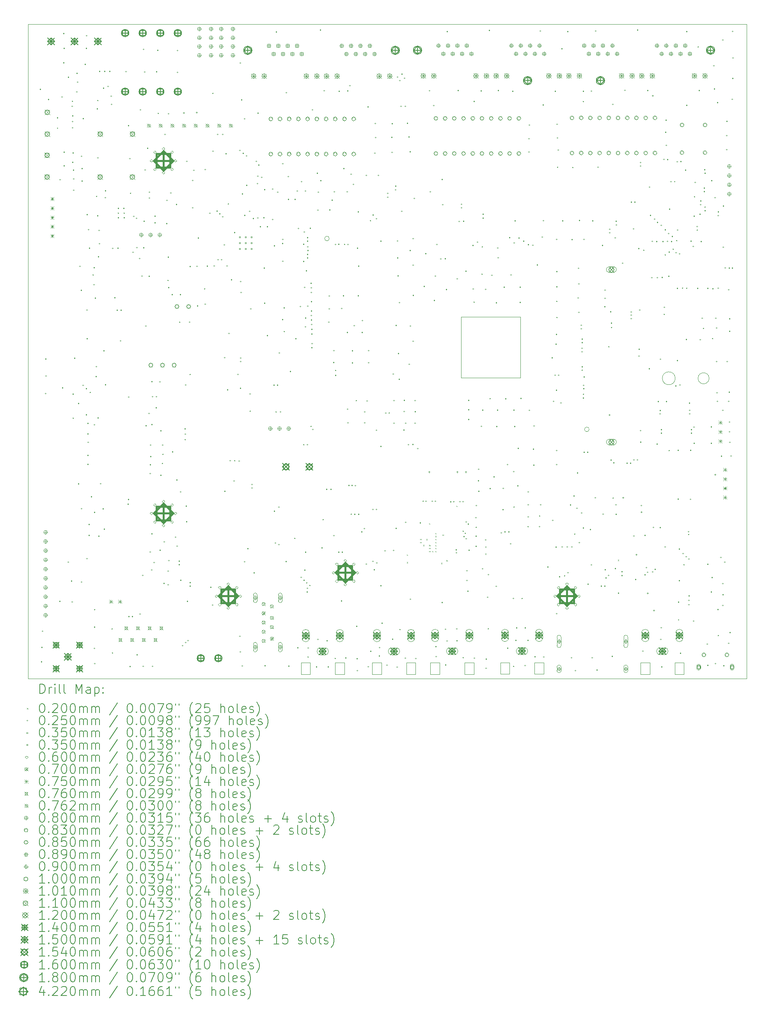
<source format=gbr>
%TF.GenerationSoftware,KiCad,Pcbnew,8.0.0-rc1*%
%TF.CreationDate,2024-04-25T14:23:12+03:00*%
%TF.ProjectId,MXVR_3.0,4d585652-5f33-42e3-902e-6b696361645f,REV1*%
%TF.SameCoordinates,Original*%
%TF.FileFunction,Drillmap*%
%TF.FilePolarity,Positive*%
%FSLAX45Y45*%
G04 Gerber Fmt 4.5, Leading zero omitted, Abs format (unit mm)*
G04 Created by KiCad (PCBNEW 8.0.0-rc1) date 2024-04-25 14:23:12*
%MOMM*%
%LPD*%
G01*
G04 APERTURE LIST*
%ADD10C,0.050000*%
%ADD11C,0.200000*%
%ADD12C,0.100000*%
%ADD13C,0.101000*%
%ADD14C,0.110000*%
%ADD15C,0.120000*%
%ADD16C,0.140000*%
%ADD17C,0.150000*%
%ADD18C,0.154000*%
%ADD19C,0.160000*%
%ADD20C,0.180000*%
%ADD21C,0.422000*%
G04 APERTURE END LIST*
D10*
X4763000Y-2552000D02*
X20363000Y-2552000D01*
X20363000Y-16752000D01*
X4763000Y-16752000D01*
X4763000Y-2552000D01*
X15448000Y-10220000D02*
X14165000Y-10220000D01*
X14165000Y-8897000D01*
X15448000Y-8897000D01*
X15448000Y-10220000D01*
X11301000Y-7200000D02*
G75*
G02*
X11201000Y-7200000I-50000J0D01*
G01*
X11201000Y-7200000D02*
G75*
G02*
X11301000Y-7200000I50000J0D01*
G01*
X16941000Y-11340000D02*
G75*
G02*
X16841000Y-11340000I-50000J0D01*
G01*
X16841000Y-11340000D02*
G75*
G02*
X16941000Y-11340000I50000J0D01*
G01*
X18059000Y-16402000D02*
X18259000Y-16402000D01*
X18259000Y-16652000D01*
X18059000Y-16652000D01*
X18059000Y-16402000D01*
X18799000Y-16402000D02*
X18999000Y-16402000D01*
X18999000Y-16652000D01*
X18799000Y-16652000D01*
X18799000Y-16402000D01*
X18810000Y-10232000D02*
G75*
G02*
X18530000Y-10232000I-140000J0D01*
G01*
X18530000Y-10232000D02*
G75*
G02*
X18810000Y-10232000I140000J0D01*
G01*
X19545000Y-10232000D02*
G75*
G02*
X19305000Y-10232000I-120000J0D01*
G01*
X19305000Y-10232000D02*
G75*
G02*
X19545000Y-10232000I120000J0D01*
G01*
X12235500Y-16654250D02*
X12435500Y-16654250D01*
X12435500Y-16404250D01*
X12235500Y-16404250D01*
X12235500Y-16654250D01*
X12975500Y-16654250D02*
X13175500Y-16654250D01*
X13175500Y-16404250D01*
X12975500Y-16404250D01*
X12975500Y-16654250D01*
X15014000Y-16650000D02*
X15214000Y-16650000D01*
X15214000Y-16400000D01*
X15014000Y-16400000D01*
X15014000Y-16650000D01*
X15754000Y-16650000D02*
X15954000Y-16650000D01*
X15954000Y-16400000D01*
X15754000Y-16400000D01*
X15754000Y-16650000D01*
X10690000Y-16655250D02*
X10890000Y-16655250D01*
X10890000Y-16405250D01*
X10690000Y-16405250D01*
X10690000Y-16655250D01*
X11430000Y-16655250D02*
X11630000Y-16655250D01*
X11630000Y-16405250D01*
X11430000Y-16405250D01*
X11430000Y-16655250D01*
X13498000Y-16652000D02*
X13698000Y-16652000D01*
X13698000Y-16402000D01*
X13498000Y-16402000D01*
X13498000Y-16652000D01*
X14238000Y-16652000D02*
X14438000Y-16652000D01*
X14438000Y-16402000D01*
X14238000Y-16402000D01*
X14238000Y-16652000D01*
D11*
D12*
X12983000Y-14218000D02*
X13003000Y-14238000D01*
X13003000Y-14218000D02*
X12983000Y-14238000D01*
X12985328Y-14055587D02*
X13005328Y-14075587D01*
X13005328Y-14055587D02*
X12985328Y-14075587D01*
X13275311Y-13718321D02*
X13295311Y-13738321D01*
X13295311Y-13718321D02*
X13275311Y-13738321D01*
X13277000Y-13783000D02*
X13297000Y-13803000D01*
X13297000Y-13783000D02*
X13277000Y-13803000D01*
X13342000Y-13847000D02*
X13362000Y-13867000D01*
X13362000Y-13847000D02*
X13342000Y-13867000D01*
X13406000Y-13720000D02*
X13426000Y-13740000D01*
X13426000Y-13720000D02*
X13406000Y-13740000D01*
X13468000Y-13376000D02*
X13488000Y-13396000D01*
X13488000Y-13376000D02*
X13468000Y-13396000D01*
X13471000Y-13848000D02*
X13491000Y-13868000D01*
X13491000Y-13848000D02*
X13471000Y-13868000D01*
X13471000Y-13913000D02*
X13491000Y-13933000D01*
X13491000Y-13913000D02*
X13471000Y-13933000D01*
X13471993Y-13979039D02*
X13491993Y-13999039D01*
X13491993Y-13979039D02*
X13471993Y-13999039D01*
X13536507Y-13978560D02*
X13556507Y-13998560D01*
X13556507Y-13978560D02*
X13536507Y-13998560D01*
X13600461Y-13912441D02*
X13620461Y-13932441D01*
X13620461Y-13912441D02*
X13600461Y-13932441D01*
X13601000Y-13718000D02*
X13621000Y-13738000D01*
X13621000Y-13718000D02*
X13601000Y-13738000D01*
X13601000Y-13783000D02*
X13621000Y-13803000D01*
X13621000Y-13783000D02*
X13601000Y-13803000D01*
X13601446Y-13848500D02*
X13621446Y-13868500D01*
X13621446Y-13848500D02*
X13601446Y-13868500D01*
X13601473Y-13653527D02*
X13621473Y-13673527D01*
X13621473Y-13653527D02*
X13601473Y-13673527D01*
X13601473Y-13978527D02*
X13621473Y-13998527D01*
X13621473Y-13978527D02*
X13601473Y-13998527D01*
X13602151Y-13587791D02*
X13622151Y-13607791D01*
X13622151Y-13587791D02*
X13602151Y-13607791D01*
X13729500Y-14236500D02*
X13749500Y-14256500D01*
X13749500Y-14236500D02*
X13729500Y-14256500D01*
X13758000Y-13624000D02*
X13778000Y-13644000D01*
X13778000Y-13624000D02*
X13758000Y-13644000D01*
X13844000Y-14178000D02*
X13864000Y-14198000D01*
X13864000Y-14178000D02*
X13844000Y-14198000D01*
X14057000Y-12994000D02*
X14077000Y-13014000D01*
X14077000Y-12994000D02*
X14057000Y-13014000D01*
X14685000Y-13881000D02*
X14705000Y-13901000D01*
X14705000Y-13881000D02*
X14685000Y-13901000D01*
X14686000Y-14034000D02*
X14706000Y-14054000D01*
X14706000Y-14034000D02*
X14686000Y-14054000D01*
X17563000Y-14168000D02*
X17583000Y-14188000D01*
X17583000Y-14168000D02*
X17563000Y-14188000D01*
X5042500Y-3965000D02*
G75*
G02*
X5017500Y-3965000I-12500J0D01*
G01*
X5017500Y-3965000D02*
G75*
G02*
X5042500Y-3965000I12500J0D01*
G01*
X5067500Y-16385000D02*
G75*
G02*
X5042500Y-16385000I-12500J0D01*
G01*
X5042500Y-16385000D02*
G75*
G02*
X5067500Y-16385000I12500J0D01*
G01*
X5075500Y-16072000D02*
G75*
G02*
X5050500Y-16072000I-12500J0D01*
G01*
X5050500Y-16072000D02*
G75*
G02*
X5075500Y-16072000I12500J0D01*
G01*
X5089500Y-15719000D02*
G75*
G02*
X5064500Y-15719000I-12500J0D01*
G01*
X5064500Y-15719000D02*
G75*
G02*
X5089500Y-15719000I12500J0D01*
G01*
X5159500Y-10563000D02*
G75*
G02*
X5134500Y-10563000I-12500J0D01*
G01*
X5134500Y-10563000D02*
G75*
G02*
X5159500Y-10563000I12500J0D01*
G01*
X5161500Y-9813000D02*
G75*
G02*
X5136500Y-9813000I-12500J0D01*
G01*
X5136500Y-9813000D02*
G75*
G02*
X5161500Y-9813000I12500J0D01*
G01*
X5169500Y-10183000D02*
G75*
G02*
X5144500Y-10183000I-12500J0D01*
G01*
X5144500Y-10183000D02*
G75*
G02*
X5169500Y-10183000I12500J0D01*
G01*
X5220500Y-4184000D02*
G75*
G02*
X5195500Y-4184000I-12500J0D01*
G01*
X5195500Y-4184000D02*
G75*
G02*
X5220500Y-4184000I12500J0D01*
G01*
X5416500Y-4582000D02*
G75*
G02*
X5391500Y-4582000I-12500J0D01*
G01*
X5391500Y-4582000D02*
G75*
G02*
X5416500Y-4582000I12500J0D01*
G01*
X5416500Y-4806000D02*
G75*
G02*
X5391500Y-4806000I-12500J0D01*
G01*
X5391500Y-4806000D02*
G75*
G02*
X5416500Y-4806000I12500J0D01*
G01*
X5467500Y-15070000D02*
G75*
G02*
X5442500Y-15070000I-12500J0D01*
G01*
X5442500Y-15070000D02*
G75*
G02*
X5467500Y-15070000I12500J0D01*
G01*
X5470420Y-5922811D02*
G75*
G02*
X5445420Y-5922811I-12500J0D01*
G01*
X5445420Y-5922811D02*
G75*
G02*
X5470420Y-5922811I12500J0D01*
G01*
X5515500Y-4128000D02*
G75*
G02*
X5490500Y-4128000I-12500J0D01*
G01*
X5490500Y-4128000D02*
G75*
G02*
X5515500Y-4128000I12500J0D01*
G01*
X5523500Y-10440000D02*
G75*
G02*
X5498500Y-10440000I-12500J0D01*
G01*
X5498500Y-10440000D02*
G75*
G02*
X5523500Y-10440000I12500J0D01*
G01*
X5551500Y-2752000D02*
G75*
G02*
X5526500Y-2752000I-12500J0D01*
G01*
X5526500Y-2752000D02*
G75*
G02*
X5551500Y-2752000I12500J0D01*
G01*
X5554350Y-3386738D02*
G75*
G02*
X5529350Y-3386738I-12500J0D01*
G01*
X5529350Y-3386738D02*
G75*
G02*
X5554350Y-3386738I12500J0D01*
G01*
X5557098Y-5326266D02*
G75*
G02*
X5532098Y-5326266I-12500J0D01*
G01*
X5532098Y-5326266D02*
G75*
G02*
X5557098Y-5326266I12500J0D01*
G01*
X5557500Y-3075000D02*
G75*
G02*
X5532500Y-3075000I-12500J0D01*
G01*
X5532500Y-3075000D02*
G75*
G02*
X5557500Y-3075000I12500J0D01*
G01*
X5559647Y-5624539D02*
G75*
G02*
X5534647Y-5624539I-12500J0D01*
G01*
X5534647Y-5624539D02*
G75*
G02*
X5559647Y-5624539I12500J0D01*
G01*
X5647500Y-14220000D02*
G75*
G02*
X5622500Y-14220000I-12500J0D01*
G01*
X5622500Y-14220000D02*
G75*
G02*
X5647500Y-14220000I12500J0D01*
G01*
X5652500Y-3704000D02*
G75*
G02*
X5627500Y-3704000I-12500J0D01*
G01*
X5627500Y-3704000D02*
G75*
G02*
X5652500Y-3704000I12500J0D01*
G01*
X5721500Y-14632000D02*
G75*
G02*
X5696500Y-14632000I-12500J0D01*
G01*
X5696500Y-14632000D02*
G75*
G02*
X5721500Y-14632000I12500J0D01*
G01*
X5733500Y-15083000D02*
G75*
G02*
X5708500Y-15083000I-12500J0D01*
G01*
X5708500Y-15083000D02*
G75*
G02*
X5733500Y-15083000I12500J0D01*
G01*
X5735500Y-4334000D02*
G75*
G02*
X5710500Y-4334000I-12500J0D01*
G01*
X5710500Y-4334000D02*
G75*
G02*
X5735500Y-4334000I12500J0D01*
G01*
X5741500Y-4225000D02*
G75*
G02*
X5716500Y-4225000I-12500J0D01*
G01*
X5716500Y-4225000D02*
G75*
G02*
X5741500Y-4225000I12500J0D01*
G01*
X5741500Y-4796000D02*
G75*
G02*
X5716500Y-4796000I-12500J0D01*
G01*
X5716500Y-4796000D02*
G75*
G02*
X5741500Y-4796000I12500J0D01*
G01*
X5744500Y-4541000D02*
G75*
G02*
X5719500Y-4541000I-12500J0D01*
G01*
X5719500Y-4541000D02*
G75*
G02*
X5744500Y-4541000I12500J0D01*
G01*
X5744500Y-4663000D02*
G75*
G02*
X5719500Y-4663000I-12500J0D01*
G01*
X5719500Y-4663000D02*
G75*
G02*
X5744500Y-4663000I12500J0D01*
G01*
X5750500Y-5547000D02*
G75*
G02*
X5725500Y-5547000I-12500J0D01*
G01*
X5725500Y-5547000D02*
G75*
G02*
X5750500Y-5547000I12500J0D01*
G01*
X5753500Y-5346000D02*
G75*
G02*
X5728500Y-5346000I-12500J0D01*
G01*
X5728500Y-5346000D02*
G75*
G02*
X5753500Y-5346000I12500J0D01*
G01*
X5753500Y-10575000D02*
G75*
G02*
X5728500Y-10575000I-12500J0D01*
G01*
X5728500Y-10575000D02*
G75*
G02*
X5753500Y-10575000I12500J0D01*
G01*
X5758500Y-11100000D02*
G75*
G02*
X5733500Y-11100000I-12500J0D01*
G01*
X5733500Y-11100000D02*
G75*
G02*
X5758500Y-11100000I12500J0D01*
G01*
X5762500Y-5715000D02*
G75*
G02*
X5737500Y-5715000I-12500J0D01*
G01*
X5737500Y-5715000D02*
G75*
G02*
X5762500Y-5715000I12500J0D01*
G01*
X5765500Y-5905000D02*
G75*
G02*
X5740500Y-5905000I-12500J0D01*
G01*
X5740500Y-5905000D02*
G75*
G02*
X5765500Y-5905000I12500J0D01*
G01*
X5765500Y-6151000D02*
G75*
G02*
X5740500Y-6151000I-12500J0D01*
G01*
X5740500Y-6151000D02*
G75*
G02*
X5765500Y-6151000I12500J0D01*
G01*
X5789500Y-9795000D02*
G75*
G02*
X5764500Y-9795000I-12500J0D01*
G01*
X5764500Y-9795000D02*
G75*
G02*
X5789500Y-9795000I12500J0D01*
G01*
X5832500Y-4018000D02*
G75*
G02*
X5807500Y-4018000I-12500J0D01*
G01*
X5807500Y-4018000D02*
G75*
G02*
X5832500Y-4018000I12500J0D01*
G01*
X5838500Y-3615000D02*
G75*
G02*
X5813500Y-3615000I-12500J0D01*
G01*
X5813500Y-3615000D02*
G75*
G02*
X5838500Y-3615000I12500J0D01*
G01*
X5853500Y-3808500D02*
G75*
G02*
X5828500Y-3808500I-12500J0D01*
G01*
X5828500Y-3808500D02*
G75*
G02*
X5853500Y-3808500I12500J0D01*
G01*
X5871500Y-10778000D02*
G75*
G02*
X5846500Y-10778000I-12500J0D01*
G01*
X5846500Y-10778000D02*
G75*
G02*
X5871500Y-10778000I12500J0D01*
G01*
X5873500Y-12526000D02*
G75*
G02*
X5848500Y-12526000I-12500J0D01*
G01*
X5848500Y-12526000D02*
G75*
G02*
X5873500Y-12526000I12500J0D01*
G01*
X5903500Y-7802000D02*
G75*
G02*
X5878500Y-7802000I-12500J0D01*
G01*
X5878500Y-7802000D02*
G75*
G02*
X5903500Y-7802000I12500J0D01*
G01*
X5934500Y-5415000D02*
G75*
G02*
X5909500Y-5415000I-12500J0D01*
G01*
X5909500Y-5415000D02*
G75*
G02*
X5934500Y-5415000I12500J0D01*
G01*
X5936500Y-8324000D02*
G75*
G02*
X5911500Y-8324000I-12500J0D01*
G01*
X5911500Y-8324000D02*
G75*
G02*
X5936500Y-8324000I12500J0D01*
G01*
X5938500Y-13062000D02*
G75*
G02*
X5913500Y-13062000I-12500J0D01*
G01*
X5913500Y-13062000D02*
G75*
G02*
X5938500Y-13062000I12500J0D01*
G01*
X5939500Y-14653000D02*
G75*
G02*
X5914500Y-14653000I-12500J0D01*
G01*
X5914500Y-14653000D02*
G75*
G02*
X5939500Y-14653000I12500J0D01*
G01*
X5949500Y-5686000D02*
G75*
G02*
X5924500Y-5686000I-12500J0D01*
G01*
X5924500Y-5686000D02*
G75*
G02*
X5949500Y-5686000I12500J0D01*
G01*
X5949500Y-5956000D02*
G75*
G02*
X5924500Y-5956000I-12500J0D01*
G01*
X5924500Y-5956000D02*
G75*
G02*
X5949500Y-5956000I12500J0D01*
G01*
X5973500Y-10387000D02*
G75*
G02*
X5948500Y-10387000I-12500J0D01*
G01*
X5948500Y-10387000D02*
G75*
G02*
X5973500Y-10387000I12500J0D01*
G01*
X5975500Y-4596000D02*
G75*
G02*
X5950500Y-4596000I-12500J0D01*
G01*
X5950500Y-4596000D02*
G75*
G02*
X5975500Y-4596000I12500J0D01*
G01*
X6017500Y-3418000D02*
G75*
G02*
X5992500Y-3418000I-12500J0D01*
G01*
X5992500Y-3418000D02*
G75*
G02*
X6017500Y-3418000I12500J0D01*
G01*
X6043500Y-11027000D02*
G75*
G02*
X6018500Y-11027000I-12500J0D01*
G01*
X6018500Y-11027000D02*
G75*
G02*
X6043500Y-11027000I12500J0D01*
G01*
X6044500Y-10457000D02*
G75*
G02*
X6019500Y-10457000I-12500J0D01*
G01*
X6019500Y-10457000D02*
G75*
G02*
X6044500Y-10457000I12500J0D01*
G01*
X6045500Y-3075000D02*
G75*
G02*
X6020500Y-3075000I-12500J0D01*
G01*
X6020500Y-3075000D02*
G75*
G02*
X6045500Y-3075000I12500J0D01*
G01*
X6048500Y-2797000D02*
G75*
G02*
X6023500Y-2797000I-12500J0D01*
G01*
X6023500Y-2797000D02*
G75*
G02*
X6048500Y-2797000I12500J0D01*
G01*
X6054500Y-8750000D02*
G75*
G02*
X6029500Y-8750000I-12500J0D01*
G01*
X6029500Y-8750000D02*
G75*
G02*
X6054500Y-8750000I12500J0D01*
G01*
X6056500Y-14142000D02*
G75*
G02*
X6031500Y-14142000I-12500J0D01*
G01*
X6031500Y-14142000D02*
G75*
G02*
X6056500Y-14142000I12500J0D01*
G01*
X6061500Y-6680000D02*
G75*
G02*
X6036500Y-6680000I-12500J0D01*
G01*
X6036500Y-6680000D02*
G75*
G02*
X6061500Y-6680000I12500J0D01*
G01*
X6061500Y-9372000D02*
G75*
G02*
X6036500Y-9372000I-12500J0D01*
G01*
X6036500Y-9372000D02*
G75*
G02*
X6061500Y-9372000I12500J0D01*
G01*
X6073500Y-11440000D02*
G75*
G02*
X6048500Y-11440000I-12500J0D01*
G01*
X6048500Y-11440000D02*
G75*
G02*
X6073500Y-11440000I12500J0D01*
G01*
X6074500Y-11212000D02*
G75*
G02*
X6049500Y-11212000I-12500J0D01*
G01*
X6049500Y-11212000D02*
G75*
G02*
X6074500Y-11212000I12500J0D01*
G01*
X6077500Y-11622000D02*
G75*
G02*
X6052500Y-11622000I-12500J0D01*
G01*
X6052500Y-11622000D02*
G75*
G02*
X6077500Y-11622000I12500J0D01*
G01*
X6077500Y-11905000D02*
G75*
G02*
X6052500Y-11905000I-12500J0D01*
G01*
X6052500Y-11905000D02*
G75*
G02*
X6077500Y-11905000I12500J0D01*
G01*
X6077500Y-12099000D02*
G75*
G02*
X6052500Y-12099000I-12500J0D01*
G01*
X6052500Y-12099000D02*
G75*
G02*
X6077500Y-12099000I12500J0D01*
G01*
X6089500Y-7004000D02*
G75*
G02*
X6064500Y-7004000I-12500J0D01*
G01*
X6064500Y-7004000D02*
G75*
G02*
X6089500Y-7004000I12500J0D01*
G01*
X6103500Y-13406000D02*
G75*
G02*
X6078500Y-13406000I-12500J0D01*
G01*
X6078500Y-13406000D02*
G75*
G02*
X6103500Y-13406000I12500J0D01*
G01*
X6103500Y-13641000D02*
G75*
G02*
X6078500Y-13641000I-12500J0D01*
G01*
X6078500Y-13641000D02*
G75*
G02*
X6103500Y-13641000I12500J0D01*
G01*
X6110500Y-7409000D02*
G75*
G02*
X6085500Y-7409000I-12500J0D01*
G01*
X6085500Y-7409000D02*
G75*
G02*
X6110500Y-7409000I12500J0D01*
G01*
X6125500Y-10540000D02*
G75*
G02*
X6100500Y-10540000I-12500J0D01*
G01*
X6100500Y-10540000D02*
G75*
G02*
X6125500Y-10540000I12500J0D01*
G01*
X6154500Y-12805000D02*
G75*
G02*
X6129500Y-12805000I-12500J0D01*
G01*
X6129500Y-12805000D02*
G75*
G02*
X6154500Y-12805000I12500J0D01*
G01*
X6190500Y-7993000D02*
G75*
G02*
X6165500Y-7993000I-12500J0D01*
G01*
X6165500Y-7993000D02*
G75*
G02*
X6190500Y-7993000I12500J0D01*
G01*
X6210500Y-7833000D02*
G75*
G02*
X6185500Y-7833000I-12500J0D01*
G01*
X6185500Y-7833000D02*
G75*
G02*
X6210500Y-7833000I12500J0D01*
G01*
X6210500Y-8202000D02*
G75*
G02*
X6185500Y-8202000I-12500J0D01*
G01*
X6185500Y-8202000D02*
G75*
G02*
X6210500Y-8202000I12500J0D01*
G01*
X6216500Y-11241000D02*
G75*
G02*
X6191500Y-11241000I-12500J0D01*
G01*
X6191500Y-11241000D02*
G75*
G02*
X6216500Y-11241000I12500J0D01*
G01*
X6217500Y-16094000D02*
G75*
G02*
X6192500Y-16094000I-12500J0D01*
G01*
X6192500Y-16094000D02*
G75*
G02*
X6217500Y-16094000I12500J0D01*
G01*
X6221500Y-13144000D02*
G75*
G02*
X6196500Y-13144000I-12500J0D01*
G01*
X6196500Y-13144000D02*
G75*
G02*
X6221500Y-13144000I12500J0D01*
G01*
X6221500Y-15253000D02*
G75*
G02*
X6196500Y-15253000I-12500J0D01*
G01*
X6196500Y-15253000D02*
G75*
G02*
X6221500Y-15253000I12500J0D01*
G01*
X6221500Y-15632000D02*
G75*
G02*
X6196500Y-15632000I-12500J0D01*
G01*
X6196500Y-15632000D02*
G75*
G02*
X6221500Y-15632000I12500J0D01*
G01*
X6225500Y-16425000D02*
G75*
G02*
X6200500Y-16425000I-12500J0D01*
G01*
X6200500Y-16425000D02*
G75*
G02*
X6225500Y-16425000I12500J0D01*
G01*
X6238500Y-8495000D02*
G75*
G02*
X6213500Y-8495000I-12500J0D01*
G01*
X6213500Y-8495000D02*
G75*
G02*
X6238500Y-8495000I12500J0D01*
G01*
X6254500Y-10193000D02*
G75*
G02*
X6229500Y-10193000I-12500J0D01*
G01*
X6229500Y-10193000D02*
G75*
G02*
X6254500Y-10193000I12500J0D01*
G01*
X6257500Y-9979000D02*
G75*
G02*
X6232500Y-9979000I-12500J0D01*
G01*
X6232500Y-9979000D02*
G75*
G02*
X6257500Y-9979000I12500J0D01*
G01*
X6265814Y-6284817D02*
G75*
G02*
X6240814Y-6284817I-12500J0D01*
G01*
X6240814Y-6284817D02*
G75*
G02*
X6265814Y-6284817I12500J0D01*
G01*
X6282500Y-4386000D02*
G75*
G02*
X6257500Y-4386000I-12500J0D01*
G01*
X6257500Y-4386000D02*
G75*
G02*
X6282500Y-4386000I12500J0D01*
G01*
X6288500Y-6710000D02*
G75*
G02*
X6263500Y-6710000I-12500J0D01*
G01*
X6263500Y-6710000D02*
G75*
G02*
X6288500Y-6710000I12500J0D01*
G01*
X6290500Y-4207000D02*
G75*
G02*
X6265500Y-4207000I-12500J0D01*
G01*
X6265500Y-4207000D02*
G75*
G02*
X6290500Y-4207000I12500J0D01*
G01*
X6293500Y-5451000D02*
G75*
G02*
X6268500Y-5451000I-12500J0D01*
G01*
X6268500Y-5451000D02*
G75*
G02*
X6293500Y-5451000I12500J0D01*
G01*
X6295500Y-11095000D02*
G75*
G02*
X6270500Y-11095000I-12500J0D01*
G01*
X6270500Y-11095000D02*
G75*
G02*
X6295500Y-11095000I12500J0D01*
G01*
X6304500Y-7598000D02*
G75*
G02*
X6279500Y-7598000I-12500J0D01*
G01*
X6279500Y-7598000D02*
G75*
G02*
X6304500Y-7598000I12500J0D01*
G01*
X6313500Y-13661000D02*
G75*
G02*
X6288500Y-13661000I-12500J0D01*
G01*
X6288500Y-13661000D02*
G75*
G02*
X6313500Y-13661000I12500J0D01*
G01*
X6319000Y-7025000D02*
G75*
G02*
X6294000Y-7025000I-12500J0D01*
G01*
X6294000Y-7025000D02*
G75*
G02*
X6319000Y-7025000I12500J0D01*
G01*
X6325500Y-7311000D02*
G75*
G02*
X6300500Y-7311000I-12500J0D01*
G01*
X6300500Y-7311000D02*
G75*
G02*
X6325500Y-7311000I12500J0D01*
G01*
X6330500Y-3574000D02*
G75*
G02*
X6305500Y-3574000I-12500J0D01*
G01*
X6305500Y-3574000D02*
G75*
G02*
X6330500Y-3574000I12500J0D01*
G01*
X6352500Y-12522000D02*
G75*
G02*
X6327500Y-12522000I-12500J0D01*
G01*
X6327500Y-12522000D02*
G75*
G02*
X6352500Y-12522000I12500J0D01*
G01*
X6408500Y-13066000D02*
G75*
G02*
X6383500Y-13066000I-12500J0D01*
G01*
X6383500Y-13066000D02*
G75*
G02*
X6408500Y-13066000I12500J0D01*
G01*
X6417500Y-3939000D02*
G75*
G02*
X6392500Y-3939000I-12500J0D01*
G01*
X6392500Y-3939000D02*
G75*
G02*
X6417500Y-3939000I12500J0D01*
G01*
X6423500Y-9637000D02*
G75*
G02*
X6398500Y-9637000I-12500J0D01*
G01*
X6398500Y-9637000D02*
G75*
G02*
X6423500Y-9637000I12500J0D01*
G01*
X6434500Y-13506000D02*
G75*
G02*
X6409500Y-13506000I-12500J0D01*
G01*
X6409500Y-13506000D02*
G75*
G02*
X6434500Y-13506000I12500J0D01*
G01*
X6440500Y-3575000D02*
G75*
G02*
X6415500Y-3575000I-12500J0D01*
G01*
X6415500Y-3575000D02*
G75*
G02*
X6440500Y-3575000I12500J0D01*
G01*
X6452500Y-6315000D02*
G75*
G02*
X6427500Y-6315000I-12500J0D01*
G01*
X6427500Y-6315000D02*
G75*
G02*
X6452500Y-6315000I12500J0D01*
G01*
X6456500Y-6166000D02*
G75*
G02*
X6431500Y-6166000I-12500J0D01*
G01*
X6431500Y-6166000D02*
G75*
G02*
X6456500Y-6166000I12500J0D01*
G01*
X6456500Y-10372000D02*
G75*
G02*
X6431500Y-10372000I-12500J0D01*
G01*
X6431500Y-10372000D02*
G75*
G02*
X6456500Y-10372000I12500J0D01*
G01*
X6514500Y-3901000D02*
G75*
G02*
X6489500Y-3901000I-12500J0D01*
G01*
X6489500Y-3901000D02*
G75*
G02*
X6514500Y-3901000I12500J0D01*
G01*
X6551500Y-3573000D02*
G75*
G02*
X6526500Y-3573000I-12500J0D01*
G01*
X6526500Y-3573000D02*
G75*
G02*
X6551500Y-3573000I12500J0D01*
G01*
X6583500Y-4112000D02*
G75*
G02*
X6558500Y-4112000I-12500J0D01*
G01*
X6558500Y-4112000D02*
G75*
G02*
X6583500Y-4112000I12500J0D01*
G01*
X6591500Y-4289000D02*
G75*
G02*
X6566500Y-4289000I-12500J0D01*
G01*
X6566500Y-4289000D02*
G75*
G02*
X6591500Y-4289000I12500J0D01*
G01*
X6600500Y-15670000D02*
G75*
G02*
X6575500Y-15670000I-12500J0D01*
G01*
X6575500Y-15670000D02*
G75*
G02*
X6600500Y-15670000I12500J0D01*
G01*
X6606500Y-16190000D02*
G75*
G02*
X6581500Y-16190000I-12500J0D01*
G01*
X6581500Y-16190000D02*
G75*
G02*
X6606500Y-16190000I12500J0D01*
G01*
X6613500Y-7411000D02*
G75*
G02*
X6588500Y-7411000I-12500J0D01*
G01*
X6588500Y-7411000D02*
G75*
G02*
X6613500Y-7411000I12500J0D01*
G01*
X6663500Y-8484000D02*
G75*
G02*
X6638500Y-8484000I-12500J0D01*
G01*
X6638500Y-8484000D02*
G75*
G02*
X6663500Y-8484000I12500J0D01*
G01*
X6712500Y-8754000D02*
G75*
G02*
X6687500Y-8754000I-12500J0D01*
G01*
X6687500Y-8754000D02*
G75*
G02*
X6712500Y-8754000I12500J0D01*
G01*
X6729500Y-7410000D02*
G75*
G02*
X6704500Y-7410000I-12500J0D01*
G01*
X6704500Y-7410000D02*
G75*
G02*
X6729500Y-7410000I12500J0D01*
G01*
X6733500Y-6648000D02*
G75*
G02*
X6708500Y-6648000I-12500J0D01*
G01*
X6708500Y-6648000D02*
G75*
G02*
X6733500Y-6648000I12500J0D01*
G01*
X6737500Y-6549000D02*
G75*
G02*
X6712500Y-6549000I-12500J0D01*
G01*
X6712500Y-6549000D02*
G75*
G02*
X6737500Y-6549000I12500J0D01*
G01*
X6738500Y-6751000D02*
G75*
G02*
X6713500Y-6751000I-12500J0D01*
G01*
X6713500Y-6751000D02*
G75*
G02*
X6738500Y-6751000I12500J0D01*
G01*
X6783500Y-9423000D02*
G75*
G02*
X6758500Y-9423000I-12500J0D01*
G01*
X6758500Y-9423000D02*
G75*
G02*
X6783500Y-9423000I12500J0D01*
G01*
X6796500Y-8753000D02*
G75*
G02*
X6771500Y-8753000I-12500J0D01*
G01*
X6771500Y-8753000D02*
G75*
G02*
X6796500Y-8753000I12500J0D01*
G01*
X6856500Y-6549000D02*
G75*
G02*
X6831500Y-6549000I-12500J0D01*
G01*
X6831500Y-6549000D02*
G75*
G02*
X6856500Y-6549000I12500J0D01*
G01*
X6863500Y-6651000D02*
G75*
G02*
X6838500Y-6651000I-12500J0D01*
G01*
X6838500Y-6651000D02*
G75*
G02*
X6863500Y-6651000I12500J0D01*
G01*
X6866500Y-6749000D02*
G75*
G02*
X6841500Y-6749000I-12500J0D01*
G01*
X6841500Y-6749000D02*
G75*
G02*
X6866500Y-6749000I12500J0D01*
G01*
X6902500Y-3582000D02*
G75*
G02*
X6877500Y-3582000I-12500J0D01*
G01*
X6877500Y-3582000D02*
G75*
G02*
X6902500Y-3582000I12500J0D01*
G01*
X6951500Y-12963000D02*
G75*
G02*
X6926500Y-12963000I-12500J0D01*
G01*
X6926500Y-12963000D02*
G75*
G02*
X6951500Y-12963000I12500J0D01*
G01*
X6954500Y-4752000D02*
G75*
G02*
X6929500Y-4752000I-12500J0D01*
G01*
X6929500Y-4752000D02*
G75*
G02*
X6954500Y-4752000I12500J0D01*
G01*
X6954500Y-12863000D02*
G75*
G02*
X6929500Y-12863000I-12500J0D01*
G01*
X6929500Y-12863000D02*
G75*
G02*
X6954500Y-12863000I12500J0D01*
G01*
X6962500Y-10640000D02*
G75*
G02*
X6937500Y-10640000I-12500J0D01*
G01*
X6937500Y-10640000D02*
G75*
G02*
X6962500Y-10640000I12500J0D01*
G01*
X6966500Y-15402000D02*
G75*
G02*
X6941500Y-15402000I-12500J0D01*
G01*
X6941500Y-15402000D02*
G75*
G02*
X6966500Y-15402000I12500J0D01*
G01*
X6986500Y-5468000D02*
G75*
G02*
X6961500Y-5468000I-12500J0D01*
G01*
X6961500Y-5468000D02*
G75*
G02*
X6986500Y-5468000I12500J0D01*
G01*
X6992500Y-16486000D02*
G75*
G02*
X6967500Y-16486000I-12500J0D01*
G01*
X6967500Y-16486000D02*
G75*
G02*
X6992500Y-16486000I12500J0D01*
G01*
X7002500Y-6217000D02*
G75*
G02*
X6977500Y-6217000I-12500J0D01*
G01*
X6977500Y-6217000D02*
G75*
G02*
X7002500Y-6217000I12500J0D01*
G01*
X7041470Y-15404112D02*
G75*
G02*
X7016470Y-15404112I-12500J0D01*
G01*
X7016470Y-15404112D02*
G75*
G02*
X7041470Y-15404112I12500J0D01*
G01*
X7054500Y-7500000D02*
G75*
G02*
X7029500Y-7500000I-12500J0D01*
G01*
X7029500Y-7500000D02*
G75*
G02*
X7054500Y-7500000I12500J0D01*
G01*
X7070212Y-6718387D02*
G75*
G02*
X7045212Y-6718387I-12500J0D01*
G01*
X7045212Y-6718387D02*
G75*
G02*
X7070212Y-6718387I12500J0D01*
G01*
X7130500Y-6763000D02*
G75*
G02*
X7105500Y-6763000I-12500J0D01*
G01*
X7105500Y-6763000D02*
G75*
G02*
X7130500Y-6763000I12500J0D01*
G01*
X7139500Y-7398000D02*
G75*
G02*
X7114500Y-7398000I-12500J0D01*
G01*
X7114500Y-7398000D02*
G75*
G02*
X7139500Y-7398000I12500J0D01*
G01*
X7144500Y-16233000D02*
G75*
G02*
X7119500Y-16233000I-12500J0D01*
G01*
X7119500Y-16233000D02*
G75*
G02*
X7144500Y-16233000I12500J0D01*
G01*
X7195500Y-7634000D02*
G75*
G02*
X7170500Y-7634000I-12500J0D01*
G01*
X7170500Y-7634000D02*
G75*
G02*
X7195500Y-7634000I12500J0D01*
G01*
X7206500Y-15348000D02*
G75*
G02*
X7181500Y-15348000I-12500J0D01*
G01*
X7181500Y-15348000D02*
G75*
G02*
X7206500Y-15348000I12500J0D01*
G01*
X7215500Y-4406000D02*
G75*
G02*
X7190500Y-4406000I-12500J0D01*
G01*
X7190500Y-4406000D02*
G75*
G02*
X7215500Y-4406000I12500J0D01*
G01*
X7249500Y-8017000D02*
G75*
G02*
X7224500Y-8017000I-12500J0D01*
G01*
X7224500Y-8017000D02*
G75*
G02*
X7249500Y-8017000I12500J0D01*
G01*
X7265500Y-14509000D02*
G75*
G02*
X7240500Y-14509000I-12500J0D01*
G01*
X7240500Y-14509000D02*
G75*
G02*
X7265500Y-14509000I12500J0D01*
G01*
X7275615Y-16481162D02*
G75*
G02*
X7250615Y-16481162I-12500J0D01*
G01*
X7250615Y-16481162D02*
G75*
G02*
X7275615Y-16481162I12500J0D01*
G01*
X7282500Y-3097000D02*
G75*
G02*
X7257500Y-3097000I-12500J0D01*
G01*
X7257500Y-3097000D02*
G75*
G02*
X7282500Y-3097000I12500J0D01*
G01*
X7287500Y-7399000D02*
G75*
G02*
X7262500Y-7399000I-12500J0D01*
G01*
X7262500Y-7399000D02*
G75*
G02*
X7287500Y-7399000I12500J0D01*
G01*
X7293500Y-6825000D02*
G75*
G02*
X7268500Y-6825000I-12500J0D01*
G01*
X7268500Y-6825000D02*
G75*
G02*
X7293500Y-6825000I12500J0D01*
G01*
X7307500Y-3585000D02*
G75*
G02*
X7282500Y-3585000I-12500J0D01*
G01*
X7282500Y-3585000D02*
G75*
G02*
X7307500Y-3585000I12500J0D01*
G01*
X7314500Y-5712000D02*
G75*
G02*
X7289500Y-5712000I-12500J0D01*
G01*
X7289500Y-5712000D02*
G75*
G02*
X7314500Y-5712000I12500J0D01*
G01*
X7337500Y-9099000D02*
G75*
G02*
X7312500Y-9099000I-12500J0D01*
G01*
X7312500Y-9099000D02*
G75*
G02*
X7337500Y-9099000I12500J0D01*
G01*
X7341500Y-11261000D02*
G75*
G02*
X7316500Y-11261000I-12500J0D01*
G01*
X7316500Y-11261000D02*
G75*
G02*
X7341500Y-11261000I12500J0D01*
G01*
X7372500Y-5244000D02*
G75*
G02*
X7347500Y-5244000I-12500J0D01*
G01*
X7347500Y-5244000D02*
G75*
G02*
X7372500Y-5244000I12500J0D01*
G01*
X7402500Y-8019000D02*
G75*
G02*
X7377500Y-8019000I-12500J0D01*
G01*
X7377500Y-8019000D02*
G75*
G02*
X7402500Y-8019000I12500J0D01*
G01*
X7403500Y-10994000D02*
G75*
G02*
X7378500Y-10994000I-12500J0D01*
G01*
X7378500Y-10994000D02*
G75*
G02*
X7403500Y-10994000I12500J0D01*
G01*
X7410500Y-6193000D02*
G75*
G02*
X7385500Y-6193000I-12500J0D01*
G01*
X7385500Y-6193000D02*
G75*
G02*
X7410500Y-6193000I12500J0D01*
G01*
X7411500Y-6324300D02*
G75*
G02*
X7386500Y-6324300I-12500J0D01*
G01*
X7386500Y-6324300D02*
G75*
G02*
X7411500Y-6324300I12500J0D01*
G01*
X7429500Y-14000000D02*
G75*
G02*
X7404500Y-14000000I-12500J0D01*
G01*
X7404500Y-14000000D02*
G75*
G02*
X7429500Y-14000000I12500J0D01*
G01*
X7430500Y-12110000D02*
G75*
G02*
X7405500Y-12110000I-12500J0D01*
G01*
X7405500Y-12110000D02*
G75*
G02*
X7430500Y-12110000I12500J0D01*
G01*
X7430500Y-12299000D02*
G75*
G02*
X7405500Y-12299000I-12500J0D01*
G01*
X7405500Y-12299000D02*
G75*
G02*
X7430500Y-12299000I12500J0D01*
G01*
X7434500Y-11680000D02*
G75*
G02*
X7409500Y-11680000I-12500J0D01*
G01*
X7409500Y-11680000D02*
G75*
G02*
X7434500Y-11680000I12500J0D01*
G01*
X7440500Y-11928000D02*
G75*
G02*
X7415500Y-11928000I-12500J0D01*
G01*
X7415500Y-11928000D02*
G75*
G02*
X7440500Y-11928000I12500J0D01*
G01*
X7458500Y-14391000D02*
G75*
G02*
X7433500Y-14391000I-12500J0D01*
G01*
X7433500Y-14391000D02*
G75*
G02*
X7458500Y-14391000I12500J0D01*
G01*
X7465133Y-13610956D02*
G75*
G02*
X7440133Y-13610956I-12500J0D01*
G01*
X7440133Y-13610956D02*
G75*
G02*
X7465133Y-13610956I12500J0D01*
G01*
X7465500Y-10308000D02*
G75*
G02*
X7440500Y-10308000I-12500J0D01*
G01*
X7440500Y-10308000D02*
G75*
G02*
X7465500Y-10308000I12500J0D01*
G01*
X7467500Y-11237000D02*
G75*
G02*
X7442500Y-11237000I-12500J0D01*
G01*
X7442500Y-11237000D02*
G75*
G02*
X7467500Y-11237000I12500J0D01*
G01*
X7475500Y-16481000D02*
G75*
G02*
X7450500Y-16481000I-12500J0D01*
G01*
X7450500Y-16481000D02*
G75*
G02*
X7475500Y-16481000I12500J0D01*
G01*
X7479500Y-10633000D02*
G75*
G02*
X7454500Y-10633000I-12500J0D01*
G01*
X7454500Y-10633000D02*
G75*
G02*
X7479500Y-10633000I12500J0D01*
G01*
X7513693Y-14230403D02*
G75*
G02*
X7488693Y-14230403I-12500J0D01*
G01*
X7488693Y-14230403D02*
G75*
G02*
X7513693Y-14230403I12500J0D01*
G01*
X7533500Y-6715000D02*
G75*
G02*
X7508500Y-6715000I-12500J0D01*
G01*
X7508500Y-6715000D02*
G75*
G02*
X7533500Y-6715000I12500J0D01*
G01*
X7535500Y-6860000D02*
G75*
G02*
X7510500Y-6860000I-12500J0D01*
G01*
X7510500Y-6860000D02*
G75*
G02*
X7535500Y-6860000I12500J0D01*
G01*
X7558500Y-10872000D02*
G75*
G02*
X7533500Y-10872000I-12500J0D01*
G01*
X7533500Y-10872000D02*
G75*
G02*
X7558500Y-10872000I12500J0D01*
G01*
X7562500Y-10632000D02*
G75*
G02*
X7537500Y-10632000I-12500J0D01*
G01*
X7537500Y-10632000D02*
G75*
G02*
X7562500Y-10632000I12500J0D01*
G01*
X7568500Y-3585000D02*
G75*
G02*
X7543500Y-3585000I-12500J0D01*
G01*
X7543500Y-3585000D02*
G75*
G02*
X7568500Y-3585000I12500J0D01*
G01*
X7593500Y-3117000D02*
G75*
G02*
X7568500Y-3117000I-12500J0D01*
G01*
X7568500Y-3117000D02*
G75*
G02*
X7593500Y-3117000I12500J0D01*
G01*
X7601500Y-4485000D02*
G75*
G02*
X7576500Y-4485000I-12500J0D01*
G01*
X7576500Y-4485000D02*
G75*
G02*
X7601500Y-4485000I12500J0D01*
G01*
X7636500Y-10308000D02*
G75*
G02*
X7611500Y-10308000I-12500J0D01*
G01*
X7611500Y-10308000D02*
G75*
G02*
X7636500Y-10308000I12500J0D01*
G01*
X7640607Y-13963885D02*
G75*
G02*
X7615607Y-13963885I-12500J0D01*
G01*
X7615607Y-13963885D02*
G75*
G02*
X7640607Y-13963885I12500J0D01*
G01*
X7659500Y-11371000D02*
G75*
G02*
X7634500Y-11371000I-12500J0D01*
G01*
X7634500Y-11371000D02*
G75*
G02*
X7659500Y-11371000I12500J0D01*
G01*
X7663500Y-12337000D02*
G75*
G02*
X7638500Y-12337000I-12500J0D01*
G01*
X7638500Y-12337000D02*
G75*
G02*
X7663500Y-12337000I12500J0D01*
G01*
X7692826Y-12080175D02*
G75*
G02*
X7667826Y-12080175I-12500J0D01*
G01*
X7667826Y-12080175D02*
G75*
G02*
X7692826Y-12080175I12500J0D01*
G01*
X7698500Y-11682000D02*
G75*
G02*
X7673500Y-11682000I-12500J0D01*
G01*
X7673500Y-11682000D02*
G75*
G02*
X7698500Y-11682000I12500J0D01*
G01*
X7704500Y-11882000D02*
G75*
G02*
X7679500Y-11882000I-12500J0D01*
G01*
X7679500Y-11882000D02*
G75*
G02*
X7704500Y-11882000I12500J0D01*
G01*
X7727500Y-14686000D02*
G75*
G02*
X7702500Y-14686000I-12500J0D01*
G01*
X7702500Y-14686000D02*
G75*
G02*
X7727500Y-14686000I12500J0D01*
G01*
X7734735Y-13780500D02*
G75*
G02*
X7709735Y-13780500I-12500J0D01*
G01*
X7709735Y-13780500D02*
G75*
G02*
X7734735Y-13780500I12500J0D01*
G01*
X7746500Y-4941000D02*
G75*
G02*
X7721500Y-4941000I-12500J0D01*
G01*
X7721500Y-4941000D02*
G75*
G02*
X7746500Y-4941000I12500J0D01*
G01*
X7785500Y-6875000D02*
G75*
G02*
X7760500Y-6875000I-12500J0D01*
G01*
X7760500Y-6875000D02*
G75*
G02*
X7785500Y-6875000I12500J0D01*
G01*
X7790500Y-6375000D02*
G75*
G02*
X7765500Y-6375000I-12500J0D01*
G01*
X7765500Y-6375000D02*
G75*
G02*
X7790500Y-6375000I12500J0D01*
G01*
X7814500Y-8110000D02*
G75*
G02*
X7789500Y-8110000I-12500J0D01*
G01*
X7789500Y-8110000D02*
G75*
G02*
X7814500Y-8110000I12500J0D01*
G01*
X7815500Y-14414000D02*
G75*
G02*
X7790500Y-14414000I-12500J0D01*
G01*
X7790500Y-14414000D02*
G75*
G02*
X7815500Y-14414000I12500J0D01*
G01*
X7816500Y-14713000D02*
G75*
G02*
X7791500Y-14713000I-12500J0D01*
G01*
X7791500Y-14713000D02*
G75*
G02*
X7816500Y-14713000I12500J0D01*
G01*
X7821500Y-7605000D02*
G75*
G02*
X7796500Y-7605000I-12500J0D01*
G01*
X7796500Y-7605000D02*
G75*
G02*
X7821500Y-7605000I12500J0D01*
G01*
X7822500Y-4493000D02*
G75*
G02*
X7797500Y-4493000I-12500J0D01*
G01*
X7797500Y-4493000D02*
G75*
G02*
X7822500Y-4493000I12500J0D01*
G01*
X7832500Y-8265000D02*
G75*
G02*
X7807500Y-8265000I-12500J0D01*
G01*
X7807500Y-8265000D02*
G75*
G02*
X7832500Y-8265000I12500J0D01*
G01*
X7834500Y-14184000D02*
G75*
G02*
X7809500Y-14184000I-12500J0D01*
G01*
X7809500Y-14184000D02*
G75*
G02*
X7834500Y-14184000I12500J0D01*
G01*
X7877500Y-6214000D02*
G75*
G02*
X7852500Y-6214000I-12500J0D01*
G01*
X7852500Y-6214000D02*
G75*
G02*
X7877500Y-6214000I12500J0D01*
G01*
X7909500Y-8417000D02*
G75*
G02*
X7884500Y-8417000I-12500J0D01*
G01*
X7884500Y-8417000D02*
G75*
G02*
X7909500Y-8417000I12500J0D01*
G01*
X7913500Y-11829000D02*
G75*
G02*
X7888500Y-11829000I-12500J0D01*
G01*
X7888500Y-11829000D02*
G75*
G02*
X7913500Y-11829000I12500J0D01*
G01*
X7976500Y-13678000D02*
G75*
G02*
X7951500Y-13678000I-12500J0D01*
G01*
X7951500Y-13678000D02*
G75*
G02*
X7976500Y-13678000I12500J0D01*
G01*
X7999500Y-6461000D02*
G75*
G02*
X7974500Y-6461000I-12500J0D01*
G01*
X7974500Y-6461000D02*
G75*
G02*
X7999500Y-6461000I12500J0D01*
G01*
X8007137Y-12435212D02*
G75*
G02*
X7982137Y-12435212I-12500J0D01*
G01*
X7982137Y-12435212D02*
G75*
G02*
X8007137Y-12435212I12500J0D01*
G01*
X8012676Y-13872220D02*
G75*
G02*
X7987676Y-13872220I-12500J0D01*
G01*
X7987676Y-13872220D02*
G75*
G02*
X8012676Y-13872220I12500J0D01*
G01*
X8019500Y-3119000D02*
G75*
G02*
X7994500Y-3119000I-12500J0D01*
G01*
X7994500Y-3119000D02*
G75*
G02*
X8019500Y-3119000I12500J0D01*
G01*
X8021500Y-3597000D02*
G75*
G02*
X7996500Y-3597000I-12500J0D01*
G01*
X7996500Y-3597000D02*
G75*
G02*
X8021500Y-3597000I12500J0D01*
G01*
X8058190Y-14201300D02*
G75*
G02*
X8033190Y-14201300I-12500J0D01*
G01*
X8033190Y-14201300D02*
G75*
G02*
X8058190Y-14201300I12500J0D01*
G01*
X8058190Y-14276700D02*
G75*
G02*
X8033190Y-14276700I-12500J0D01*
G01*
X8033190Y-14276700D02*
G75*
G02*
X8058190Y-14276700I12500J0D01*
G01*
X8067500Y-9015000D02*
G75*
G02*
X8042500Y-9015000I-12500J0D01*
G01*
X8042500Y-9015000D02*
G75*
G02*
X8067500Y-9015000I12500J0D01*
G01*
X8085500Y-8417000D02*
G75*
G02*
X8060500Y-8417000I-12500J0D01*
G01*
X8060500Y-8417000D02*
G75*
G02*
X8085500Y-8417000I12500J0D01*
G01*
X8089500Y-12695000D02*
G75*
G02*
X8064500Y-12695000I-12500J0D01*
G01*
X8064500Y-12695000D02*
G75*
G02*
X8089500Y-12695000I12500J0D01*
G01*
X8090500Y-14614000D02*
G75*
G02*
X8065500Y-14614000I-12500J0D01*
G01*
X8065500Y-14614000D02*
G75*
G02*
X8090500Y-14614000I12500J0D01*
G01*
X8131500Y-16031000D02*
G75*
G02*
X8106500Y-16031000I-12500J0D01*
G01*
X8106500Y-16031000D02*
G75*
G02*
X8131500Y-16031000I12500J0D01*
G01*
X8187500Y-11330000D02*
G75*
G02*
X8162500Y-11330000I-12500J0D01*
G01*
X8162500Y-11330000D02*
G75*
G02*
X8187500Y-11330000I12500J0D01*
G01*
X8187500Y-11442000D02*
G75*
G02*
X8162500Y-11442000I-12500J0D01*
G01*
X8162500Y-11442000D02*
G75*
G02*
X8187500Y-11442000I12500J0D01*
G01*
X8187500Y-11565000D02*
G75*
G02*
X8162500Y-11565000I-12500J0D01*
G01*
X8162500Y-11565000D02*
G75*
G02*
X8187500Y-11565000I12500J0D01*
G01*
X8195500Y-15965000D02*
G75*
G02*
X8170500Y-15965000I-12500J0D01*
G01*
X8170500Y-15965000D02*
G75*
G02*
X8195500Y-15965000I12500J0D01*
G01*
X8197500Y-10379000D02*
G75*
G02*
X8172500Y-10379000I-12500J0D01*
G01*
X8172500Y-10379000D02*
G75*
G02*
X8197500Y-10379000I12500J0D01*
G01*
X8210500Y-13008000D02*
G75*
G02*
X8185500Y-13008000I-12500J0D01*
G01*
X8185500Y-13008000D02*
G75*
G02*
X8210500Y-13008000I12500J0D01*
G01*
X8216500Y-13345000D02*
G75*
G02*
X8191500Y-13345000I-12500J0D01*
G01*
X8191500Y-13345000D02*
G75*
G02*
X8216500Y-13345000I12500J0D01*
G01*
X8221500Y-5527000D02*
G75*
G02*
X8196500Y-5527000I-12500J0D01*
G01*
X8196500Y-5527000D02*
G75*
G02*
X8221500Y-5527000I12500J0D01*
G01*
X8237500Y-15074000D02*
G75*
G02*
X8212500Y-15074000I-12500J0D01*
G01*
X8212500Y-15074000D02*
G75*
G02*
X8237500Y-15074000I12500J0D01*
G01*
X8249500Y-15920000D02*
G75*
G02*
X8224500Y-15920000I-12500J0D01*
G01*
X8224500Y-15920000D02*
G75*
G02*
X8249500Y-15920000I12500J0D01*
G01*
X8281500Y-9013000D02*
G75*
G02*
X8256500Y-9013000I-12500J0D01*
G01*
X8256500Y-9013000D02*
G75*
G02*
X8281500Y-9013000I12500J0D01*
G01*
X8292500Y-7807000D02*
G75*
G02*
X8267500Y-7807000I-12500J0D01*
G01*
X8267500Y-7807000D02*
G75*
G02*
X8292500Y-7807000I12500J0D01*
G01*
X8294500Y-10149000D02*
G75*
G02*
X8269500Y-10149000I-12500J0D01*
G01*
X8269500Y-10149000D02*
G75*
G02*
X8294500Y-10149000I12500J0D01*
G01*
X8294500Y-14665000D02*
G75*
G02*
X8269500Y-14665000I-12500J0D01*
G01*
X8269500Y-14665000D02*
G75*
G02*
X8294500Y-14665000I12500J0D01*
G01*
X8294500Y-14745000D02*
G75*
G02*
X8269500Y-14745000I-12500J0D01*
G01*
X8269500Y-14745000D02*
G75*
G02*
X8294500Y-14745000I12500J0D01*
G01*
X8348500Y-6531000D02*
G75*
G02*
X8323500Y-6531000I-12500J0D01*
G01*
X8323500Y-6531000D02*
G75*
G02*
X8348500Y-6531000I12500J0D01*
G01*
X8351500Y-5939000D02*
G75*
G02*
X8326500Y-5939000I-12500J0D01*
G01*
X8326500Y-5939000D02*
G75*
G02*
X8351500Y-5939000I12500J0D01*
G01*
X8376500Y-5719000D02*
G75*
G02*
X8351500Y-5719000I-12500J0D01*
G01*
X8351500Y-5719000D02*
G75*
G02*
X8376500Y-5719000I12500J0D01*
G01*
X8441500Y-7805000D02*
G75*
G02*
X8416500Y-7805000I-12500J0D01*
G01*
X8416500Y-7805000D02*
G75*
G02*
X8441500Y-7805000I12500J0D01*
G01*
X8457500Y-8665000D02*
G75*
G02*
X8432500Y-8665000I-12500J0D01*
G01*
X8432500Y-8665000D02*
G75*
G02*
X8457500Y-8665000I12500J0D01*
G01*
X8471500Y-7189000D02*
G75*
G02*
X8446500Y-7189000I-12500J0D01*
G01*
X8446500Y-7189000D02*
G75*
G02*
X8471500Y-7189000I12500J0D01*
G01*
X8608500Y-8294000D02*
G75*
G02*
X8583500Y-8294000I-12500J0D01*
G01*
X8583500Y-8294000D02*
G75*
G02*
X8608500Y-8294000I12500J0D01*
G01*
X8622500Y-8624000D02*
G75*
G02*
X8597500Y-8624000I-12500J0D01*
G01*
X8597500Y-8624000D02*
G75*
G02*
X8622500Y-8624000I12500J0D01*
G01*
X8622800Y-5703000D02*
G75*
G02*
X8597800Y-5703000I-12500J0D01*
G01*
X8597800Y-5703000D02*
G75*
G02*
X8622800Y-5703000I12500J0D01*
G01*
X8667500Y-7798000D02*
G75*
G02*
X8642500Y-7798000I-12500J0D01*
G01*
X8642500Y-7798000D02*
G75*
G02*
X8667500Y-7798000I12500J0D01*
G01*
X8724500Y-6651000D02*
G75*
G02*
X8699500Y-6651000I-12500J0D01*
G01*
X8699500Y-6651000D02*
G75*
G02*
X8724500Y-6651000I12500J0D01*
G01*
X8743500Y-14765000D02*
G75*
G02*
X8718500Y-14765000I-12500J0D01*
G01*
X8718500Y-14765000D02*
G75*
G02*
X8743500Y-14765000I12500J0D01*
G01*
X8779500Y-15151000D02*
G75*
G02*
X8754500Y-15151000I-12500J0D01*
G01*
X8754500Y-15151000D02*
G75*
G02*
X8779500Y-15151000I12500J0D01*
G01*
X8786500Y-4052000D02*
G75*
G02*
X8761500Y-4052000I-12500J0D01*
G01*
X8761500Y-4052000D02*
G75*
G02*
X8786500Y-4052000I12500J0D01*
G01*
X8793500Y-5305000D02*
G75*
G02*
X8768500Y-5305000I-12500J0D01*
G01*
X8768500Y-5305000D02*
G75*
G02*
X8793500Y-5305000I12500J0D01*
G01*
X8815500Y-7796000D02*
G75*
G02*
X8790500Y-7796000I-12500J0D01*
G01*
X8790500Y-7796000D02*
G75*
G02*
X8815500Y-7796000I12500J0D01*
G01*
X8878920Y-6605580D02*
G75*
G02*
X8853920Y-6605580I-12500J0D01*
G01*
X8853920Y-6605580D02*
G75*
G02*
X8878920Y-6605580I12500J0D01*
G01*
X8895500Y-4942000D02*
G75*
G02*
X8870500Y-4942000I-12500J0D01*
G01*
X8870500Y-4942000D02*
G75*
G02*
X8895500Y-4942000I12500J0D01*
G01*
X8900675Y-7659777D02*
G75*
G02*
X8875675Y-7659777I-12500J0D01*
G01*
X8875675Y-7659777D02*
G75*
G02*
X8900675Y-7659777I12500J0D01*
G01*
X8939873Y-6666534D02*
G75*
G02*
X8914873Y-6666534I-12500J0D01*
G01*
X8914873Y-6666534D02*
G75*
G02*
X8939873Y-6666534I12500J0D01*
G01*
X8978500Y-7658000D02*
G75*
G02*
X8953500Y-7658000I-12500J0D01*
G01*
X8953500Y-7658000D02*
G75*
G02*
X8978500Y-7658000I12500J0D01*
G01*
X9001420Y-6728080D02*
G75*
G02*
X8976420Y-6728080I-12500J0D01*
G01*
X8976420Y-6728080D02*
G75*
G02*
X9001420Y-6728080I12500J0D01*
G01*
X9002500Y-4942000D02*
G75*
G02*
X8977500Y-4942000I-12500J0D01*
G01*
X8977500Y-4942000D02*
G75*
G02*
X9002500Y-4942000I12500J0D01*
G01*
X9034500Y-7338500D02*
G75*
G02*
X9009500Y-7338500I-12500J0D01*
G01*
X9009500Y-7338500D02*
G75*
G02*
X9034500Y-7338500I12500J0D01*
G01*
X9044500Y-9785000D02*
G75*
G02*
X9019500Y-9785000I-12500J0D01*
G01*
X9019500Y-9785000D02*
G75*
G02*
X9044500Y-9785000I12500J0D01*
G01*
X9045500Y-12685000D02*
G75*
G02*
X9020500Y-12685000I-12500J0D01*
G01*
X9020500Y-12685000D02*
G75*
G02*
X9045500Y-12685000I12500J0D01*
G01*
X9071500Y-5362000D02*
G75*
G02*
X9046500Y-5362000I-12500J0D01*
G01*
X9046500Y-5362000D02*
G75*
G02*
X9071500Y-5362000I12500J0D01*
G01*
X9093500Y-7796000D02*
G75*
G02*
X9068500Y-7796000I-12500J0D01*
G01*
X9068500Y-7796000D02*
G75*
G02*
X9093500Y-7796000I12500J0D01*
G01*
X9110500Y-10483000D02*
G75*
G02*
X9085500Y-10483000I-12500J0D01*
G01*
X9085500Y-10483000D02*
G75*
G02*
X9110500Y-10483000I12500J0D01*
G01*
X9121500Y-6452000D02*
G75*
G02*
X9096500Y-6452000I-12500J0D01*
G01*
X9096500Y-6452000D02*
G75*
G02*
X9121500Y-6452000I12500J0D01*
G01*
X9140500Y-9259500D02*
G75*
G02*
X9115500Y-9259500I-12500J0D01*
G01*
X9115500Y-9259500D02*
G75*
G02*
X9140500Y-9259500I12500J0D01*
G01*
X9162500Y-12020000D02*
G75*
G02*
X9137500Y-12020000I-12500J0D01*
G01*
X9137500Y-12020000D02*
G75*
G02*
X9162500Y-12020000I12500J0D01*
G01*
X9195500Y-8095000D02*
G75*
G02*
X9170500Y-8095000I-12500J0D01*
G01*
X9170500Y-8095000D02*
G75*
G02*
X9195500Y-8095000I12500J0D01*
G01*
X9245500Y-12459000D02*
G75*
G02*
X9220500Y-12459000I-12500J0D01*
G01*
X9220500Y-12459000D02*
G75*
G02*
X9245500Y-12459000I12500J0D01*
G01*
X9258500Y-7072000D02*
G75*
G02*
X9233500Y-7072000I-12500J0D01*
G01*
X9233500Y-7072000D02*
G75*
G02*
X9258500Y-7072000I12500J0D01*
G01*
X9261500Y-12021000D02*
G75*
G02*
X9236500Y-12021000I-12500J0D01*
G01*
X9236500Y-12021000D02*
G75*
G02*
X9261500Y-12021000I12500J0D01*
G01*
X9333500Y-10148000D02*
G75*
G02*
X9308500Y-10148000I-12500J0D01*
G01*
X9308500Y-10148000D02*
G75*
G02*
X9333500Y-10148000I12500J0D01*
G01*
X9359500Y-12026000D02*
G75*
G02*
X9334500Y-12026000I-12500J0D01*
G01*
X9334500Y-12026000D02*
G75*
G02*
X9359500Y-12026000I12500J0D01*
G01*
X9374500Y-15827000D02*
G75*
G02*
X9349500Y-15827000I-12500J0D01*
G01*
X9349500Y-15827000D02*
G75*
G02*
X9374500Y-15827000I12500J0D01*
G01*
X9376000Y-5288000D02*
G75*
G02*
X9351000Y-5288000I-12500J0D01*
G01*
X9351000Y-5288000D02*
G75*
G02*
X9376000Y-5288000I12500J0D01*
G01*
X9380500Y-16169000D02*
G75*
G02*
X9355500Y-16169000I-12500J0D01*
G01*
X9355500Y-16169000D02*
G75*
G02*
X9380500Y-16169000I12500J0D01*
G01*
X9384500Y-3390000D02*
G75*
G02*
X9359500Y-3390000I-12500J0D01*
G01*
X9359500Y-3390000D02*
G75*
G02*
X9384500Y-3390000I12500J0D01*
G01*
X9387500Y-10448000D02*
G75*
G02*
X9362500Y-10448000I-12500J0D01*
G01*
X9362500Y-10448000D02*
G75*
G02*
X9387500Y-10448000I12500J0D01*
G01*
X9391207Y-9793011D02*
G75*
G02*
X9366207Y-9793011I-12500J0D01*
G01*
X9366207Y-9793011D02*
G75*
G02*
X9391207Y-9793011I12500J0D01*
G01*
X9392341Y-8133841D02*
G75*
G02*
X9367341Y-8133841I-12500J0D01*
G01*
X9367341Y-8133841D02*
G75*
G02*
X9392341Y-8133841I12500J0D01*
G01*
X9392500Y-9868000D02*
G75*
G02*
X9367500Y-9868000I-12500J0D01*
G01*
X9367500Y-9868000D02*
G75*
G02*
X9392500Y-9868000I12500J0D01*
G01*
X9398500Y-8371000D02*
G75*
G02*
X9373500Y-8371000I-12500J0D01*
G01*
X9373500Y-8371000D02*
G75*
G02*
X9398500Y-8371000I12500J0D01*
G01*
X9413500Y-4192000D02*
G75*
G02*
X9388500Y-4192000I-12500J0D01*
G01*
X9388500Y-4192000D02*
G75*
G02*
X9413500Y-4192000I12500J0D01*
G01*
X9424500Y-16475000D02*
G75*
G02*
X9399500Y-16475000I-12500J0D01*
G01*
X9399500Y-16475000D02*
G75*
G02*
X9424500Y-16475000I12500J0D01*
G01*
X9431500Y-6234000D02*
G75*
G02*
X9406500Y-6234000I-12500J0D01*
G01*
X9406500Y-6234000D02*
G75*
G02*
X9431500Y-6234000I12500J0D01*
G01*
X9443500Y-5352000D02*
G75*
G02*
X9418500Y-5352000I-12500J0D01*
G01*
X9418500Y-5352000D02*
G75*
G02*
X9443500Y-5352000I12500J0D01*
G01*
X9476227Y-4600000D02*
G75*
G02*
X9451227Y-4600000I-12500J0D01*
G01*
X9451227Y-4600000D02*
G75*
G02*
X9476227Y-4600000I12500J0D01*
G01*
X9478500Y-6700000D02*
G75*
G02*
X9453500Y-6700000I-12500J0D01*
G01*
X9453500Y-6700000D02*
G75*
G02*
X9478500Y-6700000I12500J0D01*
G01*
X9478500Y-14213000D02*
G75*
G02*
X9453500Y-14213000I-12500J0D01*
G01*
X9453500Y-14213000D02*
G75*
G02*
X9478500Y-14213000I12500J0D01*
G01*
X9518904Y-5405000D02*
G75*
G02*
X9493904Y-5405000I-12500J0D01*
G01*
X9493904Y-5405000D02*
G75*
G02*
X9518904Y-5405000I12500J0D01*
G01*
X9522500Y-6043000D02*
G75*
G02*
X9497500Y-6043000I-12500J0D01*
G01*
X9497500Y-6043000D02*
G75*
G02*
X9522500Y-6043000I12500J0D01*
G01*
X9547500Y-13927000D02*
G75*
G02*
X9522500Y-13927000I-12500J0D01*
G01*
X9522500Y-13927000D02*
G75*
G02*
X9547500Y-13927000I12500J0D01*
G01*
X9584500Y-6608000D02*
G75*
G02*
X9559500Y-6608000I-12500J0D01*
G01*
X9559500Y-6608000D02*
G75*
G02*
X9584500Y-6608000I12500J0D01*
G01*
X9597500Y-10946000D02*
G75*
G02*
X9572500Y-10946000I-12500J0D01*
G01*
X9572500Y-10946000D02*
G75*
G02*
X9597500Y-10946000I12500J0D01*
G01*
X9598500Y-10572000D02*
G75*
G02*
X9573500Y-10572000I-12500J0D01*
G01*
X9573500Y-10572000D02*
G75*
G02*
X9598500Y-10572000I12500J0D01*
G01*
X9612500Y-8726000D02*
G75*
G02*
X9587500Y-8726000I-12500J0D01*
G01*
X9587500Y-8726000D02*
G75*
G02*
X9612500Y-8726000I12500J0D01*
G01*
X9637500Y-12538300D02*
G75*
G02*
X9612500Y-12538300I-12500J0D01*
G01*
X9612500Y-12538300D02*
G75*
G02*
X9637500Y-12538300I12500J0D01*
G01*
X9637500Y-12613700D02*
G75*
G02*
X9612500Y-12613700I-12500J0D01*
G01*
X9612500Y-12613700D02*
G75*
G02*
X9637500Y-12613700I12500J0D01*
G01*
X9665500Y-6764000D02*
G75*
G02*
X9640500Y-6764000I-12500J0D01*
G01*
X9640500Y-6764000D02*
G75*
G02*
X9665500Y-6764000I12500J0D01*
G01*
X9682500Y-14451000D02*
G75*
G02*
X9657500Y-14451000I-12500J0D01*
G01*
X9657500Y-14451000D02*
G75*
G02*
X9682500Y-14451000I12500J0D01*
G01*
X9730500Y-5529000D02*
G75*
G02*
X9705500Y-5529000I-12500J0D01*
G01*
X9705500Y-5529000D02*
G75*
G02*
X9730500Y-5529000I12500J0D01*
G01*
X9756500Y-6006000D02*
G75*
G02*
X9731500Y-6006000I-12500J0D01*
G01*
X9731500Y-6006000D02*
G75*
G02*
X9756500Y-6006000I12500J0D01*
G01*
X9763500Y-5848000D02*
G75*
G02*
X9738500Y-5848000I-12500J0D01*
G01*
X9738500Y-5848000D02*
G75*
G02*
X9763500Y-5848000I12500J0D01*
G01*
X9766341Y-6753841D02*
G75*
G02*
X9741341Y-6753841I-12500J0D01*
G01*
X9741341Y-6753841D02*
G75*
G02*
X9766341Y-6753841I12500J0D01*
G01*
X9768500Y-4482000D02*
G75*
G02*
X9743500Y-4482000I-12500J0D01*
G01*
X9743500Y-4482000D02*
G75*
G02*
X9768500Y-4482000I12500J0D01*
G01*
X9787500Y-5607000D02*
G75*
G02*
X9762500Y-5607000I-12500J0D01*
G01*
X9762500Y-5607000D02*
G75*
G02*
X9787500Y-5607000I12500J0D01*
G01*
X9817500Y-6945000D02*
G75*
G02*
X9792500Y-6945000I-12500J0D01*
G01*
X9792500Y-6945000D02*
G75*
G02*
X9817500Y-6945000I12500J0D01*
G01*
X9849500Y-5872000D02*
G75*
G02*
X9824500Y-5872000I-12500J0D01*
G01*
X9824500Y-5872000D02*
G75*
G02*
X9849500Y-5872000I12500J0D01*
G01*
X9894500Y-6752000D02*
G75*
G02*
X9869500Y-6752000I-12500J0D01*
G01*
X9869500Y-6752000D02*
G75*
G02*
X9894500Y-6752000I12500J0D01*
G01*
X9903500Y-7842000D02*
G75*
G02*
X9878500Y-7842000I-12500J0D01*
G01*
X9878500Y-7842000D02*
G75*
G02*
X9903500Y-7842000I12500J0D01*
G01*
X9911500Y-6142000D02*
G75*
G02*
X9886500Y-6142000I-12500J0D01*
G01*
X9886500Y-6142000D02*
G75*
G02*
X9911500Y-6142000I12500J0D01*
G01*
X9911750Y-8604550D02*
G75*
G02*
X9886750Y-8604550I-12500J0D01*
G01*
X9886750Y-8604550D02*
G75*
G02*
X9911750Y-8604550I12500J0D01*
G01*
X9921500Y-16469000D02*
G75*
G02*
X9896500Y-16469000I-12500J0D01*
G01*
X9896500Y-16469000D02*
G75*
G02*
X9921500Y-16469000I12500J0D01*
G01*
X9969000Y-6945000D02*
G75*
G02*
X9944000Y-6945000I-12500J0D01*
G01*
X9944000Y-6945000D02*
G75*
G02*
X9969000Y-6945000I12500J0D01*
G01*
X9972500Y-9309000D02*
G75*
G02*
X9947500Y-9309000I-12500J0D01*
G01*
X9947500Y-9309000D02*
G75*
G02*
X9972500Y-9309000I12500J0D01*
G01*
X10082500Y-6787000D02*
G75*
G02*
X10057500Y-6787000I-12500J0D01*
G01*
X10057500Y-6787000D02*
G75*
G02*
X10082500Y-6787000I12500J0D01*
G01*
X10085500Y-6125000D02*
G75*
G02*
X10060500Y-6125000I-12500J0D01*
G01*
X10060500Y-6125000D02*
G75*
G02*
X10085500Y-6125000I12500J0D01*
G01*
X10114500Y-10383000D02*
G75*
G02*
X10089500Y-10383000I-12500J0D01*
G01*
X10089500Y-10383000D02*
G75*
G02*
X10114500Y-10383000I12500J0D01*
G01*
X10122500Y-7358000D02*
G75*
G02*
X10097500Y-7358000I-12500J0D01*
G01*
X10097500Y-7358000D02*
G75*
G02*
X10122500Y-7358000I12500J0D01*
G01*
X10125500Y-13118000D02*
G75*
G02*
X10100500Y-13118000I-12500J0D01*
G01*
X10100500Y-13118000D02*
G75*
G02*
X10125500Y-13118000I12500J0D01*
G01*
X10144500Y-13807000D02*
G75*
G02*
X10119500Y-13807000I-12500J0D01*
G01*
X10119500Y-13807000D02*
G75*
G02*
X10144500Y-13807000I12500J0D01*
G01*
X10161500Y-10965000D02*
G75*
G02*
X10136500Y-10965000I-12500J0D01*
G01*
X10136500Y-10965000D02*
G75*
G02*
X10161500Y-10965000I12500J0D01*
G01*
X10164500Y-2721000D02*
G75*
G02*
X10139500Y-2721000I-12500J0D01*
G01*
X10139500Y-2721000D02*
G75*
G02*
X10164500Y-2721000I12500J0D01*
G01*
X10190500Y-10384000D02*
G75*
G02*
X10165500Y-10384000I-12500J0D01*
G01*
X10165500Y-10384000D02*
G75*
G02*
X10190500Y-10384000I12500J0D01*
G01*
X10194500Y-6197000D02*
G75*
G02*
X10169500Y-6197000I-12500J0D01*
G01*
X10169500Y-6197000D02*
G75*
G02*
X10194500Y-6197000I12500J0D01*
G01*
X10221500Y-13841000D02*
G75*
G02*
X10196500Y-13841000I-12500J0D01*
G01*
X10196500Y-13841000D02*
G75*
G02*
X10221500Y-13841000I12500J0D01*
G01*
X10222500Y-13028000D02*
G75*
G02*
X10197500Y-13028000I-12500J0D01*
G01*
X10197500Y-13028000D02*
G75*
G02*
X10222500Y-13028000I12500J0D01*
G01*
X10227500Y-9683000D02*
G75*
G02*
X10202500Y-9683000I-12500J0D01*
G01*
X10202500Y-9683000D02*
G75*
G02*
X10227500Y-9683000I12500J0D01*
G01*
X10256500Y-10962000D02*
G75*
G02*
X10231500Y-10962000I-12500J0D01*
G01*
X10231500Y-10962000D02*
G75*
G02*
X10256500Y-10962000I12500J0D01*
G01*
X10302500Y-5576000D02*
G75*
G02*
X10277500Y-5576000I-12500J0D01*
G01*
X10277500Y-5576000D02*
G75*
G02*
X10302500Y-5576000I12500J0D01*
G01*
X10302500Y-8956000D02*
G75*
G02*
X10277500Y-8956000I-12500J0D01*
G01*
X10277500Y-8956000D02*
G75*
G02*
X10302500Y-8956000I12500J0D01*
G01*
X10303500Y-7309000D02*
G75*
G02*
X10278500Y-7309000I-12500J0D01*
G01*
X10278500Y-7309000D02*
G75*
G02*
X10303500Y-7309000I12500J0D01*
G01*
X10303500Y-7693000D02*
G75*
G02*
X10278500Y-7693000I-12500J0D01*
G01*
X10278500Y-7693000D02*
G75*
G02*
X10303500Y-7693000I12500J0D01*
G01*
X10305500Y-7218000D02*
G75*
G02*
X10280500Y-7218000I-12500J0D01*
G01*
X10280500Y-7218000D02*
G75*
G02*
X10305500Y-7218000I12500J0D01*
G01*
X10337500Y-8703000D02*
G75*
G02*
X10312500Y-8703000I-12500J0D01*
G01*
X10312500Y-8703000D02*
G75*
G02*
X10337500Y-8703000I12500J0D01*
G01*
X10338500Y-9220000D02*
G75*
G02*
X10313500Y-9220000I-12500J0D01*
G01*
X10313500Y-9220000D02*
G75*
G02*
X10338500Y-9220000I12500J0D01*
G01*
X10376000Y-14207500D02*
G75*
G02*
X10351000Y-14207500I-12500J0D01*
G01*
X10351000Y-14207500D02*
G75*
G02*
X10376000Y-14207500I12500J0D01*
G01*
X10382500Y-4033000D02*
G75*
G02*
X10357500Y-4033000I-12500J0D01*
G01*
X10357500Y-4033000D02*
G75*
G02*
X10382500Y-4033000I12500J0D01*
G01*
X10422500Y-5855000D02*
G75*
G02*
X10397500Y-5855000I-12500J0D01*
G01*
X10397500Y-5855000D02*
G75*
G02*
X10422500Y-5855000I12500J0D01*
G01*
X10428500Y-6351000D02*
G75*
G02*
X10403500Y-6351000I-12500J0D01*
G01*
X10403500Y-6351000D02*
G75*
G02*
X10428500Y-6351000I12500J0D01*
G01*
X10436500Y-16475000D02*
G75*
G02*
X10411500Y-16475000I-12500J0D01*
G01*
X10411500Y-16475000D02*
G75*
G02*
X10436500Y-16475000I12500J0D01*
G01*
X10471500Y-10086000D02*
G75*
G02*
X10446500Y-10086000I-12500J0D01*
G01*
X10446500Y-10086000D02*
G75*
G02*
X10471500Y-10086000I12500J0D01*
G01*
X10565500Y-13706000D02*
G75*
G02*
X10540500Y-13706000I-12500J0D01*
G01*
X10540500Y-13706000D02*
G75*
G02*
X10565500Y-13706000I12500J0D01*
G01*
X10572500Y-6353000D02*
G75*
G02*
X10547500Y-6353000I-12500J0D01*
G01*
X10547500Y-6353000D02*
G75*
G02*
X10572500Y-6353000I12500J0D01*
G01*
X10592500Y-9373000D02*
G75*
G02*
X10567500Y-9373000I-12500J0D01*
G01*
X10567500Y-9373000D02*
G75*
G02*
X10592500Y-9373000I12500J0D01*
G01*
X10620500Y-6170000D02*
G75*
G02*
X10595500Y-6170000I-12500J0D01*
G01*
X10595500Y-6170000D02*
G75*
G02*
X10620500Y-6170000I12500J0D01*
G01*
X10630500Y-16078000D02*
G75*
G02*
X10605500Y-16078000I-12500J0D01*
G01*
X10605500Y-16078000D02*
G75*
G02*
X10630500Y-16078000I12500J0D01*
G01*
X10645500Y-6983000D02*
G75*
G02*
X10620500Y-6983000I-12500J0D01*
G01*
X10620500Y-6983000D02*
G75*
G02*
X10645500Y-6983000I12500J0D01*
G01*
X10684500Y-8674000D02*
G75*
G02*
X10659500Y-8674000I-12500J0D01*
G01*
X10659500Y-8674000D02*
G75*
G02*
X10684500Y-8674000I12500J0D01*
G01*
X10701500Y-14552000D02*
G75*
G02*
X10676500Y-14552000I-12500J0D01*
G01*
X10676500Y-14552000D02*
G75*
G02*
X10701500Y-14552000I12500J0D01*
G01*
X10713500Y-5966000D02*
G75*
G02*
X10688500Y-5966000I-12500J0D01*
G01*
X10688500Y-5966000D02*
G75*
G02*
X10713500Y-5966000I12500J0D01*
G01*
X10758500Y-7328000D02*
G75*
G02*
X10733500Y-7328000I-12500J0D01*
G01*
X10733500Y-7328000D02*
G75*
G02*
X10758500Y-7328000I12500J0D01*
G01*
X10758500Y-7699000D02*
G75*
G02*
X10733500Y-7699000I-12500J0D01*
G01*
X10733500Y-7699000D02*
G75*
G02*
X10758500Y-7699000I12500J0D01*
G01*
X10760500Y-11674000D02*
G75*
G02*
X10735500Y-11674000I-12500J0D01*
G01*
X10735500Y-11674000D02*
G75*
G02*
X10760500Y-11674000I12500J0D01*
G01*
X10765414Y-14615500D02*
G75*
G02*
X10740414Y-14615500I-12500J0D01*
G01*
X10740414Y-14615500D02*
G75*
G02*
X10765414Y-14615500I12500J0D01*
G01*
X10773500Y-7058000D02*
G75*
G02*
X10748500Y-7058000I-12500J0D01*
G01*
X10748500Y-7058000D02*
G75*
G02*
X10773500Y-7058000I12500J0D01*
G01*
X10779500Y-8259000D02*
G75*
G02*
X10754500Y-8259000I-12500J0D01*
G01*
X10754500Y-8259000D02*
G75*
G02*
X10779500Y-8259000I12500J0D01*
G01*
X10786500Y-14396000D02*
G75*
G02*
X10761500Y-14396000I-12500J0D01*
G01*
X10761500Y-14396000D02*
G75*
G02*
X10786500Y-14396000I12500J0D01*
G01*
X10795500Y-6168000D02*
G75*
G02*
X10770500Y-6168000I-12500J0D01*
G01*
X10770500Y-6168000D02*
G75*
G02*
X10795500Y-6168000I12500J0D01*
G01*
X10797500Y-9118000D02*
G75*
G02*
X10772500Y-9118000I-12500J0D01*
G01*
X10772500Y-9118000D02*
G75*
G02*
X10797500Y-9118000I12500J0D01*
G01*
X10799500Y-14004000D02*
G75*
G02*
X10774500Y-14004000I-12500J0D01*
G01*
X10774500Y-14004000D02*
G75*
G02*
X10799500Y-14004000I12500J0D01*
G01*
X10803500Y-8924000D02*
G75*
G02*
X10778500Y-8924000I-12500J0D01*
G01*
X10778500Y-8924000D02*
G75*
G02*
X10803500Y-8924000I12500J0D01*
G01*
X10816500Y-7901000D02*
G75*
G02*
X10791500Y-7901000I-12500J0D01*
G01*
X10791500Y-7901000D02*
G75*
G02*
X10816500Y-7901000I12500J0D01*
G01*
X10824500Y-14672000D02*
G75*
G02*
X10799500Y-14672000I-12500J0D01*
G01*
X10799500Y-14672000D02*
G75*
G02*
X10824500Y-14672000I12500J0D01*
G01*
X10836500Y-14870000D02*
G75*
G02*
X10811500Y-14870000I-12500J0D01*
G01*
X10811500Y-14870000D02*
G75*
G02*
X10836500Y-14870000I12500J0D01*
G01*
X10838500Y-14788500D02*
G75*
G02*
X10813500Y-14788500I-12500J0D01*
G01*
X10813500Y-14788500D02*
G75*
G02*
X10838500Y-14788500I12500J0D01*
G01*
X10841500Y-11674000D02*
G75*
G02*
X10816500Y-11674000I-12500J0D01*
G01*
X10816500Y-11674000D02*
G75*
G02*
X10841500Y-11674000I12500J0D01*
G01*
X10843255Y-7179800D02*
G75*
G02*
X10818255Y-7179800I-12500J0D01*
G01*
X10818255Y-7179800D02*
G75*
G02*
X10843255Y-7179800I12500J0D01*
G01*
X10843255Y-7260200D02*
G75*
G02*
X10818255Y-7260200I-12500J0D01*
G01*
X10818255Y-7260200D02*
G75*
G02*
X10843255Y-7260200I12500J0D01*
G01*
X10845280Y-7547050D02*
G75*
G02*
X10820280Y-7547050I-12500J0D01*
G01*
X10820280Y-7547050D02*
G75*
G02*
X10845280Y-7547050I12500J0D01*
G01*
X10845280Y-7622450D02*
G75*
G02*
X10820280Y-7622450I-12500J0D01*
G01*
X10820280Y-7622450D02*
G75*
G02*
X10845280Y-7622450I12500J0D01*
G01*
X10848500Y-8668000D02*
G75*
G02*
X10823500Y-8668000I-12500J0D01*
G01*
X10823500Y-8668000D02*
G75*
G02*
X10848500Y-8668000I12500J0D01*
G01*
X10849720Y-7379800D02*
G75*
G02*
X10824720Y-7379800I-12500J0D01*
G01*
X10824720Y-7379800D02*
G75*
G02*
X10849720Y-7379800I12500J0D01*
G01*
X10849720Y-7460200D02*
G75*
G02*
X10824720Y-7460200I-12500J0D01*
G01*
X10824720Y-7460200D02*
G75*
G02*
X10849720Y-7460200I12500J0D01*
G01*
X10855500Y-16086000D02*
G75*
G02*
X10830500Y-16086000I-12500J0D01*
G01*
X10830500Y-16086000D02*
G75*
G02*
X10855500Y-16086000I12500J0D01*
G01*
X10855500Y-16282000D02*
G75*
G02*
X10830500Y-16282000I-12500J0D01*
G01*
X10830500Y-16282000D02*
G75*
G02*
X10855500Y-16282000I12500J0D01*
G01*
X10892500Y-14727000D02*
G75*
G02*
X10867500Y-14727000I-12500J0D01*
G01*
X10867500Y-14727000D02*
G75*
G02*
X10892500Y-14727000I12500J0D01*
G01*
X10903500Y-6981000D02*
G75*
G02*
X10878500Y-6981000I-12500J0D01*
G01*
X10878500Y-6981000D02*
G75*
G02*
X10903500Y-6981000I12500J0D01*
G01*
X10917500Y-11277000D02*
G75*
G02*
X10892500Y-11277000I-12500J0D01*
G01*
X10892500Y-11277000D02*
G75*
G02*
X10917500Y-11277000I12500J0D01*
G01*
X10919500Y-8171000D02*
G75*
G02*
X10894500Y-8171000I-12500J0D01*
G01*
X10894500Y-8171000D02*
G75*
G02*
X10919500Y-8171000I12500J0D01*
G01*
X10923500Y-8373000D02*
G75*
G02*
X10898500Y-8373000I-12500J0D01*
G01*
X10898500Y-8373000D02*
G75*
G02*
X10923500Y-8373000I12500J0D01*
G01*
X10925500Y-8270000D02*
G75*
G02*
X10900500Y-8270000I-12500J0D01*
G01*
X10900500Y-8270000D02*
G75*
G02*
X10925500Y-8270000I12500J0D01*
G01*
X10925500Y-8869000D02*
G75*
G02*
X10900500Y-8869000I-12500J0D01*
G01*
X10900500Y-8869000D02*
G75*
G02*
X10925500Y-8869000I12500J0D01*
G01*
X10927500Y-8771000D02*
G75*
G02*
X10902500Y-8771000I-12500J0D01*
G01*
X10902500Y-8771000D02*
G75*
G02*
X10927500Y-8771000I12500J0D01*
G01*
X10928500Y-8570000D02*
G75*
G02*
X10903500Y-8570000I-12500J0D01*
G01*
X10903500Y-8570000D02*
G75*
G02*
X10928500Y-8570000I12500J0D01*
G01*
X10928500Y-8970000D02*
G75*
G02*
X10903500Y-8970000I-12500J0D01*
G01*
X10903500Y-8970000D02*
G75*
G02*
X10928500Y-8970000I12500J0D01*
G01*
X10932500Y-9068000D02*
G75*
G02*
X10907500Y-9068000I-12500J0D01*
G01*
X10907500Y-9068000D02*
G75*
G02*
X10932500Y-9068000I12500J0D01*
G01*
X10937500Y-9270000D02*
G75*
G02*
X10912500Y-9270000I-12500J0D01*
G01*
X10912500Y-9270000D02*
G75*
G02*
X10937500Y-9270000I12500J0D01*
G01*
X10937500Y-9570000D02*
G75*
G02*
X10912500Y-9570000I-12500J0D01*
G01*
X10912500Y-9570000D02*
G75*
G02*
X10937500Y-9570000I12500J0D01*
G01*
X10938500Y-9169000D02*
G75*
G02*
X10913500Y-9169000I-12500J0D01*
G01*
X10913500Y-9169000D02*
G75*
G02*
X10938500Y-9169000I12500J0D01*
G01*
X10939500Y-9478000D02*
G75*
G02*
X10914500Y-9478000I-12500J0D01*
G01*
X10914500Y-9478000D02*
G75*
G02*
X10939500Y-9478000I12500J0D01*
G01*
X10946000Y-4408500D02*
G75*
G02*
X10921000Y-4408500I-12500J0D01*
G01*
X10921000Y-4408500D02*
G75*
G02*
X10946000Y-4408500I12500J0D01*
G01*
X10959500Y-11343000D02*
G75*
G02*
X10934500Y-11343000I-12500J0D01*
G01*
X10934500Y-11343000D02*
G75*
G02*
X10959500Y-11343000I12500J0D01*
G01*
X11038500Y-16491000D02*
G75*
G02*
X11013500Y-16491000I-12500J0D01*
G01*
X11013500Y-16491000D02*
G75*
G02*
X11038500Y-16491000I12500J0D01*
G01*
X11057500Y-5785000D02*
G75*
G02*
X11032500Y-5785000I-12500J0D01*
G01*
X11032500Y-5785000D02*
G75*
G02*
X11057500Y-5785000I12500J0D01*
G01*
X11066500Y-6583000D02*
G75*
G02*
X11041500Y-6583000I-12500J0D01*
G01*
X11041500Y-6583000D02*
G75*
G02*
X11066500Y-6583000I12500J0D01*
G01*
X11067500Y-15900000D02*
G75*
G02*
X11042500Y-15900000I-12500J0D01*
G01*
X11042500Y-15900000D02*
G75*
G02*
X11067500Y-15900000I12500J0D01*
G01*
X11079500Y-6195100D02*
G75*
G02*
X11054500Y-6195100I-12500J0D01*
G01*
X11054500Y-6195100D02*
G75*
G02*
X11079500Y-6195100I12500J0D01*
G01*
X11123500Y-2676000D02*
G75*
G02*
X11098500Y-2676000I-12500J0D01*
G01*
X11098500Y-2676000D02*
G75*
G02*
X11123500Y-2676000I12500J0D01*
G01*
X11130500Y-5944000D02*
G75*
G02*
X11105500Y-5944000I-12500J0D01*
G01*
X11105500Y-5944000D02*
G75*
G02*
X11130500Y-5944000I12500J0D01*
G01*
X11155500Y-13912000D02*
G75*
G02*
X11130500Y-13912000I-12500J0D01*
G01*
X11130500Y-13912000D02*
G75*
G02*
X11155500Y-13912000I12500J0D01*
G01*
X11179500Y-13301000D02*
G75*
G02*
X11154500Y-13301000I-12500J0D01*
G01*
X11154500Y-13301000D02*
G75*
G02*
X11179500Y-13301000I12500J0D01*
G01*
X11201916Y-3992416D02*
G75*
G02*
X11176916Y-3992416I-12500J0D01*
G01*
X11176916Y-3992416D02*
G75*
G02*
X11201916Y-3992416I12500J0D01*
G01*
X11257500Y-12643000D02*
G75*
G02*
X11232500Y-12643000I-12500J0D01*
G01*
X11232500Y-12643000D02*
G75*
G02*
X11257500Y-12643000I12500J0D01*
G01*
X11268500Y-15929000D02*
G75*
G02*
X11243500Y-15929000I-12500J0D01*
G01*
X11243500Y-15929000D02*
G75*
G02*
X11268500Y-15929000I12500J0D01*
G01*
X11292500Y-16496000D02*
G75*
G02*
X11267500Y-16496000I-12500J0D01*
G01*
X11267500Y-16496000D02*
G75*
G02*
X11292500Y-16496000I12500J0D01*
G01*
X11304500Y-9013000D02*
G75*
G02*
X11279500Y-9013000I-12500J0D01*
G01*
X11279500Y-9013000D02*
G75*
G02*
X11304500Y-9013000I12500J0D01*
G01*
X11312500Y-8447000D02*
G75*
G02*
X11287500Y-8447000I-12500J0D01*
G01*
X11287500Y-8447000D02*
G75*
G02*
X11312500Y-8447000I12500J0D01*
G01*
X11312500Y-8724000D02*
G75*
G02*
X11287500Y-8724000I-12500J0D01*
G01*
X11287500Y-8724000D02*
G75*
G02*
X11312500Y-8724000I12500J0D01*
G01*
X11326500Y-6578000D02*
G75*
G02*
X11301500Y-6578000I-12500J0D01*
G01*
X11301500Y-6578000D02*
G75*
G02*
X11326500Y-6578000I12500J0D01*
G01*
X11348500Y-12642000D02*
G75*
G02*
X11323500Y-12642000I-12500J0D01*
G01*
X11323500Y-12642000D02*
G75*
G02*
X11348500Y-12642000I12500J0D01*
G01*
X11376500Y-6365000D02*
G75*
G02*
X11351500Y-6365000I-12500J0D01*
G01*
X11351500Y-6365000D02*
G75*
G02*
X11376500Y-6365000I12500J0D01*
G01*
X11408500Y-9891000D02*
G75*
G02*
X11383500Y-9891000I-12500J0D01*
G01*
X11383500Y-9891000D02*
G75*
G02*
X11408500Y-9891000I12500J0D01*
G01*
X11413500Y-13644000D02*
G75*
G02*
X11388500Y-13644000I-12500J0D01*
G01*
X11388500Y-13644000D02*
G75*
G02*
X11413500Y-13644000I12500J0D01*
G01*
X11416500Y-9634000D02*
G75*
G02*
X11391500Y-9634000I-12500J0D01*
G01*
X11391500Y-9634000D02*
G75*
G02*
X11416500Y-9634000I12500J0D01*
G01*
X11422500Y-6188000D02*
G75*
G02*
X11397500Y-6188000I-12500J0D01*
G01*
X11397500Y-6188000D02*
G75*
G02*
X11422500Y-6188000I12500J0D01*
G01*
X11443500Y-16311000D02*
G75*
G02*
X11418500Y-16311000I-12500J0D01*
G01*
X11418500Y-16311000D02*
G75*
G02*
X11443500Y-16311000I12500J0D01*
G01*
X11445800Y-7328206D02*
G75*
G02*
X11420800Y-7328206I-12500J0D01*
G01*
X11420800Y-7328206D02*
G75*
G02*
X11445800Y-7328206I12500J0D01*
G01*
X11451500Y-10170000D02*
G75*
G02*
X11426500Y-10170000I-12500J0D01*
G01*
X11426500Y-10170000D02*
G75*
G02*
X11451500Y-10170000I12500J0D01*
G01*
X11452500Y-10063000D02*
G75*
G02*
X11427500Y-10063000I-12500J0D01*
G01*
X11427500Y-10063000D02*
G75*
G02*
X11452500Y-10063000I12500J0D01*
G01*
X11521200Y-7328206D02*
G75*
G02*
X11496200Y-7328206I-12500J0D01*
G01*
X11496200Y-7328206D02*
G75*
G02*
X11521200Y-7328206I12500J0D01*
G01*
X11521500Y-14007000D02*
G75*
G02*
X11496500Y-14007000I-12500J0D01*
G01*
X11496500Y-14007000D02*
G75*
G02*
X11521500Y-14007000I12500J0D01*
G01*
X11531500Y-4007000D02*
G75*
G02*
X11506500Y-4007000I-12500J0D01*
G01*
X11506500Y-4007000D02*
G75*
G02*
X11531500Y-4007000I12500J0D01*
G01*
X11581000Y-15063500D02*
G75*
G02*
X11556000Y-15063500I-12500J0D01*
G01*
X11556000Y-15063500D02*
G75*
G02*
X11581000Y-15063500I12500J0D01*
G01*
X11585500Y-8716000D02*
G75*
G02*
X11560500Y-8716000I-12500J0D01*
G01*
X11560500Y-8716000D02*
G75*
G02*
X11585500Y-8716000I12500J0D01*
G01*
X11594500Y-14006000D02*
G75*
G02*
X11569500Y-14006000I-12500J0D01*
G01*
X11569500Y-14006000D02*
G75*
G02*
X11594500Y-14006000I12500J0D01*
G01*
X11624500Y-8443000D02*
G75*
G02*
X11599500Y-8443000I-12500J0D01*
G01*
X11599500Y-8443000D02*
G75*
G02*
X11624500Y-8443000I12500J0D01*
G01*
X11633500Y-5681000D02*
G75*
G02*
X11608500Y-5681000I-12500J0D01*
G01*
X11608500Y-5681000D02*
G75*
G02*
X11633500Y-5681000I12500J0D01*
G01*
X11645800Y-7327000D02*
G75*
G02*
X11620800Y-7327000I-12500J0D01*
G01*
X11620800Y-7327000D02*
G75*
G02*
X11645800Y-7327000I12500J0D01*
G01*
X11671500Y-16300000D02*
G75*
G02*
X11646500Y-16300000I-12500J0D01*
G01*
X11646500Y-16300000D02*
G75*
G02*
X11671500Y-16300000I12500J0D01*
G01*
X11701500Y-6188000D02*
G75*
G02*
X11676500Y-6188000I-12500J0D01*
G01*
X11676500Y-6188000D02*
G75*
G02*
X11701500Y-6188000I12500J0D01*
G01*
X11707500Y-9241000D02*
G75*
G02*
X11682500Y-9241000I-12500J0D01*
G01*
X11682500Y-9241000D02*
G75*
G02*
X11707500Y-9241000I12500J0D01*
G01*
X11712500Y-10902000D02*
G75*
G02*
X11687500Y-10902000I-12500J0D01*
G01*
X11687500Y-10902000D02*
G75*
G02*
X11712500Y-10902000I12500J0D01*
G01*
X11716500Y-11198000D02*
G75*
G02*
X11691500Y-11198000I-12500J0D01*
G01*
X11691500Y-11198000D02*
G75*
G02*
X11716500Y-11198000I12500J0D01*
G01*
X11717500Y-3995500D02*
G75*
G02*
X11692500Y-3995500I-12500J0D01*
G01*
X11692500Y-3995500D02*
G75*
G02*
X11717500Y-3995500I12500J0D01*
G01*
X11721200Y-7327000D02*
G75*
G02*
X11696200Y-7327000I-12500J0D01*
G01*
X11696200Y-7327000D02*
G75*
G02*
X11721200Y-7327000I12500J0D01*
G01*
X11739500Y-12558000D02*
G75*
G02*
X11714500Y-12558000I-12500J0D01*
G01*
X11714500Y-12558000D02*
G75*
G02*
X11739500Y-12558000I12500J0D01*
G01*
X11759500Y-3882000D02*
G75*
G02*
X11734500Y-3882000I-12500J0D01*
G01*
X11734500Y-3882000D02*
G75*
G02*
X11759500Y-3882000I12500J0D01*
G01*
X11787500Y-5807000D02*
G75*
G02*
X11762500Y-5807000I-12500J0D01*
G01*
X11762500Y-5807000D02*
G75*
G02*
X11787500Y-5807000I12500J0D01*
G01*
X11789500Y-13182000D02*
G75*
G02*
X11764500Y-13182000I-12500J0D01*
G01*
X11764500Y-13182000D02*
G75*
G02*
X11789500Y-13182000I12500J0D01*
G01*
X11807500Y-12559000D02*
G75*
G02*
X11782500Y-12559000I-12500J0D01*
G01*
X11782500Y-12559000D02*
G75*
G02*
X11807500Y-12559000I12500J0D01*
G01*
X11816500Y-9637000D02*
G75*
G02*
X11791500Y-9637000I-12500J0D01*
G01*
X11791500Y-9637000D02*
G75*
G02*
X11816500Y-9637000I12500J0D01*
G01*
X11816500Y-9898000D02*
G75*
G02*
X11791500Y-9898000I-12500J0D01*
G01*
X11791500Y-9898000D02*
G75*
G02*
X11816500Y-9898000I12500J0D01*
G01*
X11837500Y-6024000D02*
G75*
G02*
X11812500Y-6024000I-12500J0D01*
G01*
X11812500Y-6024000D02*
G75*
G02*
X11837500Y-6024000I12500J0D01*
G01*
X11853500Y-9092000D02*
G75*
G02*
X11828500Y-9092000I-12500J0D01*
G01*
X11828500Y-9092000D02*
G75*
G02*
X11853500Y-9092000I12500J0D01*
G01*
X11868500Y-13181000D02*
G75*
G02*
X11843500Y-13181000I-12500J0D01*
G01*
X11843500Y-13181000D02*
G75*
G02*
X11868500Y-13181000I12500J0D01*
G01*
X11880500Y-12560000D02*
G75*
G02*
X11855500Y-12560000I-12500J0D01*
G01*
X11855500Y-12560000D02*
G75*
G02*
X11880500Y-12560000I12500J0D01*
G01*
X11898500Y-10719000D02*
G75*
G02*
X11873500Y-10719000I-12500J0D01*
G01*
X11873500Y-10719000D02*
G75*
G02*
X11898500Y-10719000I12500J0D01*
G01*
X11912500Y-15613000D02*
G75*
G02*
X11887500Y-15613000I-12500J0D01*
G01*
X11887500Y-15613000D02*
G75*
G02*
X11912500Y-15613000I12500J0D01*
G01*
X11916500Y-16317000D02*
G75*
G02*
X11891500Y-16317000I-12500J0D01*
G01*
X11891500Y-16317000D02*
G75*
G02*
X11916500Y-16317000I12500J0D01*
G01*
X11923117Y-16575601D02*
G75*
G02*
X11898117Y-16575601I-12500J0D01*
G01*
X11898117Y-16575601D02*
G75*
G02*
X11923117Y-16575601I12500J0D01*
G01*
X11927500Y-7407000D02*
G75*
G02*
X11902500Y-7407000I-12500J0D01*
G01*
X11902500Y-7407000D02*
G75*
G02*
X11927500Y-7407000I12500J0D01*
G01*
X11943500Y-6619000D02*
G75*
G02*
X11918500Y-6619000I-12500J0D01*
G01*
X11918500Y-6619000D02*
G75*
G02*
X11943500Y-6619000I12500J0D01*
G01*
X11944500Y-8439000D02*
G75*
G02*
X11919500Y-8439000I-12500J0D01*
G01*
X11919500Y-8439000D02*
G75*
G02*
X11944500Y-8439000I12500J0D01*
G01*
X11953500Y-13181000D02*
G75*
G02*
X11928500Y-13181000I-12500J0D01*
G01*
X11928500Y-13181000D02*
G75*
G02*
X11953500Y-13181000I12500J0D01*
G01*
X11953908Y-7797437D02*
G75*
G02*
X11928908Y-7797437I-12500J0D01*
G01*
X11928908Y-7797437D02*
G75*
G02*
X11953908Y-7797437I12500J0D01*
G01*
X12021500Y-13567000D02*
G75*
G02*
X11996500Y-13567000I-12500J0D01*
G01*
X11996500Y-13567000D02*
G75*
G02*
X12021500Y-13567000I12500J0D01*
G01*
X12028500Y-9241000D02*
G75*
G02*
X12003500Y-9241000I-12500J0D01*
G01*
X12003500Y-9241000D02*
G75*
G02*
X12028500Y-9241000I12500J0D01*
G01*
X12031500Y-8982000D02*
G75*
G02*
X12006500Y-8982000I-12500J0D01*
G01*
X12006500Y-8982000D02*
G75*
G02*
X12031500Y-8982000I12500J0D01*
G01*
X12072500Y-13492000D02*
G75*
G02*
X12047500Y-13492000I-12500J0D01*
G01*
X12047500Y-13492000D02*
G75*
G02*
X12072500Y-13492000I12500J0D01*
G01*
X12082500Y-10961000D02*
G75*
G02*
X12057500Y-10961000I-12500J0D01*
G01*
X12057500Y-10961000D02*
G75*
G02*
X12082500Y-10961000I12500J0D01*
G01*
X12082500Y-11198000D02*
G75*
G02*
X12057500Y-11198000I-12500J0D01*
G01*
X12057500Y-11198000D02*
G75*
G02*
X12082500Y-11198000I12500J0D01*
G01*
X12118500Y-5831000D02*
G75*
G02*
X12093500Y-5831000I-12500J0D01*
G01*
X12093500Y-5831000D02*
G75*
G02*
X12118500Y-5831000I12500J0D01*
G01*
X12118500Y-14260000D02*
G75*
G02*
X12093500Y-14260000I-12500J0D01*
G01*
X12093500Y-14260000D02*
G75*
G02*
X12118500Y-14260000I12500J0D01*
G01*
X12135500Y-10721000D02*
G75*
G02*
X12110500Y-10721000I-12500J0D01*
G01*
X12110500Y-10721000D02*
G75*
G02*
X12135500Y-10721000I12500J0D01*
G01*
X12154500Y-4342000D02*
G75*
G02*
X12129500Y-4342000I-12500J0D01*
G01*
X12129500Y-4342000D02*
G75*
G02*
X12154500Y-4342000I12500J0D01*
G01*
X12159500Y-16489000D02*
G75*
G02*
X12134500Y-16489000I-12500J0D01*
G01*
X12134500Y-16489000D02*
G75*
G02*
X12159500Y-16489000I12500J0D01*
G01*
X12168500Y-9634000D02*
G75*
G02*
X12143500Y-9634000I-12500J0D01*
G01*
X12143500Y-9634000D02*
G75*
G02*
X12168500Y-9634000I12500J0D01*
G01*
X12168500Y-9894000D02*
G75*
G02*
X12143500Y-9894000I-12500J0D01*
G01*
X12143500Y-9894000D02*
G75*
G02*
X12168500Y-9894000I12500J0D01*
G01*
X12207000Y-6813000D02*
G75*
G02*
X12182000Y-6813000I-12500J0D01*
G01*
X12182000Y-6813000D02*
G75*
G02*
X12207000Y-6813000I12500J0D01*
G01*
X12213500Y-16154000D02*
G75*
G02*
X12188500Y-16154000I-12500J0D01*
G01*
X12188500Y-16154000D02*
G75*
G02*
X12213500Y-16154000I12500J0D01*
G01*
X12261500Y-14202000D02*
G75*
G02*
X12236500Y-14202000I-12500J0D01*
G01*
X12236500Y-14202000D02*
G75*
G02*
X12261500Y-14202000I12500J0D01*
G01*
X12262500Y-13081000D02*
G75*
G02*
X12237500Y-13081000I-12500J0D01*
G01*
X12237500Y-13081000D02*
G75*
G02*
X12262500Y-13081000I12500J0D01*
G01*
X12266500Y-6691000D02*
G75*
G02*
X12241500Y-6691000I-12500J0D01*
G01*
X12241500Y-6691000D02*
G75*
G02*
X12266500Y-6691000I12500J0D01*
G01*
X12288000Y-14386500D02*
G75*
G02*
X12263000Y-14386500I-12500J0D01*
G01*
X12263000Y-14386500D02*
G75*
G02*
X12288000Y-14386500I12500J0D01*
G01*
X12303500Y-5347000D02*
G75*
G02*
X12278500Y-5347000I-12500J0D01*
G01*
X12278500Y-5347000D02*
G75*
G02*
X12303500Y-5347000I12500J0D01*
G01*
X12311500Y-4707000D02*
G75*
G02*
X12286500Y-4707000I-12500J0D01*
G01*
X12286500Y-4707000D02*
G75*
G02*
X12311500Y-4707000I12500J0D01*
G01*
X12320500Y-5009000D02*
G75*
G02*
X12295500Y-5009000I-12500J0D01*
G01*
X12295500Y-5009000D02*
G75*
G02*
X12320500Y-5009000I12500J0D01*
G01*
X12337500Y-6768000D02*
G75*
G02*
X12312500Y-6768000I-12500J0D01*
G01*
X12312500Y-6768000D02*
G75*
G02*
X12337500Y-6768000I12500J0D01*
G01*
X12337500Y-11361000D02*
G75*
G02*
X12312500Y-11361000I-12500J0D01*
G01*
X12312500Y-11361000D02*
G75*
G02*
X12337500Y-11361000I12500J0D01*
G01*
X12339500Y-13080000D02*
G75*
G02*
X12314500Y-13080000I-12500J0D01*
G01*
X12314500Y-13080000D02*
G75*
G02*
X12339500Y-13080000I12500J0D01*
G01*
X12346500Y-14237000D02*
G75*
G02*
X12321500Y-14237000I-12500J0D01*
G01*
X12321500Y-14237000D02*
G75*
G02*
X12346500Y-14237000I12500J0D01*
G01*
X12380906Y-5827560D02*
G75*
G02*
X12355906Y-5827560I-12500J0D01*
G01*
X12355906Y-5827560D02*
G75*
G02*
X12380906Y-5827560I12500J0D01*
G01*
X12401261Y-16257216D02*
G75*
G02*
X12376261Y-16257216I-12500J0D01*
G01*
X12376261Y-16257216D02*
G75*
G02*
X12401261Y-16257216I12500J0D01*
G01*
X12409192Y-16074796D02*
G75*
G02*
X12384192Y-16074796I-12500J0D01*
G01*
X12384192Y-16074796D02*
G75*
G02*
X12409192Y-16074796I12500J0D01*
G01*
X12434500Y-7259000D02*
G75*
G02*
X12409500Y-7259000I-12500J0D01*
G01*
X12409500Y-7259000D02*
G75*
G02*
X12434500Y-7259000I12500J0D01*
G01*
X12434500Y-11712000D02*
G75*
G02*
X12409500Y-11712000I-12500J0D01*
G01*
X12409500Y-11712000D02*
G75*
G02*
X12434500Y-11712000I12500J0D01*
G01*
X12436500Y-14733000D02*
G75*
G02*
X12411500Y-14733000I-12500J0D01*
G01*
X12411500Y-14733000D02*
G75*
G02*
X12436500Y-14733000I12500J0D01*
G01*
X12458500Y-15546000D02*
G75*
G02*
X12433500Y-15546000I-12500J0D01*
G01*
X12433500Y-15546000D02*
G75*
G02*
X12458500Y-15546000I12500J0D01*
G01*
X12521500Y-13975000D02*
G75*
G02*
X12496500Y-13975000I-12500J0D01*
G01*
X12496500Y-13975000D02*
G75*
G02*
X12521500Y-13975000I12500J0D01*
G01*
X12540500Y-10983317D02*
G75*
G02*
X12515500Y-10983317I-12500J0D01*
G01*
X12515500Y-10983317D02*
G75*
G02*
X12540500Y-10983317I12500J0D01*
G01*
X12564419Y-16455498D02*
G75*
G02*
X12539419Y-16455498I-12500J0D01*
G01*
X12539419Y-16455498D02*
G75*
G02*
X12564419Y-16455498I12500J0D01*
G01*
X12582500Y-6222800D02*
G75*
G02*
X12557500Y-6222800I-12500J0D01*
G01*
X12557500Y-6222800D02*
G75*
G02*
X12582500Y-6222800I12500J0D01*
G01*
X12582500Y-6303200D02*
G75*
G02*
X12557500Y-6303200I-12500J0D01*
G01*
X12557500Y-6303200D02*
G75*
G02*
X12582500Y-6303200I12500J0D01*
G01*
X12615493Y-10984362D02*
G75*
G02*
X12590493Y-10984362I-12500J0D01*
G01*
X12590493Y-10984362D02*
G75*
G02*
X12615493Y-10984362I12500J0D01*
G01*
X12669500Y-5006000D02*
G75*
G02*
X12644500Y-5006000I-12500J0D01*
G01*
X12644500Y-5006000D02*
G75*
G02*
X12669500Y-5006000I12500J0D01*
G01*
X12678500Y-4707000D02*
G75*
G02*
X12653500Y-4707000I-12500J0D01*
G01*
X12653500Y-4707000D02*
G75*
G02*
X12678500Y-4707000I12500J0D01*
G01*
X12678500Y-5333000D02*
G75*
G02*
X12653500Y-5333000I-12500J0D01*
G01*
X12653500Y-5333000D02*
G75*
G02*
X12678500Y-5333000I12500J0D01*
G01*
X12689500Y-15895000D02*
G75*
G02*
X12664500Y-15895000I-12500J0D01*
G01*
X12664500Y-15895000D02*
G75*
G02*
X12689500Y-15895000I12500J0D01*
G01*
X12703500Y-10141000D02*
G75*
G02*
X12678500Y-10141000I-12500J0D01*
G01*
X12678500Y-10141000D02*
G75*
G02*
X12703500Y-10141000I12500J0D01*
G01*
X12709500Y-13966000D02*
G75*
G02*
X12684500Y-13966000I-12500J0D01*
G01*
X12684500Y-13966000D02*
G75*
G02*
X12709500Y-13966000I12500J0D01*
G01*
X12717500Y-10714000D02*
G75*
G02*
X12692500Y-10714000I-12500J0D01*
G01*
X12692500Y-10714000D02*
G75*
G02*
X12717500Y-10714000I12500J0D01*
G01*
X12720500Y-11206000D02*
G75*
G02*
X12695500Y-11206000I-12500J0D01*
G01*
X12695500Y-11206000D02*
G75*
G02*
X12720500Y-11206000I12500J0D01*
G01*
X12754500Y-6063800D02*
G75*
G02*
X12729500Y-6063800I-12500J0D01*
G01*
X12729500Y-6063800D02*
G75*
G02*
X12754500Y-6063800I12500J0D01*
G01*
X12754500Y-6144200D02*
G75*
G02*
X12729500Y-6144200I-12500J0D01*
G01*
X12729500Y-6144200D02*
G75*
G02*
X12754500Y-6144200I12500J0D01*
G01*
X12763500Y-13490000D02*
G75*
G02*
X12738500Y-13490000I-12500J0D01*
G01*
X12738500Y-13490000D02*
G75*
G02*
X12763500Y-13490000I12500J0D01*
G01*
X12766500Y-9088000D02*
G75*
G02*
X12741500Y-9088000I-12500J0D01*
G01*
X12741500Y-9088000D02*
G75*
G02*
X12766500Y-9088000I12500J0D01*
G01*
X12786495Y-16501953D02*
G75*
G02*
X12761495Y-16501953I-12500J0D01*
G01*
X12761495Y-16501953D02*
G75*
G02*
X12786495Y-16501953I12500J0D01*
G01*
X12794500Y-3699000D02*
G75*
G02*
X12769500Y-3699000I-12500J0D01*
G01*
X12769500Y-3699000D02*
G75*
G02*
X12794500Y-3699000I12500J0D01*
G01*
X12794500Y-7255000D02*
G75*
G02*
X12769500Y-7255000I-12500J0D01*
G01*
X12769500Y-7255000D02*
G75*
G02*
X12794500Y-7255000I12500J0D01*
G01*
X12798500Y-7622000D02*
G75*
G02*
X12773500Y-7622000I-12500J0D01*
G01*
X12773500Y-7622000D02*
G75*
G02*
X12798500Y-7622000I12500J0D01*
G01*
X12808500Y-8014000D02*
G75*
G02*
X12783500Y-8014000I-12500J0D01*
G01*
X12783500Y-8014000D02*
G75*
G02*
X12808500Y-8014000I12500J0D01*
G01*
X12815500Y-9697000D02*
G75*
G02*
X12790500Y-9697000I-12500J0D01*
G01*
X12790500Y-9697000D02*
G75*
G02*
X12815500Y-9697000I12500J0D01*
G01*
X12833500Y-10251000D02*
G75*
G02*
X12808500Y-10251000I-12500J0D01*
G01*
X12808500Y-10251000D02*
G75*
G02*
X12833500Y-10251000I12500J0D01*
G01*
X12835500Y-8591000D02*
G75*
G02*
X12810500Y-8591000I-12500J0D01*
G01*
X12810500Y-8591000D02*
G75*
G02*
X12835500Y-8591000I12500J0D01*
G01*
X12847500Y-3773000D02*
G75*
G02*
X12822500Y-3773000I-12500J0D01*
G01*
X12822500Y-3773000D02*
G75*
G02*
X12847500Y-3773000I12500J0D01*
G01*
X12847500Y-15683000D02*
G75*
G02*
X12822500Y-15683000I-12500J0D01*
G01*
X12822500Y-15683000D02*
G75*
G02*
X12847500Y-15683000I12500J0D01*
G01*
X12872500Y-4331000D02*
G75*
G02*
X12847500Y-4331000I-12500J0D01*
G01*
X12847500Y-4331000D02*
G75*
G02*
X12872500Y-4331000I12500J0D01*
G01*
X12888500Y-6609000D02*
G75*
G02*
X12863500Y-6609000I-12500J0D01*
G01*
X12863500Y-6609000D02*
G75*
G02*
X12888500Y-6609000I12500J0D01*
G01*
X12892500Y-3637000D02*
G75*
G02*
X12867500Y-3637000I-12500J0D01*
G01*
X12867500Y-3637000D02*
G75*
G02*
X12892500Y-3637000I12500J0D01*
G01*
X12936500Y-11357000D02*
G75*
G02*
X12911500Y-11357000I-12500J0D01*
G01*
X12911500Y-11357000D02*
G75*
G02*
X12936500Y-11357000I12500J0D01*
G01*
X12940500Y-10954000D02*
G75*
G02*
X12915500Y-10954000I-12500J0D01*
G01*
X12915500Y-10954000D02*
G75*
G02*
X12940500Y-10954000I12500J0D01*
G01*
X12943500Y-10714000D02*
G75*
G02*
X12918500Y-10714000I-12500J0D01*
G01*
X12918500Y-10714000D02*
G75*
G02*
X12943500Y-10714000I12500J0D01*
G01*
X12945500Y-3724000D02*
G75*
G02*
X12920500Y-3724000I-12500J0D01*
G01*
X12920500Y-3724000D02*
G75*
G02*
X12945500Y-3724000I12500J0D01*
G01*
X12965500Y-4331000D02*
G75*
G02*
X12940500Y-4331000I-12500J0D01*
G01*
X12940500Y-4331000D02*
G75*
G02*
X12965500Y-4331000I12500J0D01*
G01*
X12965516Y-16301405D02*
G75*
G02*
X12940516Y-16301405I-12500J0D01*
G01*
X12940516Y-16301405D02*
G75*
G02*
X12965516Y-16301405I12500J0D01*
G01*
X12970500Y-11206000D02*
G75*
G02*
X12945500Y-11206000I-12500J0D01*
G01*
X12945500Y-11206000D02*
G75*
G02*
X12970500Y-11206000I12500J0D01*
G01*
X12972500Y-13360000D02*
G75*
G02*
X12947500Y-13360000I-12500J0D01*
G01*
X12947500Y-13360000D02*
G75*
G02*
X12972500Y-13360000I12500J0D01*
G01*
X13012500Y-4702000D02*
G75*
G02*
X12987500Y-4702000I-12500J0D01*
G01*
X12987500Y-4702000D02*
G75*
G02*
X13012500Y-4702000I12500J0D01*
G01*
X13033500Y-11670000D02*
G75*
G02*
X13008500Y-11670000I-12500J0D01*
G01*
X13008500Y-11670000D02*
G75*
G02*
X13033500Y-11670000I12500J0D01*
G01*
X13043500Y-4995000D02*
G75*
G02*
X13018500Y-4995000I-12500J0D01*
G01*
X13018500Y-4995000D02*
G75*
G02*
X13043500Y-4995000I12500J0D01*
G01*
X13048500Y-9928000D02*
G75*
G02*
X13023500Y-9928000I-12500J0D01*
G01*
X13023500Y-9928000D02*
G75*
G02*
X13048500Y-9928000I12500J0D01*
G01*
X13067500Y-5319000D02*
G75*
G02*
X13042500Y-5319000I-12500J0D01*
G01*
X13042500Y-5319000D02*
G75*
G02*
X13067500Y-5319000I12500J0D01*
G01*
X13069500Y-7461000D02*
G75*
G02*
X13044500Y-7461000I-12500J0D01*
G01*
X13044500Y-7461000D02*
G75*
G02*
X13069500Y-7461000I12500J0D01*
G01*
X13072500Y-9097000D02*
G75*
G02*
X13047500Y-9097000I-12500J0D01*
G01*
X13047500Y-9097000D02*
G75*
G02*
X13072500Y-9097000I12500J0D01*
G01*
X13077500Y-15025000D02*
G75*
G02*
X13052500Y-15025000I-12500J0D01*
G01*
X13052500Y-15025000D02*
G75*
G02*
X13077500Y-15025000I12500J0D01*
G01*
X13131500Y-9428000D02*
G75*
G02*
X13106500Y-9428000I-12500J0D01*
G01*
X13106500Y-9428000D02*
G75*
G02*
X13131500Y-9428000I12500J0D01*
G01*
X13132500Y-11668000D02*
G75*
G02*
X13107500Y-11668000I-12500J0D01*
G01*
X13107500Y-11668000D02*
G75*
G02*
X13132500Y-11668000I12500J0D01*
G01*
X13133500Y-7775000D02*
G75*
G02*
X13108500Y-7775000I-12500J0D01*
G01*
X13108500Y-7775000D02*
G75*
G02*
X13133500Y-7775000I12500J0D01*
G01*
X13134500Y-7205000D02*
G75*
G02*
X13109500Y-7205000I-12500J0D01*
G01*
X13109500Y-7205000D02*
G75*
G02*
X13134500Y-7205000I12500J0D01*
G01*
X13138500Y-8431000D02*
G75*
G02*
X13113500Y-8431000I-12500J0D01*
G01*
X13113500Y-8431000D02*
G75*
G02*
X13138500Y-8431000I12500J0D01*
G01*
X13159500Y-6332000D02*
G75*
G02*
X13134500Y-6332000I-12500J0D01*
G01*
X13134500Y-6332000D02*
G75*
G02*
X13159500Y-6332000I12500J0D01*
G01*
X13178500Y-10716000D02*
G75*
G02*
X13153500Y-10716000I-12500J0D01*
G01*
X13153500Y-10716000D02*
G75*
G02*
X13178500Y-10716000I12500J0D01*
G01*
X13178500Y-11206000D02*
G75*
G02*
X13153500Y-11206000I-12500J0D01*
G01*
X13153500Y-11206000D02*
G75*
G02*
X13178500Y-11206000I12500J0D01*
G01*
X13180500Y-10954000D02*
G75*
G02*
X13155500Y-10954000I-12500J0D01*
G01*
X13155500Y-10954000D02*
G75*
G02*
X13180500Y-10954000I12500J0D01*
G01*
X13194500Y-16313000D02*
G75*
G02*
X13169500Y-16313000I-12500J0D01*
G01*
X13169500Y-16313000D02*
G75*
G02*
X13194500Y-16313000I12500J0D01*
G01*
X13234500Y-11757000D02*
G75*
G02*
X13209500Y-11757000I-12500J0D01*
G01*
X13209500Y-11757000D02*
G75*
G02*
X13234500Y-11757000I12500J0D01*
G01*
X13288500Y-13370000D02*
G75*
G02*
X13263500Y-13370000I-12500J0D01*
G01*
X13263500Y-13370000D02*
G75*
G02*
X13288500Y-13370000I12500J0D01*
G01*
X13350950Y-12899000D02*
G75*
G02*
X13325950Y-12899000I-12500J0D01*
G01*
X13325950Y-12899000D02*
G75*
G02*
X13350950Y-12899000I12500J0D01*
G01*
X13375500Y-8237000D02*
G75*
G02*
X13350500Y-8237000I-12500J0D01*
G01*
X13350500Y-8237000D02*
G75*
G02*
X13375500Y-8237000I12500J0D01*
G01*
X13407500Y-7526000D02*
G75*
G02*
X13382500Y-7526000I-12500J0D01*
G01*
X13382500Y-7526000D02*
G75*
G02*
X13407500Y-7526000I12500J0D01*
G01*
X13416050Y-12899000D02*
G75*
G02*
X13391050Y-12899000I-12500J0D01*
G01*
X13391050Y-12899000D02*
G75*
G02*
X13416050Y-12899000I12500J0D01*
G01*
X13490500Y-3995500D02*
G75*
G02*
X13465500Y-3995500I-12500J0D01*
G01*
X13465500Y-3995500D02*
G75*
G02*
X13490500Y-3995500I12500J0D01*
G01*
X13506500Y-6185000D02*
G75*
G02*
X13481500Y-6185000I-12500J0D01*
G01*
X13481500Y-6185000D02*
G75*
G02*
X13506500Y-6185000I12500J0D01*
G01*
X13550950Y-12900000D02*
G75*
G02*
X13525950Y-12900000I-12500J0D01*
G01*
X13525950Y-12900000D02*
G75*
G02*
X13550950Y-12900000I12500J0D01*
G01*
X13583500Y-4317400D02*
G75*
G02*
X13558500Y-4317400I-12500J0D01*
G01*
X13558500Y-4317400D02*
G75*
G02*
X13583500Y-4317400I12500J0D01*
G01*
X13597500Y-8543000D02*
G75*
G02*
X13572500Y-8543000I-12500J0D01*
G01*
X13572500Y-8543000D02*
G75*
G02*
X13597500Y-8543000I12500J0D01*
G01*
X13616050Y-12900000D02*
G75*
G02*
X13591050Y-12900000I-12500J0D01*
G01*
X13591050Y-12900000D02*
G75*
G02*
X13616050Y-12900000I12500J0D01*
G01*
X13616500Y-8012000D02*
G75*
G02*
X13591500Y-8012000I-12500J0D01*
G01*
X13591500Y-8012000D02*
G75*
G02*
X13616500Y-8012000I12500J0D01*
G01*
X13628500Y-16053000D02*
G75*
G02*
X13603500Y-16053000I-12500J0D01*
G01*
X13603500Y-16053000D02*
G75*
G02*
X13628500Y-16053000I12500J0D01*
G01*
X13634500Y-16272000D02*
G75*
G02*
X13609500Y-16272000I-12500J0D01*
G01*
X13609500Y-16272000D02*
G75*
G02*
X13634500Y-16272000I12500J0D01*
G01*
X13650500Y-7326000D02*
G75*
G02*
X13625500Y-7326000I-12500J0D01*
G01*
X13625500Y-7326000D02*
G75*
G02*
X13650500Y-7326000I12500J0D01*
G01*
X13733500Y-7641000D02*
G75*
G02*
X13708500Y-7641000I-12500J0D01*
G01*
X13708500Y-7641000D02*
G75*
G02*
X13733500Y-7641000I12500J0D01*
G01*
X13761500Y-15097000D02*
G75*
G02*
X13736500Y-15097000I-12500J0D01*
G01*
X13736500Y-15097000D02*
G75*
G02*
X13761500Y-15097000I12500J0D01*
G01*
X13763431Y-5921142D02*
G75*
G02*
X13738431Y-5921142I-12500J0D01*
G01*
X13738431Y-5921142D02*
G75*
G02*
X13763431Y-5921142I12500J0D01*
G01*
X13776785Y-6468673D02*
G75*
G02*
X13751785Y-6468673I-12500J0D01*
G01*
X13751785Y-6468673D02*
G75*
G02*
X13776785Y-6468673I12500J0D01*
G01*
X13832500Y-7641000D02*
G75*
G02*
X13807500Y-7641000I-12500J0D01*
G01*
X13807500Y-7641000D02*
G75*
G02*
X13832500Y-7641000I12500J0D01*
G01*
X13834500Y-15676000D02*
G75*
G02*
X13809500Y-15676000I-12500J0D01*
G01*
X13809500Y-15676000D02*
G75*
G02*
X13834500Y-15676000I12500J0D01*
G01*
X13840500Y-16454000D02*
G75*
G02*
X13815500Y-16454000I-12500J0D01*
G01*
X13815500Y-16454000D02*
G75*
G02*
X13840500Y-16454000I12500J0D01*
G01*
X13859880Y-8306015D02*
G75*
G02*
X13834880Y-8306015I-12500J0D01*
G01*
X13834880Y-8306015D02*
G75*
G02*
X13859880Y-8306015I12500J0D01*
G01*
X13870500Y-15928000D02*
G75*
G02*
X13845500Y-15928000I-12500J0D01*
G01*
X13845500Y-15928000D02*
G75*
G02*
X13870500Y-15928000I12500J0D01*
G01*
X13871500Y-2710000D02*
G75*
G02*
X13846500Y-2710000I-12500J0D01*
G01*
X13846500Y-2710000D02*
G75*
G02*
X13871500Y-2710000I12500J0D01*
G01*
X13950950Y-12911000D02*
G75*
G02*
X13925950Y-12911000I-12500J0D01*
G01*
X13925950Y-12911000D02*
G75*
G02*
X13950950Y-12911000I12500J0D01*
G01*
X14016050Y-12911000D02*
G75*
G02*
X13991050Y-12911000I-12500J0D01*
G01*
X13991050Y-12911000D02*
G75*
G02*
X14016050Y-12911000I12500J0D01*
G01*
X14071500Y-13952450D02*
G75*
G02*
X14046500Y-13952450I-12500J0D01*
G01*
X14046500Y-13952450D02*
G75*
G02*
X14071500Y-13952450I12500J0D01*
G01*
X14071500Y-14017550D02*
G75*
G02*
X14046500Y-14017550I-12500J0D01*
G01*
X14046500Y-14017550D02*
G75*
G02*
X14071500Y-14017550I12500J0D01*
G01*
X14084500Y-15669000D02*
G75*
G02*
X14059500Y-15669000I-12500J0D01*
G01*
X14059500Y-15669000D02*
G75*
G02*
X14084500Y-15669000I12500J0D01*
G01*
X14085500Y-15930000D02*
G75*
G02*
X14060500Y-15930000I-12500J0D01*
G01*
X14060500Y-15930000D02*
G75*
G02*
X14085500Y-15930000I12500J0D01*
G01*
X14091500Y-8075000D02*
G75*
G02*
X14066500Y-8075000I-12500J0D01*
G01*
X14066500Y-8075000D02*
G75*
G02*
X14091500Y-8075000I12500J0D01*
G01*
X14111500Y-3991000D02*
G75*
G02*
X14086500Y-3991000I-12500J0D01*
G01*
X14086500Y-3991000D02*
G75*
G02*
X14111500Y-3991000I12500J0D01*
G01*
X14133500Y-6831100D02*
G75*
G02*
X14108500Y-6831100I-12500J0D01*
G01*
X14108500Y-6831100D02*
G75*
G02*
X14133500Y-6831100I12500J0D01*
G01*
X14150950Y-12910000D02*
G75*
G02*
X14125950Y-12910000I-12500J0D01*
G01*
X14125950Y-12910000D02*
G75*
G02*
X14150950Y-12910000I12500J0D01*
G01*
X14183500Y-6454800D02*
G75*
G02*
X14158500Y-6454800I-12500J0D01*
G01*
X14158500Y-6454800D02*
G75*
G02*
X14183500Y-6454800I12500J0D01*
G01*
X14183500Y-6535200D02*
G75*
G02*
X14158500Y-6535200I-12500J0D01*
G01*
X14158500Y-6535200D02*
G75*
G02*
X14183500Y-6535200I12500J0D01*
G01*
X14216050Y-12910000D02*
G75*
G02*
X14191050Y-12910000I-12500J0D01*
G01*
X14191050Y-12910000D02*
G75*
G02*
X14216050Y-12910000I12500J0D01*
G01*
X14219500Y-16293000D02*
G75*
G02*
X14194500Y-16293000I-12500J0D01*
G01*
X14194500Y-16293000D02*
G75*
G02*
X14219500Y-16293000I12500J0D01*
G01*
X14219771Y-13549964D02*
G75*
G02*
X14194771Y-13549964I-12500J0D01*
G01*
X14194771Y-13549964D02*
G75*
G02*
X14219771Y-13549964I12500J0D01*
G01*
X14229882Y-6827482D02*
G75*
G02*
X14204882Y-6827482I-12500J0D01*
G01*
X14204882Y-6827482D02*
G75*
G02*
X14229882Y-6827482I12500J0D01*
G01*
X14240250Y-13668848D02*
G75*
G02*
X14215250Y-13668848I-12500J0D01*
G01*
X14215250Y-13668848D02*
G75*
G02*
X14240250Y-13668848I12500J0D01*
G01*
X14265803Y-13595997D02*
G75*
G02*
X14240803Y-13595997I-12500J0D01*
G01*
X14240803Y-13595997D02*
G75*
G02*
X14265803Y-13595997I12500J0D01*
G01*
X14284457Y-13347957D02*
G75*
G02*
X14259457Y-13347957I-12500J0D01*
G01*
X14259457Y-13347957D02*
G75*
G02*
X14284457Y-13347957I12500J0D01*
G01*
X14284500Y-7909000D02*
G75*
G02*
X14259500Y-7909000I-12500J0D01*
G01*
X14259500Y-7909000D02*
G75*
G02*
X14284500Y-7909000I12500J0D01*
G01*
X14286283Y-13714881D02*
G75*
G02*
X14261283Y-13714881I-12500J0D01*
G01*
X14261283Y-13714881D02*
G75*
G02*
X14286283Y-13714881I12500J0D01*
G01*
X14298500Y-14407000D02*
G75*
G02*
X14273500Y-14407000I-12500J0D01*
G01*
X14273500Y-14407000D02*
G75*
G02*
X14298500Y-14407000I12500J0D01*
G01*
X14300500Y-14619000D02*
G75*
G02*
X14275500Y-14619000I-12500J0D01*
G01*
X14275500Y-14619000D02*
G75*
G02*
X14300500Y-14619000I12500J0D01*
G01*
X14325500Y-14852000D02*
G75*
G02*
X14300500Y-14852000I-12500J0D01*
G01*
X14300500Y-14852000D02*
G75*
G02*
X14325500Y-14852000I12500J0D01*
G01*
X14330490Y-13393990D02*
G75*
G02*
X14305490Y-13393990I-12500J0D01*
G01*
X14305490Y-13393990D02*
G75*
G02*
X14330490Y-13393990I12500J0D01*
G01*
X14343500Y-10712000D02*
G75*
G02*
X14318500Y-10712000I-12500J0D01*
G01*
X14318500Y-10712000D02*
G75*
G02*
X14343500Y-10712000I12500J0D01*
G01*
X14343500Y-10915000D02*
G75*
G02*
X14318500Y-10915000I-12500J0D01*
G01*
X14318500Y-10915000D02*
G75*
G02*
X14343500Y-10915000I12500J0D01*
G01*
X14343500Y-11127000D02*
G75*
G02*
X14318500Y-11127000I-12500J0D01*
G01*
X14318500Y-11127000D02*
G75*
G02*
X14343500Y-11127000I12500J0D01*
G01*
X14347500Y-13964000D02*
G75*
G02*
X14322500Y-13964000I-12500J0D01*
G01*
X14322500Y-13964000D02*
G75*
G02*
X14347500Y-13964000I12500J0D01*
G01*
X14433500Y-7353000D02*
G75*
G02*
X14408500Y-7353000I-12500J0D01*
G01*
X14408500Y-7353000D02*
G75*
G02*
X14433500Y-7353000I12500J0D01*
G01*
X14434500Y-8295000D02*
G75*
G02*
X14409500Y-8295000I-12500J0D01*
G01*
X14409500Y-8295000D02*
G75*
G02*
X14434500Y-8295000I12500J0D01*
G01*
X14458500Y-4224500D02*
G75*
G02*
X14433500Y-4224500I-12500J0D01*
G01*
X14433500Y-4224500D02*
G75*
G02*
X14458500Y-4224500I12500J0D01*
G01*
X14458500Y-8582000D02*
G75*
G02*
X14433500Y-8582000I-12500J0D01*
G01*
X14433500Y-8582000D02*
G75*
G02*
X14458500Y-8582000I12500J0D01*
G01*
X14461500Y-16306000D02*
G75*
G02*
X14436500Y-16306000I-12500J0D01*
G01*
X14436500Y-16306000D02*
G75*
G02*
X14461500Y-16306000I12500J0D01*
G01*
X14496500Y-13259000D02*
G75*
G02*
X14471500Y-13259000I-12500J0D01*
G01*
X14471500Y-13259000D02*
G75*
G02*
X14496500Y-13259000I12500J0D01*
G01*
X14499500Y-13879000D02*
G75*
G02*
X14474500Y-13879000I-12500J0D01*
G01*
X14474500Y-13879000D02*
G75*
G02*
X14499500Y-13879000I12500J0D01*
G01*
X14501500Y-13467000D02*
G75*
G02*
X14476500Y-13467000I-12500J0D01*
G01*
X14476500Y-13467000D02*
G75*
G02*
X14501500Y-13467000I12500J0D01*
G01*
X14501500Y-13659000D02*
G75*
G02*
X14476500Y-13659000I-12500J0D01*
G01*
X14476500Y-13659000D02*
G75*
G02*
X14501500Y-13659000I12500J0D01*
G01*
X14506500Y-12996000D02*
G75*
G02*
X14481500Y-12996000I-12500J0D01*
G01*
X14481500Y-12996000D02*
G75*
G02*
X14506500Y-12996000I12500J0D01*
G01*
X14530500Y-7279000D02*
G75*
G02*
X14505500Y-7279000I-12500J0D01*
G01*
X14505500Y-7279000D02*
G75*
G02*
X14530500Y-7279000I12500J0D01*
G01*
X14551500Y-12456000D02*
G75*
G02*
X14526500Y-12456000I-12500J0D01*
G01*
X14526500Y-12456000D02*
G75*
G02*
X14551500Y-12456000I12500J0D01*
G01*
X14554500Y-12206000D02*
G75*
G02*
X14529500Y-12206000I-12500J0D01*
G01*
X14529500Y-12206000D02*
G75*
G02*
X14554500Y-12206000I12500J0D01*
G01*
X14558500Y-12684000D02*
G75*
G02*
X14533500Y-12684000I-12500J0D01*
G01*
X14533500Y-12684000D02*
G75*
G02*
X14558500Y-12684000I12500J0D01*
G01*
X14610500Y-3997500D02*
G75*
G02*
X14585500Y-3997500I-12500J0D01*
G01*
X14585500Y-3997500D02*
G75*
G02*
X14610500Y-3997500I12500J0D01*
G01*
X14615500Y-11278000D02*
G75*
G02*
X14590500Y-11278000I-12500J0D01*
G01*
X14590500Y-11278000D02*
G75*
G02*
X14615500Y-11278000I12500J0D01*
G01*
X14631500Y-7976000D02*
G75*
G02*
X14606500Y-7976000I-12500J0D01*
G01*
X14606500Y-7976000D02*
G75*
G02*
X14631500Y-7976000I12500J0D01*
G01*
X14635500Y-7381000D02*
G75*
G02*
X14610500Y-7381000I-12500J0D01*
G01*
X14610500Y-7381000D02*
G75*
G02*
X14635500Y-7381000I12500J0D01*
G01*
X14644500Y-10926000D02*
G75*
G02*
X14619500Y-10926000I-12500J0D01*
G01*
X14619500Y-10926000D02*
G75*
G02*
X14644500Y-10926000I12500J0D01*
G01*
X14644500Y-14365000D02*
G75*
G02*
X14619500Y-14365000I-12500J0D01*
G01*
X14619500Y-14365000D02*
G75*
G02*
X14644500Y-14365000I12500J0D01*
G01*
X14653500Y-6675800D02*
G75*
G02*
X14628500Y-6675800I-12500J0D01*
G01*
X14628500Y-6675800D02*
G75*
G02*
X14653500Y-6675800I12500J0D01*
G01*
X14653500Y-6756200D02*
G75*
G02*
X14628500Y-6756200I-12500J0D01*
G01*
X14628500Y-6756200D02*
G75*
G02*
X14653500Y-6756200I12500J0D01*
G01*
X14708500Y-13739000D02*
G75*
G02*
X14683500Y-13739000I-12500J0D01*
G01*
X14683500Y-13739000D02*
G75*
G02*
X14708500Y-13739000I12500J0D01*
G01*
X14709500Y-8303000D02*
G75*
G02*
X14684500Y-8303000I-12500J0D01*
G01*
X14684500Y-8303000D02*
G75*
G02*
X14709500Y-8303000I12500J0D01*
G01*
X14714500Y-16524000D02*
G75*
G02*
X14689500Y-16524000I-12500J0D01*
G01*
X14689500Y-16524000D02*
G75*
G02*
X14714500Y-16524000I12500J0D01*
G01*
X14719500Y-16323000D02*
G75*
G02*
X14694500Y-16323000I-12500J0D01*
G01*
X14694500Y-16323000D02*
G75*
G02*
X14719500Y-16323000I12500J0D01*
G01*
X14753500Y-14984000D02*
G75*
G02*
X14728500Y-14984000I-12500J0D01*
G01*
X14728500Y-14984000D02*
G75*
G02*
X14753500Y-14984000I12500J0D01*
G01*
X14765500Y-15667000D02*
G75*
G02*
X14740500Y-15667000I-12500J0D01*
G01*
X14740500Y-15667000D02*
G75*
G02*
X14765500Y-15667000I12500J0D01*
G01*
X14767500Y-14494000D02*
G75*
G02*
X14742500Y-14494000I-12500J0D01*
G01*
X14742500Y-14494000D02*
G75*
G02*
X14767500Y-14494000I12500J0D01*
G01*
X14789500Y-2687000D02*
G75*
G02*
X14764500Y-2687000I-12500J0D01*
G01*
X14764500Y-2687000D02*
G75*
G02*
X14789500Y-2687000I12500J0D01*
G01*
X14805500Y-10674000D02*
G75*
G02*
X14780500Y-10674000I-12500J0D01*
G01*
X14780500Y-10674000D02*
G75*
G02*
X14805500Y-10674000I12500J0D01*
G01*
X14807500Y-12625000D02*
G75*
G02*
X14782500Y-12625000I-12500J0D01*
G01*
X14782500Y-12625000D02*
G75*
G02*
X14807500Y-12625000I12500J0D01*
G01*
X14842500Y-8000000D02*
G75*
G02*
X14817500Y-8000000I-12500J0D01*
G01*
X14817500Y-8000000D02*
G75*
G02*
X14842500Y-8000000I12500J0D01*
G01*
X14892500Y-12371000D02*
G75*
G02*
X14867500Y-12371000I-12500J0D01*
G01*
X14867500Y-12371000D02*
G75*
G02*
X14892500Y-12371000I12500J0D01*
G01*
X14936500Y-14748000D02*
G75*
G02*
X14911500Y-14748000I-12500J0D01*
G01*
X14911500Y-14748000D02*
G75*
G02*
X14936500Y-14748000I12500J0D01*
G01*
X14941500Y-8591000D02*
G75*
G02*
X14916500Y-8591000I-12500J0D01*
G01*
X14916500Y-8591000D02*
G75*
G02*
X14941500Y-8591000I12500J0D01*
G01*
X14950500Y-11280000D02*
G75*
G02*
X14925500Y-11280000I-12500J0D01*
G01*
X14925500Y-11280000D02*
G75*
G02*
X14950500Y-11280000I12500J0D01*
G01*
X14967500Y-10924000D02*
G75*
G02*
X14942500Y-10924000I-12500J0D01*
G01*
X14942500Y-10924000D02*
G75*
G02*
X14967500Y-10924000I12500J0D01*
G01*
X14969500Y-7407000D02*
G75*
G02*
X14944500Y-7407000I-12500J0D01*
G01*
X14944500Y-7407000D02*
G75*
G02*
X14969500Y-7407000I12500J0D01*
G01*
X14978500Y-7617000D02*
G75*
G02*
X14953500Y-7617000I-12500J0D01*
G01*
X14953500Y-7617000D02*
G75*
G02*
X14978500Y-7617000I12500J0D01*
G01*
X14987500Y-3989000D02*
G75*
G02*
X14962500Y-3989000I-12500J0D01*
G01*
X14962500Y-3989000D02*
G75*
G02*
X14987500Y-3989000I12500J0D01*
G01*
X15046500Y-13584000D02*
G75*
G02*
X15021500Y-13584000I-12500J0D01*
G01*
X15021500Y-13584000D02*
G75*
G02*
X15046500Y-13584000I12500J0D01*
G01*
X15086500Y-13085000D02*
G75*
G02*
X15061500Y-13085000I-12500J0D01*
G01*
X15061500Y-13085000D02*
G75*
G02*
X15086500Y-13085000I12500J0D01*
G01*
X15088500Y-12623000D02*
G75*
G02*
X15063500Y-12623000I-12500J0D01*
G01*
X15063500Y-12623000D02*
G75*
G02*
X15088500Y-12623000I12500J0D01*
G01*
X15111500Y-8257000D02*
G75*
G02*
X15086500Y-8257000I-12500J0D01*
G01*
X15086500Y-8257000D02*
G75*
G02*
X15111500Y-8257000I12500J0D01*
G01*
X15127500Y-13562000D02*
G75*
G02*
X15102500Y-13562000I-12500J0D01*
G01*
X15102500Y-13562000D02*
G75*
G02*
X15127500Y-13562000I12500J0D01*
G01*
X15146500Y-10676000D02*
G75*
G02*
X15121500Y-10676000I-12500J0D01*
G01*
X15121500Y-10676000D02*
G75*
G02*
X15146500Y-10676000I12500J0D01*
G01*
X15182500Y-12103000D02*
G75*
G02*
X15157500Y-12103000I-12500J0D01*
G01*
X15157500Y-12103000D02*
G75*
G02*
X15182500Y-12103000I12500J0D01*
G01*
X15189500Y-16089000D02*
G75*
G02*
X15164500Y-16089000I-12500J0D01*
G01*
X15164500Y-16089000D02*
G75*
G02*
X15189500Y-16089000I12500J0D01*
G01*
X15213500Y-13562000D02*
G75*
G02*
X15188500Y-13562000I-12500J0D01*
G01*
X15188500Y-13562000D02*
G75*
G02*
X15213500Y-13562000I12500J0D01*
G01*
X15232500Y-7181000D02*
G75*
G02*
X15207500Y-7181000I-12500J0D01*
G01*
X15207500Y-7181000D02*
G75*
G02*
X15232500Y-7181000I12500J0D01*
G01*
X15253500Y-13824000D02*
G75*
G02*
X15228500Y-13824000I-12500J0D01*
G01*
X15228500Y-13824000D02*
G75*
G02*
X15253500Y-13824000I12500J0D01*
G01*
X15256500Y-7991000D02*
G75*
G02*
X15231500Y-7991000I-12500J0D01*
G01*
X15231500Y-7991000D02*
G75*
G02*
X15256500Y-7991000I12500J0D01*
G01*
X15294500Y-4005500D02*
G75*
G02*
X15269500Y-4005500I-12500J0D01*
G01*
X15269500Y-4005500D02*
G75*
G02*
X15294500Y-4005500I12500J0D01*
G01*
X15309500Y-15005000D02*
G75*
G02*
X15284500Y-15005000I-12500J0D01*
G01*
X15284500Y-15005000D02*
G75*
G02*
X15309500Y-15005000I12500J0D01*
G01*
X15316500Y-16484000D02*
G75*
G02*
X15291500Y-16484000I-12500J0D01*
G01*
X15291500Y-16484000D02*
G75*
G02*
X15316500Y-16484000I12500J0D01*
G01*
X15318500Y-12258000D02*
G75*
G02*
X15293500Y-12258000I-12500J0D01*
G01*
X15293500Y-12258000D02*
G75*
G02*
X15318500Y-12258000I12500J0D01*
G01*
X15321500Y-10926000D02*
G75*
G02*
X15296500Y-10926000I-12500J0D01*
G01*
X15296500Y-10926000D02*
G75*
G02*
X15321500Y-10926000I12500J0D01*
G01*
X15326500Y-13023000D02*
G75*
G02*
X15301500Y-13023000I-12500J0D01*
G01*
X15301500Y-13023000D02*
G75*
G02*
X15326500Y-13023000I12500J0D01*
G01*
X15327500Y-7294000D02*
G75*
G02*
X15302500Y-7294000I-12500J0D01*
G01*
X15302500Y-7294000D02*
G75*
G02*
X15327500Y-7294000I12500J0D01*
G01*
X15339500Y-11280000D02*
G75*
G02*
X15314500Y-11280000I-12500J0D01*
G01*
X15314500Y-11280000D02*
G75*
G02*
X15339500Y-11280000I12500J0D01*
G01*
X15347500Y-6814000D02*
G75*
G02*
X15322500Y-6814000I-12500J0D01*
G01*
X15322500Y-6814000D02*
G75*
G02*
X15347500Y-6814000I12500J0D01*
G01*
X15365500Y-15916000D02*
G75*
G02*
X15340500Y-15916000I-12500J0D01*
G01*
X15340500Y-15916000D02*
G75*
G02*
X15365500Y-15916000I12500J0D01*
G01*
X15383500Y-15648000D02*
G75*
G02*
X15358500Y-15648000I-12500J0D01*
G01*
X15358500Y-15648000D02*
G75*
G02*
X15383500Y-15648000I12500J0D01*
G01*
X15405500Y-12566000D02*
G75*
G02*
X15380500Y-12566000I-12500J0D01*
G01*
X15380500Y-12566000D02*
G75*
G02*
X15405500Y-12566000I12500J0D01*
G01*
X15414500Y-11750000D02*
G75*
G02*
X15389500Y-11750000I-12500J0D01*
G01*
X15389500Y-11750000D02*
G75*
G02*
X15414500Y-11750000I12500J0D01*
G01*
X15433114Y-7189386D02*
G75*
G02*
X15408114Y-7189386I-12500J0D01*
G01*
X15408114Y-7189386D02*
G75*
G02*
X15433114Y-7189386I12500J0D01*
G01*
X15457500Y-8254000D02*
G75*
G02*
X15432500Y-8254000I-12500J0D01*
G01*
X15432500Y-8254000D02*
G75*
G02*
X15457500Y-8254000I12500J0D01*
G01*
X15457500Y-8588000D02*
G75*
G02*
X15432500Y-8588000I-12500J0D01*
G01*
X15432500Y-8588000D02*
G75*
G02*
X15457500Y-8588000I12500J0D01*
G01*
X15476500Y-10667000D02*
G75*
G02*
X15451500Y-10667000I-12500J0D01*
G01*
X15451500Y-10667000D02*
G75*
G02*
X15476500Y-10667000I12500J0D01*
G01*
X15499500Y-15009000D02*
G75*
G02*
X15474500Y-15009000I-12500J0D01*
G01*
X15474500Y-15009000D02*
G75*
G02*
X15499500Y-15009000I12500J0D01*
G01*
X15531500Y-7257000D02*
G75*
G02*
X15506500Y-7257000I-12500J0D01*
G01*
X15506500Y-7257000D02*
G75*
G02*
X15531500Y-7257000I12500J0D01*
G01*
X15563500Y-16465000D02*
G75*
G02*
X15538500Y-16465000I-12500J0D01*
G01*
X15538500Y-16465000D02*
G75*
G02*
X15563500Y-16465000I12500J0D01*
G01*
X15567500Y-15645000D02*
G75*
G02*
X15542500Y-15645000I-12500J0D01*
G01*
X15542500Y-15645000D02*
G75*
G02*
X15567500Y-15645000I12500J0D01*
G01*
X15625500Y-15919000D02*
G75*
G02*
X15600500Y-15919000I-12500J0D01*
G01*
X15600500Y-15919000D02*
G75*
G02*
X15625500Y-15919000I12500J0D01*
G01*
X15629500Y-13240000D02*
G75*
G02*
X15604500Y-13240000I-12500J0D01*
G01*
X15604500Y-13240000D02*
G75*
G02*
X15629500Y-13240000I12500J0D01*
G01*
X15629500Y-13453000D02*
G75*
G02*
X15604500Y-13453000I-12500J0D01*
G01*
X15604500Y-13453000D02*
G75*
G02*
X15629500Y-13453000I12500J0D01*
G01*
X15631500Y-12977000D02*
G75*
G02*
X15606500Y-12977000I-12500J0D01*
G01*
X15606500Y-12977000D02*
G75*
G02*
X15631500Y-12977000I12500J0D01*
G01*
X15634500Y-12696000D02*
G75*
G02*
X15609500Y-12696000I-12500J0D01*
G01*
X15609500Y-12696000D02*
G75*
G02*
X15634500Y-12696000I12500J0D01*
G01*
X15636500Y-7332000D02*
G75*
G02*
X15611500Y-7332000I-12500J0D01*
G01*
X15611500Y-7332000D02*
G75*
G02*
X15636500Y-7332000I12500J0D01*
G01*
X15648500Y-5031000D02*
G75*
G02*
X15623500Y-5031000I-12500J0D01*
G01*
X15623500Y-5031000D02*
G75*
G02*
X15648500Y-5031000I12500J0D01*
G01*
X15651500Y-5323000D02*
G75*
G02*
X15626500Y-5323000I-12500J0D01*
G01*
X15626500Y-5323000D02*
G75*
G02*
X15651500Y-5323000I12500J0D01*
G01*
X15653500Y-10928000D02*
G75*
G02*
X15628500Y-10928000I-12500J0D01*
G01*
X15628500Y-10928000D02*
G75*
G02*
X15653500Y-10928000I12500J0D01*
G01*
X15655500Y-4737000D02*
G75*
G02*
X15630500Y-4737000I-12500J0D01*
G01*
X15630500Y-4737000D02*
G75*
G02*
X15655500Y-4737000I12500J0D01*
G01*
X15734500Y-7344000D02*
G75*
G02*
X15709500Y-7344000I-12500J0D01*
G01*
X15709500Y-7344000D02*
G75*
G02*
X15734500Y-7344000I12500J0D01*
G01*
X15744500Y-11770000D02*
G75*
G02*
X15719500Y-11770000I-12500J0D01*
G01*
X15719500Y-11770000D02*
G75*
G02*
X15744500Y-11770000I12500J0D01*
G01*
X15751500Y-12117000D02*
G75*
G02*
X15726500Y-12117000I-12500J0D01*
G01*
X15726500Y-12117000D02*
G75*
G02*
X15751500Y-12117000I12500J0D01*
G01*
X15757500Y-11269000D02*
G75*
G02*
X15732500Y-11269000I-12500J0D01*
G01*
X15732500Y-11269000D02*
G75*
G02*
X15757500Y-11269000I12500J0D01*
G01*
X15778431Y-16276928D02*
G75*
G02*
X15753431Y-16276928I-12500J0D01*
G01*
X15753431Y-16276928D02*
G75*
G02*
X15778431Y-16276928I12500J0D01*
G01*
X15830500Y-7772000D02*
G75*
G02*
X15805500Y-7772000I-12500J0D01*
G01*
X15805500Y-7772000D02*
G75*
G02*
X15830500Y-7772000I12500J0D01*
G01*
X15874569Y-13451298D02*
G75*
G02*
X15849569Y-13451298I-12500J0D01*
G01*
X15849569Y-13451298D02*
G75*
G02*
X15874569Y-13451298I12500J0D01*
G01*
X15878500Y-13219000D02*
G75*
G02*
X15853500Y-13219000I-12500J0D01*
G01*
X15853500Y-13219000D02*
G75*
G02*
X15878500Y-13219000I12500J0D01*
G01*
X15894500Y-2695000D02*
G75*
G02*
X15869500Y-2695000I-12500J0D01*
G01*
X15869500Y-2695000D02*
G75*
G02*
X15894500Y-2695000I12500J0D01*
G01*
X15904500Y-12976000D02*
G75*
G02*
X15879500Y-12976000I-12500J0D01*
G01*
X15879500Y-12976000D02*
G75*
G02*
X15904500Y-12976000I12500J0D01*
G01*
X15937500Y-7171000D02*
G75*
G02*
X15912500Y-7171000I-12500J0D01*
G01*
X15912500Y-7171000D02*
G75*
G02*
X15937500Y-7171000I12500J0D01*
G01*
X15957500Y-4305000D02*
G75*
G02*
X15932500Y-4305000I-12500J0D01*
G01*
X15932500Y-4305000D02*
G75*
G02*
X15957500Y-4305000I12500J0D01*
G01*
X15959500Y-6813000D02*
G75*
G02*
X15934500Y-6813000I-12500J0D01*
G01*
X15934500Y-6813000D02*
G75*
G02*
X15959500Y-6813000I12500J0D01*
G01*
X15969500Y-16277000D02*
G75*
G02*
X15944500Y-16277000I-12500J0D01*
G01*
X15944500Y-16277000D02*
G75*
G02*
X15969500Y-16277000I12500J0D01*
G01*
X16057500Y-14329000D02*
G75*
G02*
X16032500Y-14329000I-12500J0D01*
G01*
X16032500Y-14329000D02*
G75*
G02*
X16057500Y-14329000I12500J0D01*
G01*
X16152500Y-9791000D02*
G75*
G02*
X16127500Y-9791000I-12500J0D01*
G01*
X16127500Y-9791000D02*
G75*
G02*
X16152500Y-9791000I12500J0D01*
G01*
X16163500Y-13315000D02*
G75*
G02*
X16138500Y-13315000I-12500J0D01*
G01*
X16138500Y-13315000D02*
G75*
G02*
X16163500Y-13315000I12500J0D01*
G01*
X16182500Y-10736000D02*
G75*
G02*
X16157500Y-10736000I-12500J0D01*
G01*
X16157500Y-10736000D02*
G75*
G02*
X16182500Y-10736000I12500J0D01*
G01*
X16214800Y-10166000D02*
G75*
G02*
X16189800Y-10166000I-12500J0D01*
G01*
X16189800Y-10166000D02*
G75*
G02*
X16214800Y-10166000I12500J0D01*
G01*
X16219500Y-4005500D02*
G75*
G02*
X16194500Y-4005500I-12500J0D01*
G01*
X16194500Y-4005500D02*
G75*
G02*
X16219500Y-4005500I12500J0D01*
G01*
X16234370Y-9493630D02*
G75*
G02*
X16209370Y-9493630I-12500J0D01*
G01*
X16209370Y-9493630D02*
G75*
G02*
X16234370Y-9493630I12500J0D01*
G01*
X16234500Y-13894000D02*
G75*
G02*
X16209500Y-13894000I-12500J0D01*
G01*
X16209500Y-13894000D02*
G75*
G02*
X16234500Y-13894000I12500J0D01*
G01*
X16243500Y-9279000D02*
G75*
G02*
X16218500Y-9279000I-12500J0D01*
G01*
X16218500Y-9279000D02*
G75*
G02*
X16243500Y-9279000I12500J0D01*
G01*
X16246500Y-10493000D02*
G75*
G02*
X16221500Y-10493000I-12500J0D01*
G01*
X16221500Y-10493000D02*
G75*
G02*
X16246500Y-10493000I12500J0D01*
G01*
X16249500Y-11802000D02*
G75*
G02*
X16224500Y-11802000I-12500J0D01*
G01*
X16224500Y-11802000D02*
G75*
G02*
X16249500Y-11802000I12500J0D01*
G01*
X16249500Y-12107000D02*
G75*
G02*
X16224500Y-12107000I-12500J0D01*
G01*
X16224500Y-12107000D02*
G75*
G02*
X16249500Y-12107000I12500J0D01*
G01*
X16249500Y-15337000D02*
G75*
G02*
X16224500Y-15337000I-12500J0D01*
G01*
X16224500Y-15337000D02*
G75*
G02*
X16249500Y-15337000I12500J0D01*
G01*
X16252500Y-7220000D02*
G75*
G02*
X16227500Y-7220000I-12500J0D01*
G01*
X16227500Y-7220000D02*
G75*
G02*
X16252500Y-7220000I12500J0D01*
G01*
X16253500Y-7914000D02*
G75*
G02*
X16228500Y-7914000I-12500J0D01*
G01*
X16228500Y-7914000D02*
G75*
G02*
X16253500Y-7914000I12500J0D01*
G01*
X16253500Y-8246000D02*
G75*
G02*
X16228500Y-8246000I-12500J0D01*
G01*
X16228500Y-8246000D02*
G75*
G02*
X16253500Y-8246000I12500J0D01*
G01*
X16253500Y-8565000D02*
G75*
G02*
X16228500Y-8565000I-12500J0D01*
G01*
X16228500Y-8565000D02*
G75*
G02*
X16253500Y-8565000I12500J0D01*
G01*
X16256500Y-8915000D02*
G75*
G02*
X16231500Y-8915000I-12500J0D01*
G01*
X16231500Y-8915000D02*
G75*
G02*
X16256500Y-8915000I12500J0D01*
G01*
X16260500Y-4722000D02*
G75*
G02*
X16235500Y-4722000I-12500J0D01*
G01*
X16235500Y-4722000D02*
G75*
G02*
X16260500Y-4722000I12500J0D01*
G01*
X16267500Y-5017000D02*
G75*
G02*
X16242500Y-5017000I-12500J0D01*
G01*
X16242500Y-5017000D02*
G75*
G02*
X16267500Y-5017000I12500J0D01*
G01*
X16270500Y-5653000D02*
G75*
G02*
X16245500Y-5653000I-12500J0D01*
G01*
X16245500Y-5653000D02*
G75*
G02*
X16270500Y-5653000I12500J0D01*
G01*
X16282500Y-5278000D02*
G75*
G02*
X16257500Y-5278000I-12500J0D01*
G01*
X16257500Y-5278000D02*
G75*
G02*
X16282500Y-5278000I12500J0D01*
G01*
X16290200Y-10166000D02*
G75*
G02*
X16265200Y-10166000I-12500J0D01*
G01*
X16265200Y-10166000D02*
G75*
G02*
X16290200Y-10166000I12500J0D01*
G01*
X16313500Y-14538000D02*
G75*
G02*
X16288500Y-14538000I-12500J0D01*
G01*
X16288500Y-14538000D02*
G75*
G02*
X16313500Y-14538000I12500J0D01*
G01*
X16342500Y-10770000D02*
G75*
G02*
X16317500Y-10770000I-12500J0D01*
G01*
X16317500Y-10770000D02*
G75*
G02*
X16342500Y-10770000I12500J0D01*
G01*
X16361500Y-3083000D02*
G75*
G02*
X16336500Y-3083000I-12500J0D01*
G01*
X16336500Y-3083000D02*
G75*
G02*
X16361500Y-3083000I12500J0D01*
G01*
X16370500Y-13892000D02*
G75*
G02*
X16345500Y-13892000I-12500J0D01*
G01*
X16345500Y-13892000D02*
G75*
G02*
X16370500Y-13892000I12500J0D01*
G01*
X16384500Y-6817000D02*
G75*
G02*
X16359500Y-6817000I-12500J0D01*
G01*
X16359500Y-6817000D02*
G75*
G02*
X16384500Y-6817000I12500J0D01*
G01*
X16421500Y-14519000D02*
G75*
G02*
X16396500Y-14519000I-12500J0D01*
G01*
X16396500Y-14519000D02*
G75*
G02*
X16421500Y-14519000I12500J0D01*
G01*
X16479500Y-13893000D02*
G75*
G02*
X16454500Y-13893000I-12500J0D01*
G01*
X16454500Y-13893000D02*
G75*
G02*
X16479500Y-13893000I12500J0D01*
G01*
X16491500Y-2710000D02*
G75*
G02*
X16466500Y-2710000I-12500J0D01*
G01*
X16466500Y-2710000D02*
G75*
G02*
X16491500Y-2710000I12500J0D01*
G01*
X16493500Y-14449000D02*
G75*
G02*
X16468500Y-14449000I-12500J0D01*
G01*
X16468500Y-14449000D02*
G75*
G02*
X16493500Y-14449000I12500J0D01*
G01*
X16547500Y-12982000D02*
G75*
G02*
X16522500Y-12982000I-12500J0D01*
G01*
X16522500Y-12982000D02*
G75*
G02*
X16547500Y-12982000I12500J0D01*
G01*
X16570695Y-16297769D02*
G75*
G02*
X16545695Y-16297769I-12500J0D01*
G01*
X16545695Y-16297769D02*
G75*
G02*
X16570695Y-16297769I12500J0D01*
G01*
X16581500Y-13890000D02*
G75*
G02*
X16556500Y-13890000I-12500J0D01*
G01*
X16556500Y-13890000D02*
G75*
G02*
X16581500Y-13890000I12500J0D01*
G01*
X16586500Y-7222000D02*
G75*
G02*
X16561500Y-7222000I-12500J0D01*
G01*
X16561500Y-7222000D02*
G75*
G02*
X16586500Y-7222000I12500J0D01*
G01*
X16598500Y-5659000D02*
G75*
G02*
X16573500Y-5659000I-12500J0D01*
G01*
X16573500Y-5659000D02*
G75*
G02*
X16598500Y-5659000I12500J0D01*
G01*
X16625500Y-12784000D02*
G75*
G02*
X16600500Y-12784000I-12500J0D01*
G01*
X16600500Y-12784000D02*
G75*
G02*
X16625500Y-12784000I12500J0D01*
G01*
X16642000Y-13612500D02*
G75*
G02*
X16617000Y-13612500I-12500J0D01*
G01*
X16617000Y-13612500D02*
G75*
G02*
X16642000Y-13612500I12500J0D01*
G01*
X16656500Y-16578000D02*
G75*
G02*
X16631500Y-16578000I-12500J0D01*
G01*
X16631500Y-16578000D02*
G75*
G02*
X16656500Y-16578000I12500J0D01*
G01*
X16690500Y-13053000D02*
G75*
G02*
X16665500Y-13053000I-12500J0D01*
G01*
X16665500Y-13053000D02*
G75*
G02*
X16690500Y-13053000I12500J0D01*
G01*
X16703500Y-12288000D02*
G75*
G02*
X16678500Y-12288000I-12500J0D01*
G01*
X16678500Y-12288000D02*
G75*
G02*
X16703500Y-12288000I12500J0D01*
G01*
X16717500Y-8490000D02*
G75*
G02*
X16692500Y-8490000I-12500J0D01*
G01*
X16692500Y-8490000D02*
G75*
G02*
X16717500Y-8490000I12500J0D01*
G01*
X16722500Y-7848000D02*
G75*
G02*
X16697500Y-7848000I-12500J0D01*
G01*
X16697500Y-7848000D02*
G75*
G02*
X16722500Y-7848000I12500J0D01*
G01*
X16730500Y-8183000D02*
G75*
G02*
X16705500Y-8183000I-12500J0D01*
G01*
X16705500Y-8183000D02*
G75*
G02*
X16730500Y-8183000I12500J0D01*
G01*
X16733500Y-8801000D02*
G75*
G02*
X16708500Y-8801000I-12500J0D01*
G01*
X16708500Y-8801000D02*
G75*
G02*
X16733500Y-8801000I12500J0D01*
G01*
X16740659Y-13798841D02*
G75*
G02*
X16715659Y-13798841I-12500J0D01*
G01*
X16715659Y-13798841D02*
G75*
G02*
X16740659Y-13798841I12500J0D01*
G01*
X16742500Y-6809000D02*
G75*
G02*
X16717500Y-6809000I-12500J0D01*
G01*
X16717500Y-6809000D02*
G75*
G02*
X16742500Y-6809000I12500J0D01*
G01*
X16780500Y-9082300D02*
G75*
G02*
X16755500Y-9082300I-12500J0D01*
G01*
X16755500Y-9082300D02*
G75*
G02*
X16780500Y-9082300I12500J0D01*
G01*
X16780500Y-9157700D02*
G75*
G02*
X16755500Y-9157700I-12500J0D01*
G01*
X16755500Y-9157700D02*
G75*
G02*
X16780500Y-9157700I12500J0D01*
G01*
X16792500Y-13156000D02*
G75*
G02*
X16767500Y-13156000I-12500J0D01*
G01*
X16767500Y-13156000D02*
G75*
G02*
X16792500Y-13156000I12500J0D01*
G01*
X16801757Y-9982300D02*
G75*
G02*
X16776757Y-9982300I-12500J0D01*
G01*
X16776757Y-9982300D02*
G75*
G02*
X16801757Y-9982300I12500J0D01*
G01*
X16801757Y-10057700D02*
G75*
G02*
X16776757Y-10057700I-12500J0D01*
G01*
X16776757Y-10057700D02*
G75*
G02*
X16801757Y-10057700I12500J0D01*
G01*
X16802022Y-9582300D02*
G75*
G02*
X16777022Y-9582300I-12500J0D01*
G01*
X16777022Y-9582300D02*
G75*
G02*
X16802022Y-9582300I12500J0D01*
G01*
X16802022Y-9657700D02*
G75*
G02*
X16777022Y-9657700I-12500J0D01*
G01*
X16777022Y-9657700D02*
G75*
G02*
X16802022Y-9657700I12500J0D01*
G01*
X16804439Y-9382300D02*
G75*
G02*
X16779439Y-9382300I-12500J0D01*
G01*
X16779439Y-9382300D02*
G75*
G02*
X16804439Y-9382300I12500J0D01*
G01*
X16804439Y-9457700D02*
G75*
G02*
X16779439Y-9457700I-12500J0D01*
G01*
X16779439Y-9457700D02*
G75*
G02*
X16804439Y-9457700I12500J0D01*
G01*
X16826500Y-4227500D02*
G75*
G02*
X16801500Y-4227500I-12500J0D01*
G01*
X16801500Y-4227500D02*
G75*
G02*
X16826500Y-4227500I12500J0D01*
G01*
X16828500Y-4005500D02*
G75*
G02*
X16803500Y-4005500I-12500J0D01*
G01*
X16803500Y-4005500D02*
G75*
G02*
X16828500Y-4005500I12500J0D01*
G01*
X16829500Y-13477000D02*
G75*
G02*
X16804500Y-13477000I-12500J0D01*
G01*
X16804500Y-13477000D02*
G75*
G02*
X16829500Y-13477000I12500J0D01*
G01*
X16830016Y-10579800D02*
G75*
G02*
X16805016Y-10579800I-12500J0D01*
G01*
X16805016Y-10579800D02*
G75*
G02*
X16830016Y-10579800I12500J0D01*
G01*
X16830016Y-10660200D02*
G75*
G02*
X16805016Y-10660200I-12500J0D01*
G01*
X16805016Y-10660200D02*
G75*
G02*
X16830016Y-10660200I12500J0D01*
G01*
X16834500Y-10382500D02*
G75*
G02*
X16809500Y-10382500I-12500J0D01*
G01*
X16809500Y-10382500D02*
G75*
G02*
X16834500Y-10382500I12500J0D01*
G01*
X16834500Y-10457500D02*
G75*
G02*
X16809500Y-10457500I-12500J0D01*
G01*
X16809500Y-10457500D02*
G75*
G02*
X16834500Y-10457500I12500J0D01*
G01*
X16839500Y-7220000D02*
G75*
G02*
X16814500Y-7220000I-12500J0D01*
G01*
X16814500Y-7220000D02*
G75*
G02*
X16839500Y-7220000I12500J0D01*
G01*
X16843300Y-11837000D02*
G75*
G02*
X16818300Y-11837000I-12500J0D01*
G01*
X16818300Y-11837000D02*
G75*
G02*
X16843300Y-11837000I12500J0D01*
G01*
X16848500Y-10205000D02*
G75*
G02*
X16823500Y-10205000I-12500J0D01*
G01*
X16823500Y-10205000D02*
G75*
G02*
X16848500Y-10205000I12500J0D01*
G01*
X16923700Y-11837000D02*
G75*
G02*
X16898700Y-11837000I-12500J0D01*
G01*
X16898700Y-11837000D02*
G75*
G02*
X16923700Y-11837000I12500J0D01*
G01*
X16934500Y-14699000D02*
G75*
G02*
X16909500Y-14699000I-12500J0D01*
G01*
X16909500Y-14699000D02*
G75*
G02*
X16934500Y-14699000I12500J0D01*
G01*
X16980500Y-13514000D02*
G75*
G02*
X16955500Y-13514000I-12500J0D01*
G01*
X16955500Y-13514000D02*
G75*
G02*
X16980500Y-13514000I12500J0D01*
G01*
X17000500Y-14280000D02*
G75*
G02*
X16975500Y-14280000I-12500J0D01*
G01*
X16975500Y-14280000D02*
G75*
G02*
X17000500Y-14280000I12500J0D01*
G01*
X17004500Y-4004000D02*
G75*
G02*
X16979500Y-4004000I-12500J0D01*
G01*
X16979500Y-4004000D02*
G75*
G02*
X17004500Y-4004000I12500J0D01*
G01*
X17019375Y-16296500D02*
G75*
G02*
X16994375Y-16296500I-12500J0D01*
G01*
X16994375Y-16296500D02*
G75*
G02*
X17019375Y-16296500I12500J0D01*
G01*
X17033500Y-6814000D02*
G75*
G02*
X17008500Y-6814000I-12500J0D01*
G01*
X17008500Y-6814000D02*
G75*
G02*
X17033500Y-6814000I12500J0D01*
G01*
X17089500Y-12822000D02*
G75*
G02*
X17064500Y-12822000I-12500J0D01*
G01*
X17064500Y-12822000D02*
G75*
G02*
X17089500Y-12822000I12500J0D01*
G01*
X17096500Y-2698000D02*
G75*
G02*
X17071500Y-2698000I-12500J0D01*
G01*
X17071500Y-2698000D02*
G75*
G02*
X17096500Y-2698000I12500J0D01*
G01*
X17125500Y-16563000D02*
G75*
G02*
X17100500Y-16563000I-12500J0D01*
G01*
X17100500Y-16563000D02*
G75*
G02*
X17125500Y-16563000I12500J0D01*
G01*
X17147500Y-5653000D02*
G75*
G02*
X17122500Y-5653000I-12500J0D01*
G01*
X17122500Y-5653000D02*
G75*
G02*
X17147500Y-5653000I12500J0D01*
G01*
X17217500Y-14741000D02*
G75*
G02*
X17192500Y-14741000I-12500J0D01*
G01*
X17192500Y-14741000D02*
G75*
G02*
X17217500Y-14741000I12500J0D01*
G01*
X17242500Y-7350800D02*
G75*
G02*
X17217500Y-7350800I-12500J0D01*
G01*
X17217500Y-7350800D02*
G75*
G02*
X17242500Y-7350800I12500J0D01*
G01*
X17255500Y-13180000D02*
G75*
G02*
X17230500Y-13180000I-12500J0D01*
G01*
X17230500Y-13180000D02*
G75*
G02*
X17255500Y-13180000I12500J0D01*
G01*
X17295500Y-14738000D02*
G75*
G02*
X17270500Y-14738000I-12500J0D01*
G01*
X17270500Y-14738000D02*
G75*
G02*
X17295500Y-14738000I12500J0D01*
G01*
X17296500Y-8677000D02*
G75*
G02*
X17271500Y-8677000I-12500J0D01*
G01*
X17271500Y-8677000D02*
G75*
G02*
X17296500Y-8677000I12500J0D01*
G01*
X17298500Y-8320000D02*
G75*
G02*
X17273500Y-8320000I-12500J0D01*
G01*
X17273500Y-8320000D02*
G75*
G02*
X17298500Y-8320000I12500J0D01*
G01*
X17299500Y-8494000D02*
G75*
G02*
X17274500Y-8494000I-12500J0D01*
G01*
X17274500Y-8494000D02*
G75*
G02*
X17299500Y-8494000I12500J0D01*
G01*
X17305416Y-14385084D02*
G75*
G02*
X17280416Y-14385084I-12500J0D01*
G01*
X17280416Y-14385084D02*
G75*
G02*
X17305416Y-14385084I12500J0D01*
G01*
X17319074Y-14566426D02*
G75*
G02*
X17294074Y-14566426I-12500J0D01*
G01*
X17294074Y-14566426D02*
G75*
G02*
X17319074Y-14566426I12500J0D01*
G01*
X17375926Y-14509574D02*
G75*
G02*
X17350926Y-14509574I-12500J0D01*
G01*
X17350926Y-14509574D02*
G75*
G02*
X17375926Y-14509574I12500J0D01*
G01*
X17381500Y-9549000D02*
G75*
G02*
X17356500Y-9549000I-12500J0D01*
G01*
X17356500Y-9549000D02*
G75*
G02*
X17381500Y-9549000I12500J0D01*
G01*
X17399500Y-6996800D02*
G75*
G02*
X17374500Y-6996800I-12500J0D01*
G01*
X17374500Y-6996800D02*
G75*
G02*
X17399500Y-6996800I12500J0D01*
G01*
X17399500Y-7077200D02*
G75*
G02*
X17374500Y-7077200I-12500J0D01*
G01*
X17374500Y-7077200D02*
G75*
G02*
X17399500Y-7077200I12500J0D01*
G01*
X17422000Y-8787500D02*
G75*
G02*
X17397000Y-8787500I-12500J0D01*
G01*
X17397000Y-8787500D02*
G75*
G02*
X17422000Y-8787500I12500J0D01*
G01*
X17433074Y-12006574D02*
G75*
G02*
X17408074Y-12006574I-12500J0D01*
G01*
X17408074Y-12006574D02*
G75*
G02*
X17433074Y-12006574I12500J0D01*
G01*
X17439500Y-9034000D02*
G75*
G02*
X17414500Y-9034000I-12500J0D01*
G01*
X17414500Y-9034000D02*
G75*
G02*
X17439500Y-9034000I12500J0D01*
G01*
X17440500Y-9131000D02*
G75*
G02*
X17415500Y-9131000I-12500J0D01*
G01*
X17415500Y-9131000D02*
G75*
G02*
X17440500Y-9131000I12500J0D01*
G01*
X17455500Y-16265000D02*
G75*
G02*
X17430500Y-16265000I-12500J0D01*
G01*
X17430500Y-16265000D02*
G75*
G02*
X17455500Y-16265000I12500J0D01*
G01*
X17470500Y-4289200D02*
G75*
G02*
X17445500Y-4289200I-12500J0D01*
G01*
X17445500Y-4289200D02*
G75*
G02*
X17470500Y-4289200I12500J0D01*
G01*
X17476500Y-12829000D02*
G75*
G02*
X17451500Y-12829000I-12500J0D01*
G01*
X17451500Y-12829000D02*
G75*
G02*
X17476500Y-12829000I12500J0D01*
G01*
X17489926Y-12063426D02*
G75*
G02*
X17464926Y-12063426I-12500J0D01*
G01*
X17464926Y-12063426D02*
G75*
G02*
X17489926Y-12063426I12500J0D01*
G01*
X17518500Y-7187000D02*
G75*
G02*
X17493500Y-7187000I-12500J0D01*
G01*
X17493500Y-7187000D02*
G75*
G02*
X17518500Y-7187000I12500J0D01*
G01*
X17522500Y-14362000D02*
G75*
G02*
X17497500Y-14362000I-12500J0D01*
G01*
X17497500Y-14362000D02*
G75*
G02*
X17522500Y-14362000I12500J0D01*
G01*
X17538500Y-12977000D02*
G75*
G02*
X17513500Y-12977000I-12500J0D01*
G01*
X17513500Y-12977000D02*
G75*
G02*
X17538500Y-12977000I12500J0D01*
G01*
X17538841Y-13183659D02*
G75*
G02*
X17513841Y-13183659I-12500J0D01*
G01*
X17513841Y-13183659D02*
G75*
G02*
X17538841Y-13183659I12500J0D01*
G01*
X17543500Y-6824800D02*
G75*
G02*
X17518500Y-6824800I-12500J0D01*
G01*
X17518500Y-6824800D02*
G75*
G02*
X17543500Y-6824800I12500J0D01*
G01*
X17543500Y-6905200D02*
G75*
G02*
X17518500Y-6905200I-12500J0D01*
G01*
X17518500Y-6905200D02*
G75*
G02*
X17543500Y-6905200I12500J0D01*
G01*
X17589500Y-14893000D02*
G75*
G02*
X17564500Y-14893000I-12500J0D01*
G01*
X17564500Y-14893000D02*
G75*
G02*
X17589500Y-14893000I12500J0D01*
G01*
X17668500Y-14429800D02*
G75*
G02*
X17643500Y-14429800I-12500J0D01*
G01*
X17643500Y-14429800D02*
G75*
G02*
X17668500Y-14429800I12500J0D01*
G01*
X17668500Y-14510200D02*
G75*
G02*
X17643500Y-14510200I-12500J0D01*
G01*
X17643500Y-14510200D02*
G75*
G02*
X17668500Y-14510200I12500J0D01*
G01*
X17682500Y-7734000D02*
G75*
G02*
X17657500Y-7734000I-12500J0D01*
G01*
X17657500Y-7734000D02*
G75*
G02*
X17682500Y-7734000I12500J0D01*
G01*
X17732500Y-3984000D02*
G75*
G02*
X17707500Y-3984000I-12500J0D01*
G01*
X17707500Y-3984000D02*
G75*
G02*
X17732500Y-3984000I12500J0D01*
G01*
X17775300Y-12075000D02*
G75*
G02*
X17750300Y-12075000I-12500J0D01*
G01*
X17750300Y-12075000D02*
G75*
G02*
X17775300Y-12075000I12500J0D01*
G01*
X17855700Y-12075000D02*
G75*
G02*
X17830700Y-12075000I-12500J0D01*
G01*
X17830700Y-12075000D02*
G75*
G02*
X17855700Y-12075000I12500J0D01*
G01*
X17864500Y-8794000D02*
G75*
G02*
X17839500Y-8794000I-12500J0D01*
G01*
X17839500Y-8794000D02*
G75*
G02*
X17864500Y-8794000I12500J0D01*
G01*
X17865500Y-8863000D02*
G75*
G02*
X17840500Y-8863000I-12500J0D01*
G01*
X17840500Y-8863000D02*
G75*
G02*
X17865500Y-8863000I12500J0D01*
G01*
X17866500Y-8938000D02*
G75*
G02*
X17841500Y-8938000I-12500J0D01*
G01*
X17841500Y-8938000D02*
G75*
G02*
X17866500Y-8938000I12500J0D01*
G01*
X17871500Y-6409000D02*
G75*
G02*
X17846500Y-6409000I-12500J0D01*
G01*
X17846500Y-6409000D02*
G75*
G02*
X17871500Y-6409000I12500J0D01*
G01*
X17918671Y-6989829D02*
G75*
G02*
X17893671Y-6989829I-12500J0D01*
G01*
X17893671Y-6989829D02*
G75*
G02*
X17918671Y-6989829I12500J0D01*
G01*
X17925800Y-12004000D02*
G75*
G02*
X17900800Y-12004000I-12500J0D01*
G01*
X17900800Y-12004000D02*
G75*
G02*
X17925800Y-12004000I12500J0D01*
G01*
X17929500Y-13654000D02*
G75*
G02*
X17904500Y-13654000I-12500J0D01*
G01*
X17904500Y-13654000D02*
G75*
G02*
X17929500Y-13654000I12500J0D01*
G01*
X17944500Y-6410900D02*
G75*
G02*
X17919500Y-6410900I-12500J0D01*
G01*
X17919500Y-6410900D02*
G75*
G02*
X17944500Y-6410900I12500J0D01*
G01*
X17962500Y-14599000D02*
G75*
G02*
X17937500Y-14599000I-12500J0D01*
G01*
X17937500Y-14599000D02*
G75*
G02*
X17962500Y-14599000I12500J0D01*
G01*
X18001200Y-12004000D02*
G75*
G02*
X17976200Y-12004000I-12500J0D01*
G01*
X17976200Y-12004000D02*
G75*
G02*
X18001200Y-12004000I12500J0D01*
G01*
X18003500Y-2676000D02*
G75*
G02*
X17978500Y-2676000I-12500J0D01*
G01*
X17978500Y-2676000D02*
G75*
G02*
X18003500Y-2676000I12500J0D01*
G01*
X18030500Y-7416000D02*
G75*
G02*
X18005500Y-7416000I-12500J0D01*
G01*
X18005500Y-7416000D02*
G75*
G02*
X18030500Y-7416000I12500J0D01*
G01*
X18034500Y-9749000D02*
G75*
G02*
X18009500Y-9749000I-12500J0D01*
G01*
X18009500Y-9749000D02*
G75*
G02*
X18034500Y-9749000I12500J0D01*
G01*
X18039855Y-9602028D02*
G75*
G02*
X18014855Y-9602028I-12500J0D01*
G01*
X18014855Y-9602028D02*
G75*
G02*
X18039855Y-9602028I12500J0D01*
G01*
X18054500Y-8753000D02*
G75*
G02*
X18029500Y-8753000I-12500J0D01*
G01*
X18029500Y-8753000D02*
G75*
G02*
X18054500Y-8753000I12500J0D01*
G01*
X18070500Y-5547800D02*
G75*
G02*
X18045500Y-5547800I-12500J0D01*
G01*
X18045500Y-5547800D02*
G75*
G02*
X18070500Y-5547800I12500J0D01*
G01*
X18070500Y-5628200D02*
G75*
G02*
X18045500Y-5628200I-12500J0D01*
G01*
X18045500Y-5628200D02*
G75*
G02*
X18070500Y-5628200I12500J0D01*
G01*
X18072500Y-11368000D02*
G75*
G02*
X18047500Y-11368000I-12500J0D01*
G01*
X18047500Y-11368000D02*
G75*
G02*
X18072500Y-11368000I12500J0D01*
G01*
X18074500Y-11614000D02*
G75*
G02*
X18049500Y-11614000I-12500J0D01*
G01*
X18049500Y-11614000D02*
G75*
G02*
X18074500Y-11614000I12500J0D01*
G01*
X18085500Y-12994000D02*
G75*
G02*
X18060500Y-12994000I-12500J0D01*
G01*
X18060500Y-12994000D02*
G75*
G02*
X18085500Y-12994000I12500J0D01*
G01*
X18122500Y-16153000D02*
G75*
G02*
X18097500Y-16153000I-12500J0D01*
G01*
X18097500Y-16153000D02*
G75*
G02*
X18122500Y-16153000I12500J0D01*
G01*
X18139500Y-7454000D02*
G75*
G02*
X18114500Y-7454000I-12500J0D01*
G01*
X18114500Y-7454000D02*
G75*
G02*
X18139500Y-7454000I12500J0D01*
G01*
X18164500Y-13640000D02*
G75*
G02*
X18139500Y-13640000I-12500J0D01*
G01*
X18139500Y-13640000D02*
G75*
G02*
X18164500Y-13640000I12500J0D01*
G01*
X18166074Y-14497426D02*
G75*
G02*
X18141074Y-14497426I-12500J0D01*
G01*
X18141074Y-14497426D02*
G75*
G02*
X18166074Y-14497426I12500J0D01*
G01*
X18195500Y-14339000D02*
G75*
G02*
X18170500Y-14339000I-12500J0D01*
G01*
X18170500Y-14339000D02*
G75*
G02*
X18195500Y-14339000I12500J0D01*
G01*
X18222926Y-14440574D02*
G75*
G02*
X18197926Y-14440574I-12500J0D01*
G01*
X18197926Y-14440574D02*
G75*
G02*
X18222926Y-14440574I12500J0D01*
G01*
X18226500Y-3986000D02*
G75*
G02*
X18201500Y-3986000I-12500J0D01*
G01*
X18201500Y-3986000D02*
G75*
G02*
X18226500Y-3986000I12500J0D01*
G01*
X18262500Y-6084000D02*
G75*
G02*
X18237500Y-6084000I-12500J0D01*
G01*
X18237500Y-6084000D02*
G75*
G02*
X18262500Y-6084000I12500J0D01*
G01*
X18262500Y-10024000D02*
G75*
G02*
X18237500Y-10024000I-12500J0D01*
G01*
X18237500Y-10024000D02*
G75*
G02*
X18262500Y-10024000I12500J0D01*
G01*
X18284500Y-6697000D02*
G75*
G02*
X18259500Y-6697000I-12500J0D01*
G01*
X18259500Y-6697000D02*
G75*
G02*
X18284500Y-6697000I12500J0D01*
G01*
X18318500Y-8048000D02*
G75*
G02*
X18293500Y-8048000I-12500J0D01*
G01*
X18293500Y-8048000D02*
G75*
G02*
X18318500Y-8048000I12500J0D01*
G01*
X18324065Y-7263429D02*
G75*
G02*
X18299065Y-7263429I-12500J0D01*
G01*
X18299065Y-7263429D02*
G75*
G02*
X18324065Y-7263429I12500J0D01*
G01*
X18330074Y-14431426D02*
G75*
G02*
X18305074Y-14431426I-12500J0D01*
G01*
X18305074Y-14431426D02*
G75*
G02*
X18330074Y-14431426I12500J0D01*
G01*
X18351500Y-13469000D02*
G75*
G02*
X18326500Y-13469000I-12500J0D01*
G01*
X18326500Y-13469000D02*
G75*
G02*
X18351500Y-13469000I12500J0D01*
G01*
X18371500Y-6778000D02*
G75*
G02*
X18346500Y-6778000I-12500J0D01*
G01*
X18346500Y-6778000D02*
G75*
G02*
X18371500Y-6778000I12500J0D01*
G01*
X18386926Y-14374574D02*
G75*
G02*
X18361926Y-14374574I-12500J0D01*
G01*
X18361926Y-14374574D02*
G75*
G02*
X18386926Y-14374574I12500J0D01*
G01*
X18421375Y-7263403D02*
G75*
G02*
X18396375Y-7263403I-12500J0D01*
G01*
X18396375Y-7263403D02*
G75*
G02*
X18421375Y-7263403I12500J0D01*
G01*
X18427500Y-11659000D02*
G75*
G02*
X18402500Y-11659000I-12500J0D01*
G01*
X18402500Y-11659000D02*
G75*
G02*
X18427500Y-11659000I12500J0D01*
G01*
X18433500Y-8048000D02*
G75*
G02*
X18408500Y-8048000I-12500J0D01*
G01*
X18408500Y-8048000D02*
G75*
G02*
X18433500Y-8048000I12500J0D01*
G01*
X18436500Y-6849000D02*
G75*
G02*
X18411500Y-6849000I-12500J0D01*
G01*
X18411500Y-6849000D02*
G75*
G02*
X18436500Y-6849000I12500J0D01*
G01*
X18451500Y-10737000D02*
G75*
G02*
X18426500Y-10737000I-12500J0D01*
G01*
X18426500Y-10737000D02*
G75*
G02*
X18451500Y-10737000I12500J0D01*
G01*
X18494875Y-10930300D02*
G75*
G02*
X18469875Y-10930300I-12500J0D01*
G01*
X18469875Y-10930300D02*
G75*
G02*
X18494875Y-10930300I12500J0D01*
G01*
X18494875Y-11005700D02*
G75*
G02*
X18469875Y-11005700I-12500J0D01*
G01*
X18469875Y-11005700D02*
G75*
G02*
X18494875Y-11005700I12500J0D01*
G01*
X18499500Y-9817000D02*
G75*
G02*
X18474500Y-9817000I-12500J0D01*
G01*
X18474500Y-9817000D02*
G75*
G02*
X18499500Y-9817000I12500J0D01*
G01*
X18500500Y-13471000D02*
G75*
G02*
X18475500Y-13471000I-12500J0D01*
G01*
X18475500Y-13471000D02*
G75*
G02*
X18500500Y-13471000I12500J0D01*
G01*
X18508500Y-15899000D02*
G75*
G02*
X18483500Y-15899000I-12500J0D01*
G01*
X18483500Y-15899000D02*
G75*
G02*
X18508500Y-15899000I12500J0D01*
G01*
X18515500Y-6915000D02*
G75*
G02*
X18490500Y-6915000I-12500J0D01*
G01*
X18490500Y-6915000D02*
G75*
G02*
X18515500Y-6915000I12500J0D01*
G01*
X18518500Y-15643000D02*
G75*
G02*
X18493500Y-15643000I-12500J0D01*
G01*
X18493500Y-15643000D02*
G75*
G02*
X18518500Y-15643000I12500J0D01*
G01*
X18521133Y-11348800D02*
G75*
G02*
X18496133Y-11348800I-12500J0D01*
G01*
X18496133Y-11348800D02*
G75*
G02*
X18521133Y-11348800I12500J0D01*
G01*
X18521133Y-11424200D02*
G75*
G02*
X18496133Y-11424200I-12500J0D01*
G01*
X18496133Y-11424200D02*
G75*
G02*
X18521133Y-11424200I12500J0D01*
G01*
X18530500Y-16495000D02*
G75*
G02*
X18505500Y-16495000I-12500J0D01*
G01*
X18505500Y-16495000D02*
G75*
G02*
X18530500Y-16495000I12500J0D01*
G01*
X18539500Y-8045000D02*
G75*
G02*
X18514500Y-8045000I-12500J0D01*
G01*
X18514500Y-8045000D02*
G75*
G02*
X18539500Y-8045000I12500J0D01*
G01*
X18557652Y-7263500D02*
G75*
G02*
X18532652Y-7263500I-12500J0D01*
G01*
X18532652Y-7263500D02*
G75*
G02*
X18557652Y-7263500I12500J0D01*
G01*
X18578300Y-5484000D02*
G75*
G02*
X18553300Y-5484000I-12500J0D01*
G01*
X18553300Y-5484000D02*
G75*
G02*
X18578300Y-5484000I12500J0D01*
G01*
X18584500Y-8847000D02*
G75*
G02*
X18559500Y-8847000I-12500J0D01*
G01*
X18559500Y-8847000D02*
G75*
G02*
X18584500Y-8847000I12500J0D01*
G01*
X18588500Y-8691000D02*
G75*
G02*
X18563500Y-8691000I-12500J0D01*
G01*
X18563500Y-8691000D02*
G75*
G02*
X18588500Y-8691000I12500J0D01*
G01*
X18600500Y-13891000D02*
G75*
G02*
X18575500Y-13891000I-12500J0D01*
G01*
X18575500Y-13891000D02*
G75*
G02*
X18600500Y-13891000I12500J0D01*
G01*
X18606050Y-7556200D02*
G75*
G02*
X18581050Y-7556200I-12500J0D01*
G01*
X18581050Y-7556200D02*
G75*
G02*
X18606050Y-7556200I12500J0D01*
G01*
X18608500Y-7011000D02*
G75*
G02*
X18583500Y-7011000I-12500J0D01*
G01*
X18583500Y-7011000D02*
G75*
G02*
X18608500Y-7011000I12500J0D01*
G01*
X18615500Y-4893000D02*
G75*
G02*
X18590500Y-4893000I-12500J0D01*
G01*
X18590500Y-4893000D02*
G75*
G02*
X18615500Y-4893000I12500J0D01*
G01*
X18623500Y-4632000D02*
G75*
G02*
X18598500Y-4632000I-12500J0D01*
G01*
X18598500Y-4632000D02*
G75*
G02*
X18623500Y-4632000I12500J0D01*
G01*
X18627500Y-5181000D02*
G75*
G02*
X18602500Y-5181000I-12500J0D01*
G01*
X18602500Y-5181000D02*
G75*
G02*
X18627500Y-5181000I12500J0D01*
G01*
X18630500Y-10737000D02*
G75*
G02*
X18605500Y-10737000I-12500J0D01*
G01*
X18605500Y-10737000D02*
G75*
G02*
X18630500Y-10737000I12500J0D01*
G01*
X18653500Y-7263500D02*
G75*
G02*
X18628500Y-7263500I-12500J0D01*
G01*
X18628500Y-7263500D02*
G75*
G02*
X18653500Y-7263500I12500J0D01*
G01*
X18658700Y-5484000D02*
G75*
G02*
X18633700Y-5484000I-12500J0D01*
G01*
X18633700Y-5484000D02*
G75*
G02*
X18658700Y-5484000I12500J0D01*
G01*
X18682500Y-7092000D02*
G75*
G02*
X18657500Y-7092000I-12500J0D01*
G01*
X18657500Y-7092000D02*
G75*
G02*
X18682500Y-7092000I12500J0D01*
G01*
X18683500Y-8019000D02*
G75*
G02*
X18658500Y-8019000I-12500J0D01*
G01*
X18658500Y-8019000D02*
G75*
G02*
X18683500Y-8019000I12500J0D01*
G01*
X18689500Y-7495000D02*
G75*
G02*
X18664500Y-7495000I-12500J0D01*
G01*
X18664500Y-7495000D02*
G75*
G02*
X18689500Y-7495000I12500J0D01*
G01*
X18690500Y-11801000D02*
G75*
G02*
X18665500Y-11801000I-12500J0D01*
G01*
X18665500Y-11801000D02*
G75*
G02*
X18690500Y-11801000I12500J0D01*
G01*
X18704500Y-6563000D02*
G75*
G02*
X18679500Y-6563000I-12500J0D01*
G01*
X18679500Y-6563000D02*
G75*
G02*
X18704500Y-6563000I12500J0D01*
G01*
X18730300Y-5966000D02*
G75*
G02*
X18705300Y-5966000I-12500J0D01*
G01*
X18705300Y-5966000D02*
G75*
G02*
X18730300Y-5966000I12500J0D01*
G01*
X18742500Y-7267000D02*
G75*
G02*
X18717500Y-7267000I-12500J0D01*
G01*
X18717500Y-7267000D02*
G75*
G02*
X18742500Y-7267000I12500J0D01*
G01*
X18757500Y-7157000D02*
G75*
G02*
X18732500Y-7157000I-12500J0D01*
G01*
X18732500Y-7157000D02*
G75*
G02*
X18757500Y-7157000I12500J0D01*
G01*
X18777077Y-7430889D02*
G75*
G02*
X18752077Y-7430889I-12500J0D01*
G01*
X18752077Y-7430889D02*
G75*
G02*
X18777077Y-7430889I12500J0D01*
G01*
X18810700Y-5966000D02*
G75*
G02*
X18785700Y-5966000I-12500J0D01*
G01*
X18785700Y-5966000D02*
G75*
G02*
X18810700Y-5966000I12500J0D01*
G01*
X18835500Y-10396000D02*
G75*
G02*
X18810500Y-10396000I-12500J0D01*
G01*
X18810500Y-10396000D02*
G75*
G02*
X18835500Y-10396000I12500J0D01*
G01*
X18839500Y-7504000D02*
G75*
G02*
X18814500Y-7504000I-12500J0D01*
G01*
X18814500Y-7504000D02*
G75*
G02*
X18839500Y-7504000I12500J0D01*
G01*
X18855500Y-7247000D02*
G75*
G02*
X18830500Y-7247000I-12500J0D01*
G01*
X18830500Y-7247000D02*
G75*
G02*
X18855500Y-7247000I12500J0D01*
G01*
X18866300Y-5533000D02*
G75*
G02*
X18841300Y-5533000I-12500J0D01*
G01*
X18841300Y-5533000D02*
G75*
G02*
X18866300Y-5533000I12500J0D01*
G01*
X18870500Y-8280000D02*
G75*
G02*
X18845500Y-8280000I-12500J0D01*
G01*
X18845500Y-8280000D02*
G75*
G02*
X18870500Y-8280000I12500J0D01*
G01*
X18871500Y-9849000D02*
G75*
G02*
X18846500Y-9849000I-12500J0D01*
G01*
X18846500Y-9849000D02*
G75*
G02*
X18871500Y-9849000I12500J0D01*
G01*
X18875500Y-7014000D02*
G75*
G02*
X18850500Y-7014000I-12500J0D01*
G01*
X18850500Y-7014000D02*
G75*
G02*
X18875500Y-7014000I12500J0D01*
G01*
X18885500Y-11793000D02*
G75*
G02*
X18860500Y-11793000I-12500J0D01*
G01*
X18860500Y-11793000D02*
G75*
G02*
X18885500Y-11793000I12500J0D01*
G01*
X18887500Y-12857000D02*
G75*
G02*
X18862500Y-12857000I-12500J0D01*
G01*
X18862500Y-12857000D02*
G75*
G02*
X18887500Y-12857000I12500J0D01*
G01*
X18895500Y-15474000D02*
G75*
G02*
X18870500Y-15474000I-12500J0D01*
G01*
X18870500Y-15474000D02*
G75*
G02*
X18895500Y-15474000I12500J0D01*
G01*
X18896500Y-15089000D02*
G75*
G02*
X18871500Y-15089000I-12500J0D01*
G01*
X18871500Y-15089000D02*
G75*
G02*
X18896500Y-15089000I12500J0D01*
G01*
X18910500Y-13939000D02*
G75*
G02*
X18885500Y-13939000I-12500J0D01*
G01*
X18885500Y-13939000D02*
G75*
G02*
X18910500Y-13939000I12500J0D01*
G01*
X18911500Y-14620000D02*
G75*
G02*
X18886500Y-14620000I-12500J0D01*
G01*
X18886500Y-14620000D02*
G75*
G02*
X18911500Y-14620000I12500J0D01*
G01*
X18917500Y-7534000D02*
G75*
G02*
X18892500Y-7534000I-12500J0D01*
G01*
X18892500Y-7534000D02*
G75*
G02*
X18917500Y-7534000I12500J0D01*
G01*
X18922500Y-10378000D02*
G75*
G02*
X18897500Y-10378000I-12500J0D01*
G01*
X18897500Y-10378000D02*
G75*
G02*
X18922500Y-10378000I12500J0D01*
G01*
X18936500Y-16197000D02*
G75*
G02*
X18911500Y-16197000I-12500J0D01*
G01*
X18911500Y-16197000D02*
G75*
G02*
X18936500Y-16197000I12500J0D01*
G01*
X18946700Y-5533000D02*
G75*
G02*
X18921700Y-5533000I-12500J0D01*
G01*
X18921700Y-5533000D02*
G75*
G02*
X18946700Y-5533000I12500J0D01*
G01*
X18980500Y-8277000D02*
G75*
G02*
X18955500Y-8277000I-12500J0D01*
G01*
X18955500Y-8277000D02*
G75*
G02*
X18980500Y-8277000I12500J0D01*
G01*
X18992429Y-14037133D02*
G75*
G02*
X18967429Y-14037133I-12500J0D01*
G01*
X18967429Y-14037133D02*
G75*
G02*
X18992429Y-14037133I12500J0D01*
G01*
X19011500Y-14278000D02*
G75*
G02*
X18986500Y-14278000I-12500J0D01*
G01*
X18986500Y-14278000D02*
G75*
G02*
X19011500Y-14278000I12500J0D01*
G01*
X19047500Y-5713000D02*
G75*
G02*
X19022500Y-5713000I-12500J0D01*
G01*
X19022500Y-5713000D02*
G75*
G02*
X19047500Y-5713000I12500J0D01*
G01*
X19058953Y-14104000D02*
G75*
G02*
X19033953Y-14104000I-12500J0D01*
G01*
X19033953Y-14104000D02*
G75*
G02*
X19058953Y-14104000I12500J0D01*
G01*
X19067500Y-9391000D02*
G75*
G02*
X19042500Y-9391000I-12500J0D01*
G01*
X19042500Y-9391000D02*
G75*
G02*
X19067500Y-9391000I12500J0D01*
G01*
X19070500Y-8280000D02*
G75*
G02*
X19045500Y-8280000I-12500J0D01*
G01*
X19045500Y-8280000D02*
G75*
G02*
X19070500Y-8280000I12500J0D01*
G01*
X19073500Y-4313000D02*
G75*
G02*
X19048500Y-4313000I-12500J0D01*
G01*
X19048500Y-4313000D02*
G75*
G02*
X19073500Y-4313000I12500J0D01*
G01*
X19074500Y-2710000D02*
G75*
G02*
X19049500Y-2710000I-12500J0D01*
G01*
X19049500Y-2710000D02*
G75*
G02*
X19074500Y-2710000I12500J0D01*
G01*
X19111500Y-13624000D02*
G75*
G02*
X19086500Y-13624000I-12500J0D01*
G01*
X19086500Y-13624000D02*
G75*
G02*
X19111500Y-13624000I12500J0D01*
G01*
X19114500Y-13561000D02*
G75*
G02*
X19089500Y-13561000I-12500J0D01*
G01*
X19089500Y-13561000D02*
G75*
G02*
X19114500Y-13561000I12500J0D01*
G01*
X19119500Y-15047000D02*
G75*
G02*
X19094500Y-15047000I-12500J0D01*
G01*
X19094500Y-15047000D02*
G75*
G02*
X19119500Y-15047000I12500J0D01*
G01*
X19120500Y-14953000D02*
G75*
G02*
X19095500Y-14953000I-12500J0D01*
G01*
X19095500Y-14953000D02*
G75*
G02*
X19120500Y-14953000I12500J0D01*
G01*
X19120500Y-15146000D02*
G75*
G02*
X19095500Y-15146000I-12500J0D01*
G01*
X19095500Y-15146000D02*
G75*
G02*
X19120500Y-15146000I12500J0D01*
G01*
X19122500Y-14154000D02*
G75*
G02*
X19097500Y-14154000I-12500J0D01*
G01*
X19097500Y-14154000D02*
G75*
G02*
X19122500Y-14154000I12500J0D01*
G01*
X19130500Y-10771000D02*
G75*
G02*
X19105500Y-10771000I-12500J0D01*
G01*
X19105500Y-10771000D02*
G75*
G02*
X19130500Y-10771000I12500J0D01*
G01*
X19137592Y-10930300D02*
G75*
G02*
X19112592Y-10930300I-12500J0D01*
G01*
X19112592Y-10930300D02*
G75*
G02*
X19137592Y-10930300I12500J0D01*
G01*
X19137592Y-11005700D02*
G75*
G02*
X19112592Y-11005700I-12500J0D01*
G01*
X19112592Y-11005700D02*
G75*
G02*
X19137592Y-11005700I12500J0D01*
G01*
X19153500Y-12855000D02*
G75*
G02*
X19128500Y-12855000I-12500J0D01*
G01*
X19128500Y-12855000D02*
G75*
G02*
X19153500Y-12855000I12500J0D01*
G01*
X19158500Y-11798000D02*
G75*
G02*
X19133500Y-11798000I-12500J0D01*
G01*
X19133500Y-11798000D02*
G75*
G02*
X19158500Y-11798000I12500J0D01*
G01*
X19166500Y-7258000D02*
G75*
G02*
X19141500Y-7258000I-12500J0D01*
G01*
X19141500Y-7258000D02*
G75*
G02*
X19166500Y-7258000I12500J0D01*
G01*
X19176500Y-11348800D02*
G75*
G02*
X19151500Y-11348800I-12500J0D01*
G01*
X19151500Y-11348800D02*
G75*
G02*
X19176500Y-11348800I12500J0D01*
G01*
X19176500Y-11424200D02*
G75*
G02*
X19151500Y-11424200I-12500J0D01*
G01*
X19151500Y-11424200D02*
G75*
G02*
X19176500Y-11424200I12500J0D01*
G01*
X19213500Y-7370000D02*
G75*
G02*
X19188500Y-7370000I-12500J0D01*
G01*
X19188500Y-7370000D02*
G75*
G02*
X19213500Y-7370000I12500J0D01*
G01*
X19223500Y-15501000D02*
G75*
G02*
X19198500Y-15501000I-12500J0D01*
G01*
X19198500Y-15501000D02*
G75*
G02*
X19223500Y-15501000I12500J0D01*
G01*
X19229500Y-11288000D02*
G75*
G02*
X19204500Y-11288000I-12500J0D01*
G01*
X19204500Y-11288000D02*
G75*
G02*
X19229500Y-11288000I12500J0D01*
G01*
X19232500Y-6717000D02*
G75*
G02*
X19207500Y-6717000I-12500J0D01*
G01*
X19207500Y-6717000D02*
G75*
G02*
X19232500Y-6717000I12500J0D01*
G01*
X19235500Y-11644000D02*
G75*
G02*
X19210500Y-11644000I-12500J0D01*
G01*
X19210500Y-11644000D02*
G75*
G02*
X19235500Y-11644000I12500J0D01*
G01*
X19241500Y-6295000D02*
G75*
G02*
X19216500Y-6295000I-12500J0D01*
G01*
X19216500Y-6295000D02*
G75*
G02*
X19241500Y-6295000I12500J0D01*
G01*
X19255500Y-5980000D02*
G75*
G02*
X19230500Y-5980000I-12500J0D01*
G01*
X19230500Y-5980000D02*
G75*
G02*
X19255500Y-5980000I12500J0D01*
G01*
X19299500Y-6937800D02*
G75*
G02*
X19274500Y-6937800I-12500J0D01*
G01*
X19274500Y-6937800D02*
G75*
G02*
X19299500Y-6937800I12500J0D01*
G01*
X19299500Y-7018200D02*
G75*
G02*
X19274500Y-7018200I-12500J0D01*
G01*
X19274500Y-7018200D02*
G75*
G02*
X19299500Y-7018200I12500J0D01*
G01*
X19310500Y-8281000D02*
G75*
G02*
X19285500Y-8281000I-12500J0D01*
G01*
X19285500Y-8281000D02*
G75*
G02*
X19310500Y-8281000I12500J0D01*
G01*
X19321500Y-3042000D02*
G75*
G02*
X19296500Y-3042000I-12500J0D01*
G01*
X19296500Y-3042000D02*
G75*
G02*
X19321500Y-3042000I12500J0D01*
G01*
X19342500Y-3989000D02*
G75*
G02*
X19317500Y-3989000I-12500J0D01*
G01*
X19317500Y-3989000D02*
G75*
G02*
X19342500Y-3989000I12500J0D01*
G01*
X19361500Y-6676000D02*
G75*
G02*
X19336500Y-6676000I-12500J0D01*
G01*
X19336500Y-6676000D02*
G75*
G02*
X19361500Y-6676000I12500J0D01*
G01*
X19365500Y-9397000D02*
G75*
G02*
X19340500Y-9397000I-12500J0D01*
G01*
X19340500Y-9397000D02*
G75*
G02*
X19365500Y-9397000I12500J0D01*
G01*
X19376500Y-6385800D02*
G75*
G02*
X19351500Y-6385800I-12500J0D01*
G01*
X19351500Y-6385800D02*
G75*
G02*
X19376500Y-6385800I12500J0D01*
G01*
X19376500Y-6466200D02*
G75*
G02*
X19351500Y-6466200I-12500J0D01*
G01*
X19351500Y-6466200D02*
G75*
G02*
X19376500Y-6466200I12500J0D01*
G01*
X19386500Y-7269000D02*
G75*
G02*
X19361500Y-7269000I-12500J0D01*
G01*
X19361500Y-7269000D02*
G75*
G02*
X19386500Y-7269000I12500J0D01*
G01*
X19407312Y-8930111D02*
G75*
G02*
X19382312Y-8930111I-12500J0D01*
G01*
X19382312Y-8930111D02*
G75*
G02*
X19407312Y-8930111I12500J0D01*
G01*
X19433500Y-9153000D02*
G75*
G02*
X19408500Y-9153000I-12500J0D01*
G01*
X19408500Y-9153000D02*
G75*
G02*
X19433500Y-9153000I12500J0D01*
G01*
X19453120Y-6106037D02*
G75*
G02*
X19428120Y-6106037I-12500J0D01*
G01*
X19428120Y-6106037D02*
G75*
G02*
X19453120Y-6106037I12500J0D01*
G01*
X19455500Y-6181000D02*
G75*
G02*
X19430500Y-6181000I-12500J0D01*
G01*
X19430500Y-6181000D02*
G75*
G02*
X19455500Y-6181000I12500J0D01*
G01*
X19462340Y-5709177D02*
G75*
G02*
X19437340Y-5709177I-12500J0D01*
G01*
X19437340Y-5709177D02*
G75*
G02*
X19462340Y-5709177I12500J0D01*
G01*
X19467500Y-5784000D02*
G75*
G02*
X19442500Y-5784000I-12500J0D01*
G01*
X19442500Y-5784000D02*
G75*
G02*
X19467500Y-5784000I12500J0D01*
G01*
X19470500Y-6516800D02*
G75*
G02*
X19445500Y-6516800I-12500J0D01*
G01*
X19445500Y-6516800D02*
G75*
G02*
X19470500Y-6516800I12500J0D01*
G01*
X19470500Y-6597200D02*
G75*
G02*
X19445500Y-6597200I-12500J0D01*
G01*
X19445500Y-6597200D02*
G75*
G02*
X19470500Y-6597200I12500J0D01*
G01*
X19518500Y-15998000D02*
G75*
G02*
X19493500Y-15998000I-12500J0D01*
G01*
X19493500Y-15998000D02*
G75*
G02*
X19518500Y-15998000I12500J0D01*
G01*
X19530500Y-8285000D02*
G75*
G02*
X19505500Y-8285000I-12500J0D01*
G01*
X19505500Y-8285000D02*
G75*
G02*
X19530500Y-8285000I12500J0D01*
G01*
X19531500Y-14268000D02*
G75*
G02*
X19506500Y-14268000I-12500J0D01*
G01*
X19506500Y-14268000D02*
G75*
G02*
X19531500Y-14268000I12500J0D01*
G01*
X19531500Y-16458000D02*
G75*
G02*
X19506500Y-16458000I-12500J0D01*
G01*
X19506500Y-16458000D02*
G75*
G02*
X19531500Y-16458000I12500J0D01*
G01*
X19605500Y-14868000D02*
G75*
G02*
X19580500Y-14868000I-12500J0D01*
G01*
X19580500Y-14868000D02*
G75*
G02*
X19605500Y-14868000I12500J0D01*
G01*
X19606500Y-11289000D02*
G75*
G02*
X19581500Y-11289000I-12500J0D01*
G01*
X19581500Y-11289000D02*
G75*
G02*
X19606500Y-11289000I12500J0D01*
G01*
X19606500Y-11643000D02*
G75*
G02*
X19581500Y-11643000I-12500J0D01*
G01*
X19581500Y-11643000D02*
G75*
G02*
X19606500Y-11643000I12500J0D01*
G01*
X19614500Y-5948000D02*
G75*
G02*
X19589500Y-5948000I-12500J0D01*
G01*
X19589500Y-5948000D02*
G75*
G02*
X19614500Y-5948000I12500J0D01*
G01*
X19622500Y-14554000D02*
G75*
G02*
X19597500Y-14554000I-12500J0D01*
G01*
X19597500Y-14554000D02*
G75*
G02*
X19622500Y-14554000I12500J0D01*
G01*
X19633500Y-9371000D02*
G75*
G02*
X19608500Y-9371000I-12500J0D01*
G01*
X19608500Y-9371000D02*
G75*
G02*
X19633500Y-9371000I12500J0D01*
G01*
X19640500Y-8289000D02*
G75*
G02*
X19615500Y-8289000I-12500J0D01*
G01*
X19615500Y-8289000D02*
G75*
G02*
X19640500Y-8289000I12500J0D01*
G01*
X19661500Y-3449000D02*
G75*
G02*
X19636500Y-3449000I-12500J0D01*
G01*
X19636500Y-3449000D02*
G75*
G02*
X19661500Y-3449000I12500J0D01*
G01*
X19676500Y-3955000D02*
G75*
G02*
X19651500Y-3955000I-12500J0D01*
G01*
X19651500Y-3955000D02*
G75*
G02*
X19676500Y-3955000I12500J0D01*
G01*
X19685500Y-6314000D02*
G75*
G02*
X19660500Y-6314000I-12500J0D01*
G01*
X19660500Y-6314000D02*
G75*
G02*
X19685500Y-6314000I12500J0D01*
G01*
X19693500Y-16421000D02*
G75*
G02*
X19668500Y-16421000I-12500J0D01*
G01*
X19668500Y-16421000D02*
G75*
G02*
X19693500Y-16421000I12500J0D01*
G01*
X19701276Y-8930111D02*
G75*
G02*
X19676276Y-8930111I-12500J0D01*
G01*
X19676276Y-8930111D02*
G75*
G02*
X19701276Y-8930111I12500J0D01*
G01*
X19719500Y-9140000D02*
G75*
G02*
X19694500Y-9140000I-12500J0D01*
G01*
X19694500Y-9140000D02*
G75*
G02*
X19719500Y-9140000I12500J0D01*
G01*
X19721500Y-9871000D02*
G75*
G02*
X19696500Y-9871000I-12500J0D01*
G01*
X19696500Y-9871000D02*
G75*
G02*
X19721500Y-9871000I12500J0D01*
G01*
X19729500Y-10544000D02*
G75*
G02*
X19704500Y-10544000I-12500J0D01*
G01*
X19704500Y-10544000D02*
G75*
G02*
X19729500Y-10544000I12500J0D01*
G01*
X19737500Y-10733000D02*
G75*
G02*
X19712500Y-10733000I-12500J0D01*
G01*
X19712500Y-10733000D02*
G75*
G02*
X19737500Y-10733000I12500J0D01*
G01*
X19743500Y-4252000D02*
G75*
G02*
X19718500Y-4252000I-12500J0D01*
G01*
X19718500Y-4252000D02*
G75*
G02*
X19743500Y-4252000I12500J0D01*
G01*
X19751500Y-15250000D02*
G75*
G02*
X19726500Y-15250000I-12500J0D01*
G01*
X19726500Y-15250000D02*
G75*
G02*
X19751500Y-15250000I12500J0D01*
G01*
X19756500Y-6620800D02*
G75*
G02*
X19731500Y-6620800I-12500J0D01*
G01*
X19731500Y-6620800D02*
G75*
G02*
X19756500Y-6620800I12500J0D01*
G01*
X19756500Y-6701200D02*
G75*
G02*
X19731500Y-6701200I-12500J0D01*
G01*
X19731500Y-6701200D02*
G75*
G02*
X19756500Y-6701200I12500J0D01*
G01*
X19756500Y-8279000D02*
G75*
G02*
X19731500Y-8279000I-12500J0D01*
G01*
X19731500Y-8279000D02*
G75*
G02*
X19756500Y-8279000I12500J0D01*
G01*
X19756500Y-15815000D02*
G75*
G02*
X19731500Y-15815000I-12500J0D01*
G01*
X19731500Y-15815000D02*
G75*
G02*
X19756500Y-15815000I12500J0D01*
G01*
X19814000Y-14116278D02*
G75*
G02*
X19789000Y-14116278I-12500J0D01*
G01*
X19789000Y-14116278D02*
G75*
G02*
X19814000Y-14116278I12500J0D01*
G01*
X19828500Y-11924000D02*
G75*
G02*
X19803500Y-11924000I-12500J0D01*
G01*
X19803500Y-11924000D02*
G75*
G02*
X19828500Y-11924000I12500J0D01*
G01*
X19856500Y-10926000D02*
G75*
G02*
X19831500Y-10926000I-12500J0D01*
G01*
X19831500Y-10926000D02*
G75*
G02*
X19856500Y-10926000I12500J0D01*
G01*
X19856500Y-15162000D02*
G75*
G02*
X19831500Y-15162000I-12500J0D01*
G01*
X19831500Y-15162000D02*
G75*
G02*
X19856500Y-15162000I12500J0D01*
G01*
X19857500Y-2895000D02*
G75*
G02*
X19832500Y-2895000I-12500J0D01*
G01*
X19832500Y-2895000D02*
G75*
G02*
X19857500Y-2895000I12500J0D01*
G01*
X19859500Y-14686000D02*
G75*
G02*
X19834500Y-14686000I-12500J0D01*
G01*
X19834500Y-14686000D02*
G75*
G02*
X19859500Y-14686000I12500J0D01*
G01*
X19859500Y-14926000D02*
G75*
G02*
X19834500Y-14926000I-12500J0D01*
G01*
X19834500Y-14926000D02*
G75*
G02*
X19859500Y-14926000I12500J0D01*
G01*
X19863500Y-7387000D02*
G75*
G02*
X19838500Y-7387000I-12500J0D01*
G01*
X19838500Y-7387000D02*
G75*
G02*
X19863500Y-7387000I12500J0D01*
G01*
X19871500Y-6496000D02*
G75*
G02*
X19846500Y-6496000I-12500J0D01*
G01*
X19846500Y-6496000D02*
G75*
G02*
X19871500Y-6496000I12500J0D01*
G01*
X19876500Y-16468000D02*
G75*
G02*
X19851500Y-16468000I-12500J0D01*
G01*
X19851500Y-16468000D02*
G75*
G02*
X19876500Y-16468000I12500J0D01*
G01*
X19896073Y-14222305D02*
G75*
G02*
X19871073Y-14222305I-12500J0D01*
G01*
X19871073Y-14222305D02*
G75*
G02*
X19896073Y-14222305I12500J0D01*
G01*
X19905500Y-7839000D02*
G75*
G02*
X19880500Y-7839000I-12500J0D01*
G01*
X19880500Y-7839000D02*
G75*
G02*
X19905500Y-7839000I12500J0D01*
G01*
X19939500Y-4969000D02*
G75*
G02*
X19914500Y-4969000I-12500J0D01*
G01*
X19914500Y-4969000D02*
G75*
G02*
X19939500Y-4969000I12500J0D01*
G01*
X19939500Y-5274000D02*
G75*
G02*
X19914500Y-5274000I-12500J0D01*
G01*
X19914500Y-5274000D02*
G75*
G02*
X19939500Y-5274000I12500J0D01*
G01*
X19944500Y-4659000D02*
G75*
G02*
X19919500Y-4659000I-12500J0D01*
G01*
X19919500Y-4659000D02*
G75*
G02*
X19944500Y-4659000I12500J0D01*
G01*
X19950500Y-9871000D02*
G75*
G02*
X19925500Y-9871000I-12500J0D01*
G01*
X19925500Y-9871000D02*
G75*
G02*
X19950500Y-9871000I12500J0D01*
G01*
X19981500Y-15981000D02*
G75*
G02*
X19956500Y-15981000I-12500J0D01*
G01*
X19956500Y-15981000D02*
G75*
G02*
X19981500Y-15981000I12500J0D01*
G01*
X19983500Y-10734000D02*
G75*
G02*
X19958500Y-10734000I-12500J0D01*
G01*
X19958500Y-10734000D02*
G75*
G02*
X19983500Y-10734000I12500J0D01*
G01*
X19984500Y-8313000D02*
G75*
G02*
X19959500Y-8313000I-12500J0D01*
G01*
X19959500Y-8313000D02*
G75*
G02*
X19984500Y-8313000I12500J0D01*
G01*
X19992500Y-7841000D02*
G75*
G02*
X19967500Y-7841000I-12500J0D01*
G01*
X19967500Y-7841000D02*
G75*
G02*
X19992500Y-7841000I12500J0D01*
G01*
X19994500Y-10535000D02*
G75*
G02*
X19969500Y-10535000I-12500J0D01*
G01*
X19969500Y-10535000D02*
G75*
G02*
X19994500Y-10535000I12500J0D01*
G01*
X19998500Y-11392000D02*
G75*
G02*
X19973500Y-11392000I-12500J0D01*
G01*
X19973500Y-11392000D02*
G75*
G02*
X19998500Y-11392000I12500J0D01*
G01*
X20002500Y-11182000D02*
G75*
G02*
X19977500Y-11182000I-12500J0D01*
G01*
X19977500Y-11182000D02*
G75*
G02*
X20002500Y-11182000I12500J0D01*
G01*
X20003500Y-8943000D02*
G75*
G02*
X19978500Y-8943000I-12500J0D01*
G01*
X19978500Y-8943000D02*
G75*
G02*
X20003500Y-8943000I12500J0D01*
G01*
X20005500Y-9211000D02*
G75*
G02*
X19980500Y-9211000I-12500J0D01*
G01*
X19980500Y-9211000D02*
G75*
G02*
X20005500Y-9211000I12500J0D01*
G01*
X20006500Y-11621000D02*
G75*
G02*
X19981500Y-11621000I-12500J0D01*
G01*
X19981500Y-11621000D02*
G75*
G02*
X20006500Y-11621000I12500J0D01*
G01*
X20011500Y-15751000D02*
G75*
G02*
X19986500Y-15751000I-12500J0D01*
G01*
X19986500Y-15751000D02*
G75*
G02*
X20011500Y-15751000I12500J0D01*
G01*
X20033500Y-11915000D02*
G75*
G02*
X20008500Y-11915000I-12500J0D01*
G01*
X20008500Y-11915000D02*
G75*
G02*
X20033500Y-11915000I12500J0D01*
G01*
X20061500Y-4181000D02*
G75*
G02*
X20036500Y-4181000I-12500J0D01*
G01*
X20036500Y-4181000D02*
G75*
G02*
X20061500Y-4181000I12500J0D01*
G01*
X20066500Y-7841000D02*
G75*
G02*
X20041500Y-7841000I-12500J0D01*
G01*
X20041500Y-7841000D02*
G75*
G02*
X20066500Y-7841000I12500J0D01*
G01*
X20069500Y-2705000D02*
G75*
G02*
X20044500Y-2705000I-12500J0D01*
G01*
X20044500Y-2705000D02*
G75*
G02*
X20069500Y-2705000I12500J0D01*
G01*
X20072500Y-3724000D02*
G75*
G02*
X20047500Y-3724000I-12500J0D01*
G01*
X20047500Y-3724000D02*
G75*
G02*
X20072500Y-3724000I12500J0D01*
G01*
X20075500Y-3284000D02*
G75*
G02*
X20050500Y-3284000I-12500J0D01*
G01*
X20050500Y-3284000D02*
G75*
G02*
X20075500Y-3284000I12500J0D01*
G01*
X8146000Y-4456500D02*
X8146000Y-4491500D01*
X8128500Y-4474000D02*
X8163500Y-4474000D01*
X8423000Y-4448500D02*
X8423000Y-4483500D01*
X8405500Y-4466000D02*
X8440500Y-4466000D01*
X13466000Y-12247500D02*
X13466000Y-12282500D01*
X13448500Y-12265000D02*
X13483500Y-12265000D01*
X14075000Y-12247500D02*
X14075000Y-12282500D01*
X14057500Y-12265000D02*
X14092500Y-12265000D01*
X14267000Y-12247500D02*
X14267000Y-12282500D01*
X14249500Y-12265000D02*
X14284500Y-12265000D01*
X17383000Y-11007500D02*
X17383000Y-11042500D01*
X17365500Y-11025000D02*
X17400500Y-11025000D01*
X17674000Y-12802500D02*
X17674000Y-12837500D01*
X17656500Y-12820000D02*
X17691500Y-12820000D01*
X17967000Y-14035500D02*
X17967000Y-14070500D01*
X17949500Y-14053000D02*
X17984500Y-14053000D01*
X18073000Y-13118500D02*
X18073000Y-13153500D01*
X18055500Y-13136000D02*
X18090500Y-13136000D01*
X18212000Y-14875500D02*
X18212000Y-14910500D01*
X18194500Y-14893000D02*
X18229500Y-14893000D01*
X18321000Y-4082500D02*
X18321000Y-4117500D01*
X18303500Y-4100000D02*
X18338500Y-4100000D01*
X18346000Y-15246500D02*
X18346000Y-15281500D01*
X18328500Y-15264000D02*
X18363500Y-15264000D01*
X19673000Y-12299500D02*
X19673000Y-12334500D01*
X19655500Y-12317000D02*
X19690500Y-12317000D01*
X9366875Y-7180874D02*
X9366875Y-7156125D01*
X9342126Y-7156125D01*
X9342126Y-7180874D01*
X9366875Y-7180874D01*
X9366875Y-7308374D02*
X9366875Y-7283625D01*
X9342126Y-7283625D01*
X9342126Y-7308374D01*
X9366875Y-7308374D01*
X9366875Y-7435874D02*
X9366875Y-7411125D01*
X9342126Y-7411125D01*
X9342126Y-7435874D01*
X9366875Y-7435874D01*
X9494375Y-7180874D02*
X9494375Y-7156125D01*
X9469626Y-7156125D01*
X9469626Y-7180874D01*
X9494375Y-7180874D01*
X9494375Y-7308374D02*
X9494375Y-7283625D01*
X9469626Y-7283625D01*
X9469626Y-7308374D01*
X9494375Y-7308374D01*
X9494375Y-7435874D02*
X9494375Y-7411125D01*
X9469626Y-7411125D01*
X9469626Y-7435874D01*
X9494375Y-7435874D01*
X9621875Y-7180874D02*
X9621875Y-7156125D01*
X9597126Y-7156125D01*
X9597126Y-7180874D01*
X9621875Y-7180874D01*
X9621875Y-7308374D02*
X9621875Y-7283625D01*
X9597126Y-7283625D01*
X9597126Y-7308374D01*
X9621875Y-7308374D01*
X9621875Y-7435874D02*
X9621875Y-7411125D01*
X9597126Y-7411125D01*
X9597126Y-7435874D01*
X9621875Y-7435874D01*
X7440000Y-5540250D02*
X7470000Y-5510250D01*
X7440000Y-5480250D01*
X7410000Y-5510250D01*
X7440000Y-5540250D01*
X7440000Y-13191750D02*
X7470000Y-13161750D01*
X7440000Y-13131750D01*
X7410000Y-13161750D01*
X7440000Y-13191750D01*
X7515000Y-5355250D02*
X7545000Y-5325250D01*
X7515000Y-5295250D01*
X7485000Y-5325250D01*
X7515000Y-5355250D01*
X7515000Y-5725250D02*
X7545000Y-5695250D01*
X7515000Y-5665250D01*
X7485000Y-5695250D01*
X7515000Y-5725250D01*
X7515000Y-13006750D02*
X7545000Y-12976750D01*
X7515000Y-12946750D01*
X7485000Y-12976750D01*
X7515000Y-13006750D01*
X7515000Y-13376750D02*
X7545000Y-13346750D01*
X7515000Y-13316750D01*
X7485000Y-13346750D01*
X7515000Y-13376750D01*
X7700000Y-5280250D02*
X7730000Y-5250250D01*
X7700000Y-5220250D01*
X7670000Y-5250250D01*
X7700000Y-5280250D01*
X7700000Y-5800250D02*
X7730000Y-5770250D01*
X7700000Y-5740250D01*
X7670000Y-5770250D01*
X7700000Y-5800250D01*
X7700000Y-12931750D02*
X7730000Y-12901750D01*
X7700000Y-12871750D01*
X7670000Y-12901750D01*
X7700000Y-12931750D01*
X7700000Y-13451750D02*
X7730000Y-13421750D01*
X7700000Y-13391750D01*
X7670000Y-13421750D01*
X7700000Y-13451750D01*
X7885000Y-5355250D02*
X7915000Y-5325250D01*
X7885000Y-5295250D01*
X7855000Y-5325250D01*
X7885000Y-5355250D01*
X7885000Y-5725250D02*
X7915000Y-5695250D01*
X7885000Y-5665250D01*
X7855000Y-5695250D01*
X7885000Y-5725250D01*
X7885000Y-13006750D02*
X7915000Y-12976750D01*
X7885000Y-12946750D01*
X7855000Y-12976750D01*
X7885000Y-13006750D01*
X7885000Y-13376750D02*
X7915000Y-13346750D01*
X7885000Y-13316750D01*
X7855000Y-13346750D01*
X7885000Y-13376750D01*
X7960000Y-5540250D02*
X7990000Y-5510250D01*
X7960000Y-5480250D01*
X7930000Y-5510250D01*
X7960000Y-5540250D01*
X7960000Y-13191750D02*
X7990000Y-13161750D01*
X7960000Y-13131750D01*
X7930000Y-13161750D01*
X7960000Y-13191750D01*
X8847000Y-14985000D02*
X8877000Y-14955000D01*
X8847000Y-14925000D01*
X8817000Y-14955000D01*
X8847000Y-14985000D01*
X8922000Y-14800000D02*
X8952000Y-14770000D01*
X8922000Y-14740000D01*
X8892000Y-14770000D01*
X8922000Y-14800000D01*
X8922000Y-15170000D02*
X8952000Y-15140000D01*
X8922000Y-15110000D01*
X8892000Y-15140000D01*
X8922000Y-15170000D01*
X9107000Y-14725000D02*
X9137000Y-14695000D01*
X9107000Y-14665000D01*
X9077000Y-14695000D01*
X9107000Y-14725000D01*
X9107000Y-15245000D02*
X9137000Y-15215000D01*
X9107000Y-15185000D01*
X9077000Y-15215000D01*
X9107000Y-15245000D01*
X9292000Y-14800000D02*
X9322000Y-14770000D01*
X9292000Y-14740000D01*
X9262000Y-14770000D01*
X9292000Y-14800000D01*
X9292000Y-15170000D02*
X9322000Y-15140000D01*
X9292000Y-15110000D01*
X9262000Y-15140000D01*
X9292000Y-15170000D01*
X9367000Y-14985000D02*
X9397000Y-14955000D01*
X9367000Y-14925000D01*
X9337000Y-14955000D01*
X9367000Y-14985000D01*
X11386501Y-14476500D02*
X11416501Y-14446500D01*
X11386501Y-14416500D01*
X11356501Y-14446500D01*
X11386501Y-14476500D01*
X11461501Y-14291500D02*
X11491501Y-14261500D01*
X11461501Y-14231500D01*
X11431501Y-14261500D01*
X11461501Y-14291500D01*
X11461501Y-14661500D02*
X11491501Y-14631500D01*
X11461501Y-14601500D01*
X11431501Y-14631500D01*
X11461501Y-14661500D01*
X11646501Y-14216500D02*
X11676501Y-14186500D01*
X11646501Y-14156500D01*
X11616501Y-14186500D01*
X11646501Y-14216500D01*
X11646501Y-14736500D02*
X11676501Y-14706500D01*
X11646501Y-14676500D01*
X11616501Y-14706500D01*
X11646501Y-14736500D01*
X11831501Y-14291500D02*
X11861501Y-14261500D01*
X11831501Y-14231500D01*
X11801501Y-14261500D01*
X11831501Y-14291500D01*
X11831501Y-14661500D02*
X11861501Y-14631500D01*
X11831501Y-14601500D01*
X11801501Y-14631500D01*
X11831501Y-14661500D01*
X11906501Y-14476500D02*
X11936501Y-14446500D01*
X11906501Y-14416500D01*
X11876501Y-14446500D01*
X11906501Y-14476500D01*
X16197000Y-14985000D02*
X16227000Y-14955000D01*
X16197000Y-14925000D01*
X16167000Y-14955000D01*
X16197000Y-14985000D01*
X16272000Y-14800000D02*
X16302000Y-14770000D01*
X16272000Y-14740000D01*
X16242000Y-14770000D01*
X16272000Y-14800000D01*
X16272000Y-15170000D02*
X16302000Y-15140000D01*
X16272000Y-15110000D01*
X16242000Y-15140000D01*
X16272000Y-15170000D01*
X16457000Y-14725000D02*
X16487000Y-14695000D01*
X16457000Y-14665000D01*
X16427000Y-14695000D01*
X16457000Y-14725000D01*
X16457000Y-15245000D02*
X16487000Y-15215000D01*
X16457000Y-15185000D01*
X16427000Y-15215000D01*
X16457000Y-15245000D01*
X16642000Y-14800000D02*
X16672000Y-14770000D01*
X16642000Y-14740000D01*
X16612000Y-14770000D01*
X16642000Y-14800000D01*
X16642000Y-15170000D02*
X16672000Y-15140000D01*
X16642000Y-15110000D01*
X16612000Y-15140000D01*
X16642000Y-15170000D01*
X16717000Y-14985000D02*
X16747000Y-14955000D01*
X16717000Y-14925000D01*
X16687000Y-14955000D01*
X16717000Y-14985000D01*
X9841000Y-15095000D02*
X9911000Y-15165000D01*
X9911000Y-15095000D02*
X9841000Y-15165000D01*
X9911000Y-15130000D02*
G75*
G02*
X9841000Y-15130000I-35000J0D01*
G01*
X9841000Y-15130000D02*
G75*
G02*
X9911000Y-15130000I35000J0D01*
G01*
X9841000Y-15295000D02*
X9911000Y-15365000D01*
X9911000Y-15295000D02*
X9841000Y-15365000D01*
X9911000Y-15330000D02*
G75*
G02*
X9841000Y-15330000I-35000J0D01*
G01*
X9841000Y-15330000D02*
G75*
G02*
X9911000Y-15330000I35000J0D01*
G01*
X9841000Y-15495000D02*
X9911000Y-15565000D01*
X9911000Y-15495000D02*
X9841000Y-15565000D01*
X9911000Y-15530000D02*
G75*
G02*
X9841000Y-15530000I-35000J0D01*
G01*
X9841000Y-15530000D02*
G75*
G02*
X9911000Y-15530000I35000J0D01*
G01*
X9841000Y-15695000D02*
X9911000Y-15765000D01*
X9911000Y-15695000D02*
X9841000Y-15765000D01*
X9911000Y-15730000D02*
G75*
G02*
X9841000Y-15730000I-35000J0D01*
G01*
X9841000Y-15730000D02*
G75*
G02*
X9911000Y-15730000I35000J0D01*
G01*
X9841000Y-15895000D02*
X9911000Y-15965000D01*
X9911000Y-15895000D02*
X9841000Y-15965000D01*
X9911000Y-15930000D02*
G75*
G02*
X9841000Y-15930000I-35000J0D01*
G01*
X9841000Y-15930000D02*
G75*
G02*
X9911000Y-15930000I35000J0D01*
G01*
X10021000Y-15145000D02*
X10091000Y-15215000D01*
X10091000Y-15145000D02*
X10021000Y-15215000D01*
X10091000Y-15180000D02*
G75*
G02*
X10021000Y-15180000I-35000J0D01*
G01*
X10021000Y-15180000D02*
G75*
G02*
X10091000Y-15180000I35000J0D01*
G01*
X10021000Y-15395000D02*
X10091000Y-15465000D01*
X10091000Y-15395000D02*
X10021000Y-15465000D01*
X10091000Y-15430000D02*
G75*
G02*
X10021000Y-15430000I-35000J0D01*
G01*
X10021000Y-15430000D02*
G75*
G02*
X10091000Y-15430000I35000J0D01*
G01*
X10021000Y-15595000D02*
X10091000Y-15665000D01*
X10091000Y-15595000D02*
X10021000Y-15665000D01*
X10091000Y-15630000D02*
G75*
G02*
X10021000Y-15630000I-35000J0D01*
G01*
X10021000Y-15630000D02*
G75*
G02*
X10091000Y-15630000I35000J0D01*
G01*
X10021000Y-15845000D02*
X10091000Y-15915000D01*
X10091000Y-15845000D02*
X10021000Y-15915000D01*
X10091000Y-15880000D02*
G75*
G02*
X10021000Y-15880000I-35000J0D01*
G01*
X10021000Y-15880000D02*
G75*
G02*
X10091000Y-15880000I35000J0D01*
G01*
X5252500Y-6304500D02*
X5327500Y-6379500D01*
X5327500Y-6304500D02*
X5252500Y-6379500D01*
X5290000Y-6304500D02*
X5290000Y-6379500D01*
X5252500Y-6342000D02*
X5327500Y-6342000D01*
X5252500Y-6504500D02*
X5327500Y-6579500D01*
X5327500Y-6504500D02*
X5252500Y-6579500D01*
X5290000Y-6504500D02*
X5290000Y-6579500D01*
X5252500Y-6542000D02*
X5327500Y-6542000D01*
X5252500Y-6704500D02*
X5327500Y-6779500D01*
X5327500Y-6704500D02*
X5252500Y-6779500D01*
X5290000Y-6704500D02*
X5290000Y-6779500D01*
X5252500Y-6742000D02*
X5327500Y-6742000D01*
X5252500Y-6904500D02*
X5327500Y-6979500D01*
X5327500Y-6904500D02*
X5252500Y-6979500D01*
X5290000Y-6904500D02*
X5290000Y-6979500D01*
X5252500Y-6942000D02*
X5327500Y-6942000D01*
X5252500Y-7104500D02*
X5327500Y-7179500D01*
X5327500Y-7104500D02*
X5252500Y-7179500D01*
X5290000Y-7104500D02*
X5290000Y-7179500D01*
X5252500Y-7142000D02*
X5327500Y-7142000D01*
X6523500Y-15040500D02*
X6598500Y-15115500D01*
X6598500Y-15040500D02*
X6523500Y-15115500D01*
X6561000Y-15040500D02*
X6561000Y-15115500D01*
X6523500Y-15078000D02*
X6598500Y-15078000D01*
X6723500Y-15040500D02*
X6798500Y-15115500D01*
X6798500Y-15040500D02*
X6723500Y-15115500D01*
X6761000Y-15040500D02*
X6761000Y-15115500D01*
X6723500Y-15078000D02*
X6798500Y-15078000D01*
X19754500Y-11155500D02*
X19829500Y-11230500D01*
X19829500Y-11155500D02*
X19754500Y-11230500D01*
X19792000Y-11155500D02*
X19792000Y-11230500D01*
X19754500Y-11193000D02*
X19829500Y-11193000D01*
X19754500Y-11355500D02*
X19829500Y-11430500D01*
X19829500Y-11355500D02*
X19754500Y-11430500D01*
X19792000Y-11355500D02*
X19792000Y-11430500D01*
X19754500Y-11393000D02*
X19829500Y-11393000D01*
X19754500Y-11555500D02*
X19829500Y-11630500D01*
X19829500Y-11555500D02*
X19754500Y-11630500D01*
X19792000Y-11555500D02*
X19792000Y-11630500D01*
X19754500Y-11593000D02*
X19829500Y-11593000D01*
X19855500Y-12178500D02*
X19930500Y-12253500D01*
X19930500Y-12178500D02*
X19855500Y-12253500D01*
X19893000Y-12178500D02*
X19893000Y-12253500D01*
X19855500Y-12216000D02*
X19930500Y-12216000D01*
X19855500Y-12378500D02*
X19930500Y-12453500D01*
X19930500Y-12378500D02*
X19855500Y-12453500D01*
X19893000Y-12378500D02*
X19893000Y-12453500D01*
X19855500Y-12416000D02*
X19930500Y-12416000D01*
X19855500Y-12578500D02*
X19930500Y-12653500D01*
X19930500Y-12578500D02*
X19855500Y-12653500D01*
X19893000Y-12578500D02*
X19893000Y-12653500D01*
X19855500Y-12616000D02*
X19930500Y-12616000D01*
X19855500Y-12778500D02*
X19930500Y-12853500D01*
X19930500Y-12778500D02*
X19855500Y-12853500D01*
X19893000Y-12778500D02*
X19893000Y-12853500D01*
X19855500Y-12816000D02*
X19930500Y-12816000D01*
X6725000Y-15867000D02*
X6801000Y-15943000D01*
X6801000Y-15867000D02*
X6725000Y-15943000D01*
X6789870Y-15931870D02*
X6789870Y-15878130D01*
X6736130Y-15878130D01*
X6736130Y-15931870D01*
X6789870Y-15931870D01*
X6852000Y-15613000D02*
X6928000Y-15689000D01*
X6928000Y-15613000D02*
X6852000Y-15689000D01*
X6916870Y-15677870D02*
X6916870Y-15624130D01*
X6863130Y-15624130D01*
X6863130Y-15677870D01*
X6916870Y-15677870D01*
X6979000Y-15867000D02*
X7055000Y-15943000D01*
X7055000Y-15867000D02*
X6979000Y-15943000D01*
X7043870Y-15931870D02*
X7043870Y-15878130D01*
X6990130Y-15878130D01*
X6990130Y-15931870D01*
X7043870Y-15931870D01*
X7106000Y-15613000D02*
X7182000Y-15689000D01*
X7182000Y-15613000D02*
X7106000Y-15689000D01*
X7170870Y-15677870D02*
X7170870Y-15624130D01*
X7117130Y-15624130D01*
X7117130Y-15677870D01*
X7170870Y-15677870D01*
X7233000Y-15867000D02*
X7309000Y-15943000D01*
X7309000Y-15867000D02*
X7233000Y-15943000D01*
X7297870Y-15931870D02*
X7297870Y-15878130D01*
X7244130Y-15878130D01*
X7244130Y-15931870D01*
X7297870Y-15931870D01*
X7360000Y-15613000D02*
X7436000Y-15689000D01*
X7436000Y-15613000D02*
X7360000Y-15689000D01*
X7424870Y-15677870D02*
X7424870Y-15624130D01*
X7371130Y-15624130D01*
X7371130Y-15677870D01*
X7424870Y-15677870D01*
X7487000Y-15867000D02*
X7563000Y-15943000D01*
X7563000Y-15867000D02*
X7487000Y-15943000D01*
X7551870Y-15931870D02*
X7551870Y-15878130D01*
X7498130Y-15878130D01*
X7498130Y-15931870D01*
X7551870Y-15931870D01*
X7614000Y-15613000D02*
X7690000Y-15689000D01*
X7690000Y-15613000D02*
X7614000Y-15689000D01*
X7678870Y-15677870D02*
X7678870Y-15624130D01*
X7625130Y-15624130D01*
X7625130Y-15677870D01*
X7678870Y-15677870D01*
X7343900Y-4712900D02*
X7420100Y-4789100D01*
X7420100Y-4712900D02*
X7343900Y-4789100D01*
X7382000Y-4789100D02*
X7420100Y-4751000D01*
X7382000Y-4712900D01*
X7343900Y-4751000D01*
X7382000Y-4789100D01*
X7597900Y-4712900D02*
X7674100Y-4789100D01*
X7674100Y-4712900D02*
X7597900Y-4789100D01*
X7636000Y-4789100D02*
X7674100Y-4751000D01*
X7636000Y-4712900D01*
X7597900Y-4751000D01*
X7636000Y-4789100D01*
X7851900Y-4712900D02*
X7928100Y-4789100D01*
X7928100Y-4712900D02*
X7851900Y-4789100D01*
X7890000Y-4789100D02*
X7928100Y-4751000D01*
X7890000Y-4712900D01*
X7851900Y-4751000D01*
X7890000Y-4789100D01*
X8105900Y-4712900D02*
X8182100Y-4789100D01*
X8182100Y-4712900D02*
X8105900Y-4789100D01*
X8144000Y-4789100D02*
X8182100Y-4751000D01*
X8144000Y-4712900D01*
X8105900Y-4751000D01*
X8144000Y-4789100D01*
X8359900Y-4712900D02*
X8436100Y-4789100D01*
X8436100Y-4712900D02*
X8359900Y-4789100D01*
X8398000Y-4789100D02*
X8436100Y-4751000D01*
X8398000Y-4712900D01*
X8359900Y-4751000D01*
X8398000Y-4789100D01*
X8613900Y-4712900D02*
X8690100Y-4789100D01*
X8690100Y-4712900D02*
X8613900Y-4789100D01*
X8652000Y-4789100D02*
X8690100Y-4751000D01*
X8652000Y-4712900D01*
X8613900Y-4751000D01*
X8652000Y-4789100D01*
X8867900Y-4712900D02*
X8944100Y-4789100D01*
X8944100Y-4712900D02*
X8867900Y-4789100D01*
X8906000Y-4789100D02*
X8944100Y-4751000D01*
X8906000Y-4712900D01*
X8867900Y-4751000D01*
X8906000Y-4789100D01*
X9121900Y-4712900D02*
X9198100Y-4789100D01*
X9198100Y-4712900D02*
X9121900Y-4789100D01*
X9160000Y-4789100D02*
X9198100Y-4751000D01*
X9160000Y-4712900D01*
X9121900Y-4751000D01*
X9160000Y-4789100D01*
X5144000Y-13532000D02*
X5144000Y-13612000D01*
X5104000Y-13572000D02*
X5184000Y-13572000D01*
X5184000Y-13572000D02*
G75*
G02*
X5104000Y-13572000I-40000J0D01*
G01*
X5104000Y-13572000D02*
G75*
G02*
X5184000Y-13572000I40000J0D01*
G01*
X5144000Y-13732000D02*
X5144000Y-13812000D01*
X5104000Y-13772000D02*
X5184000Y-13772000D01*
X5184000Y-13772000D02*
G75*
G02*
X5104000Y-13772000I-40000J0D01*
G01*
X5104000Y-13772000D02*
G75*
G02*
X5184000Y-13772000I40000J0D01*
G01*
X5144000Y-13932000D02*
X5144000Y-14012000D01*
X5104000Y-13972000D02*
X5184000Y-13972000D01*
X5184000Y-13972000D02*
G75*
G02*
X5104000Y-13972000I-40000J0D01*
G01*
X5104000Y-13972000D02*
G75*
G02*
X5184000Y-13972000I40000J0D01*
G01*
X5144000Y-14132000D02*
X5144000Y-14212000D01*
X5104000Y-14172000D02*
X5184000Y-14172000D01*
X5184000Y-14172000D02*
G75*
G02*
X5104000Y-14172000I-40000J0D01*
G01*
X5104000Y-14172000D02*
G75*
G02*
X5184000Y-14172000I40000J0D01*
G01*
X5144000Y-14332000D02*
X5144000Y-14412000D01*
X5104000Y-14372000D02*
X5184000Y-14372000D01*
X5184000Y-14372000D02*
G75*
G02*
X5104000Y-14372000I-40000J0D01*
G01*
X5104000Y-14372000D02*
G75*
G02*
X5184000Y-14372000I40000J0D01*
G01*
X5144000Y-14532000D02*
X5144000Y-14612000D01*
X5104000Y-14572000D02*
X5184000Y-14572000D01*
X5184000Y-14572000D02*
G75*
G02*
X5104000Y-14572000I-40000J0D01*
G01*
X5104000Y-14572000D02*
G75*
G02*
X5184000Y-14572000I40000J0D01*
G01*
X5144000Y-14732000D02*
X5144000Y-14812000D01*
X5104000Y-14772000D02*
X5184000Y-14772000D01*
X5184000Y-14772000D02*
G75*
G02*
X5104000Y-14772000I-40000J0D01*
G01*
X5104000Y-14772000D02*
G75*
G02*
X5184000Y-14772000I40000J0D01*
G01*
X5144000Y-14932000D02*
X5144000Y-15012000D01*
X5104000Y-14972000D02*
X5184000Y-14972000D01*
X5184000Y-14972000D02*
G75*
G02*
X5104000Y-14972000I-40000J0D01*
G01*
X5104000Y-14972000D02*
G75*
G02*
X5184000Y-14972000I40000J0D01*
G01*
X5144000Y-15132000D02*
X5144000Y-15212000D01*
X5104000Y-15172000D02*
X5184000Y-15172000D01*
X5184000Y-15172000D02*
G75*
G02*
X5104000Y-15172000I-40000J0D01*
G01*
X5104000Y-15172000D02*
G75*
G02*
X5184000Y-15172000I40000J0D01*
G01*
X5144000Y-15332000D02*
X5144000Y-15412000D01*
X5104000Y-15372000D02*
X5184000Y-15372000D01*
X5184000Y-15372000D02*
G75*
G02*
X5104000Y-15372000I-40000J0D01*
G01*
X5104000Y-15372000D02*
G75*
G02*
X5184000Y-15372000I40000J0D01*
G01*
X7222000Y-7081000D02*
X7222000Y-7161000D01*
X7182000Y-7121000D02*
X7262000Y-7121000D01*
X7262000Y-7121000D02*
G75*
G02*
X7182000Y-7121000I-40000J0D01*
G01*
X7182000Y-7121000D02*
G75*
G02*
X7262000Y-7121000I40000J0D01*
G01*
X7422000Y-7081000D02*
X7422000Y-7161000D01*
X7382000Y-7121000D02*
X7462000Y-7121000D01*
X7462000Y-7121000D02*
G75*
G02*
X7382000Y-7121000I-40000J0D01*
G01*
X7382000Y-7121000D02*
G75*
G02*
X7462000Y-7121000I40000J0D01*
G01*
X7622000Y-7081000D02*
X7622000Y-7161000D01*
X7582000Y-7121000D02*
X7662000Y-7121000D01*
X7662000Y-7121000D02*
G75*
G02*
X7582000Y-7121000I-40000J0D01*
G01*
X7582000Y-7121000D02*
G75*
G02*
X7662000Y-7121000I40000J0D01*
G01*
X8481000Y-2614000D02*
X8481000Y-2694000D01*
X8441000Y-2654000D02*
X8521000Y-2654000D01*
X8521000Y-2654000D02*
G75*
G02*
X8441000Y-2654000I-40000J0D01*
G01*
X8441000Y-2654000D02*
G75*
G02*
X8521000Y-2654000I40000J0D01*
G01*
X8481000Y-2804000D02*
X8481000Y-2884000D01*
X8441000Y-2844000D02*
X8521000Y-2844000D01*
X8521000Y-2844000D02*
G75*
G02*
X8441000Y-2844000I-40000J0D01*
G01*
X8441000Y-2844000D02*
G75*
G02*
X8521000Y-2844000I40000J0D01*
G01*
X8481000Y-2994000D02*
X8481000Y-3074000D01*
X8441000Y-3034000D02*
X8521000Y-3034000D01*
X8521000Y-3034000D02*
G75*
G02*
X8441000Y-3034000I-40000J0D01*
G01*
X8441000Y-3034000D02*
G75*
G02*
X8521000Y-3034000I40000J0D01*
G01*
X8481000Y-3184000D02*
X8481000Y-3264000D01*
X8441000Y-3224000D02*
X8521000Y-3224000D01*
X8521000Y-3224000D02*
G75*
G02*
X8441000Y-3224000I-40000J0D01*
G01*
X8441000Y-3224000D02*
G75*
G02*
X8521000Y-3224000I40000J0D01*
G01*
X8735000Y-2614000D02*
X8735000Y-2694000D01*
X8695000Y-2654000D02*
X8775000Y-2654000D01*
X8775000Y-2654000D02*
G75*
G02*
X8695000Y-2654000I-40000J0D01*
G01*
X8695000Y-2654000D02*
G75*
G02*
X8775000Y-2654000I40000J0D01*
G01*
X8735000Y-2804000D02*
X8735000Y-2884000D01*
X8695000Y-2844000D02*
X8775000Y-2844000D01*
X8775000Y-2844000D02*
G75*
G02*
X8695000Y-2844000I-40000J0D01*
G01*
X8695000Y-2844000D02*
G75*
G02*
X8775000Y-2844000I40000J0D01*
G01*
X8735000Y-2994000D02*
X8735000Y-3074000D01*
X8695000Y-3034000D02*
X8775000Y-3034000D01*
X8775000Y-3034000D02*
G75*
G02*
X8695000Y-3034000I-40000J0D01*
G01*
X8695000Y-3034000D02*
G75*
G02*
X8775000Y-3034000I40000J0D01*
G01*
X8735000Y-3184000D02*
X8735000Y-3264000D01*
X8695000Y-3224000D02*
X8775000Y-3224000D01*
X8775000Y-3224000D02*
G75*
G02*
X8695000Y-3224000I-40000J0D01*
G01*
X8695000Y-3224000D02*
G75*
G02*
X8775000Y-3224000I40000J0D01*
G01*
X8955000Y-2614000D02*
X8955000Y-2694000D01*
X8915000Y-2654000D02*
X8995000Y-2654000D01*
X8995000Y-2654000D02*
G75*
G02*
X8915000Y-2654000I-40000J0D01*
G01*
X8915000Y-2654000D02*
G75*
G02*
X8995000Y-2654000I40000J0D01*
G01*
X8955000Y-2804000D02*
X8955000Y-2884000D01*
X8915000Y-2844000D02*
X8995000Y-2844000D01*
X8995000Y-2844000D02*
G75*
G02*
X8915000Y-2844000I-40000J0D01*
G01*
X8915000Y-2844000D02*
G75*
G02*
X8995000Y-2844000I40000J0D01*
G01*
X8955000Y-2994000D02*
X8955000Y-3074000D01*
X8915000Y-3034000D02*
X8995000Y-3034000D01*
X8995000Y-3034000D02*
G75*
G02*
X8915000Y-3034000I-40000J0D01*
G01*
X8915000Y-3034000D02*
G75*
G02*
X8995000Y-3034000I40000J0D01*
G01*
X8955000Y-3184000D02*
X8955000Y-3264000D01*
X8915000Y-3224000D02*
X8995000Y-3224000D01*
X8995000Y-3224000D02*
G75*
G02*
X8915000Y-3224000I-40000J0D01*
G01*
X8915000Y-3224000D02*
G75*
G02*
X8995000Y-3224000I40000J0D01*
G01*
X9209000Y-2614000D02*
X9209000Y-2694000D01*
X9169000Y-2654000D02*
X9249000Y-2654000D01*
X9249000Y-2654000D02*
G75*
G02*
X9169000Y-2654000I-40000J0D01*
G01*
X9169000Y-2654000D02*
G75*
G02*
X9249000Y-2654000I40000J0D01*
G01*
X9209000Y-2804000D02*
X9209000Y-2884000D01*
X9169000Y-2844000D02*
X9249000Y-2844000D01*
X9249000Y-2844000D02*
G75*
G02*
X9169000Y-2844000I-40000J0D01*
G01*
X9169000Y-2844000D02*
G75*
G02*
X9249000Y-2844000I40000J0D01*
G01*
X9209000Y-2994000D02*
X9209000Y-3074000D01*
X9169000Y-3034000D02*
X9249000Y-3034000D01*
X9249000Y-3034000D02*
G75*
G02*
X9169000Y-3034000I-40000J0D01*
G01*
X9169000Y-3034000D02*
G75*
G02*
X9249000Y-3034000I40000J0D01*
G01*
X9209000Y-3184000D02*
X9209000Y-3264000D01*
X9169000Y-3224000D02*
X9249000Y-3224000D01*
X9249000Y-3224000D02*
G75*
G02*
X9169000Y-3224000I-40000J0D01*
G01*
X9169000Y-3224000D02*
G75*
G02*
X9249000Y-3224000I40000J0D01*
G01*
X9695000Y-14955000D02*
X9695000Y-15035000D01*
X9655000Y-14995000D02*
X9735000Y-14995000D01*
X9735000Y-14995000D02*
G75*
G02*
X9655000Y-14995000I-40000J0D01*
G01*
X9655000Y-14995000D02*
G75*
G02*
X9735000Y-14995000I40000J0D01*
G01*
X9655000Y-14930000D02*
X9655000Y-15060000D01*
X9735000Y-15060000D02*
G75*
G02*
X9655000Y-15060000I-40000J0D01*
G01*
X9735000Y-15060000D02*
X9735000Y-14930000D01*
X9735000Y-14930000D02*
G75*
G03*
X9655000Y-14930000I-40000J0D01*
G01*
X9695000Y-16025000D02*
X9695000Y-16105000D01*
X9655000Y-16065000D02*
X9735000Y-16065000D01*
X9735000Y-16065000D02*
G75*
G02*
X9655000Y-16065000I-40000J0D01*
G01*
X9655000Y-16065000D02*
G75*
G02*
X9735000Y-16065000I40000J0D01*
G01*
X9655000Y-16000000D02*
X9655000Y-16130000D01*
X9735000Y-16130000D02*
G75*
G02*
X9655000Y-16130000I-40000J0D01*
G01*
X9735000Y-16130000D02*
X9735000Y-16000000D01*
X9735000Y-16000000D02*
G75*
G03*
X9655000Y-16000000I-40000J0D01*
G01*
X10021000Y-11283000D02*
X10021000Y-11363000D01*
X9981000Y-11323000D02*
X10061000Y-11323000D01*
X10061000Y-11323000D02*
G75*
G02*
X9981000Y-11323000I-40000J0D01*
G01*
X9981000Y-11323000D02*
G75*
G02*
X10061000Y-11323000I40000J0D01*
G01*
X10221000Y-11283000D02*
X10221000Y-11363000D01*
X10181000Y-11323000D02*
X10261000Y-11323000D01*
X10261000Y-11323000D02*
G75*
G02*
X10181000Y-11323000I-40000J0D01*
G01*
X10181000Y-11323000D02*
G75*
G02*
X10261000Y-11323000I40000J0D01*
G01*
X10237000Y-14955000D02*
X10237000Y-15035000D01*
X10197000Y-14995000D02*
X10277000Y-14995000D01*
X10277000Y-14995000D02*
G75*
G02*
X10197000Y-14995000I-40000J0D01*
G01*
X10197000Y-14995000D02*
G75*
G02*
X10277000Y-14995000I40000J0D01*
G01*
X10197000Y-14930000D02*
X10197000Y-15060000D01*
X10277000Y-15060000D02*
G75*
G02*
X10197000Y-15060000I-40000J0D01*
G01*
X10277000Y-15060000D02*
X10277000Y-14930000D01*
X10277000Y-14930000D02*
G75*
G03*
X10197000Y-14930000I-40000J0D01*
G01*
X10237000Y-16025000D02*
X10237000Y-16105000D01*
X10197000Y-16065000D02*
X10277000Y-16065000D01*
X10277000Y-16065000D02*
G75*
G02*
X10197000Y-16065000I-40000J0D01*
G01*
X10197000Y-16065000D02*
G75*
G02*
X10277000Y-16065000I40000J0D01*
G01*
X10197000Y-16000000D02*
X10197000Y-16130000D01*
X10277000Y-16130000D02*
G75*
G02*
X10197000Y-16130000I-40000J0D01*
G01*
X10277000Y-16130000D02*
X10277000Y-16000000D01*
X10277000Y-16000000D02*
G75*
G03*
X10197000Y-16000000I-40000J0D01*
G01*
X10421000Y-11283000D02*
X10421000Y-11363000D01*
X10381000Y-11323000D02*
X10461000Y-11323000D01*
X10461000Y-11323000D02*
G75*
G02*
X10381000Y-11323000I-40000J0D01*
G01*
X10381000Y-11323000D02*
G75*
G02*
X10461000Y-11323000I40000J0D01*
G01*
X19983000Y-5594000D02*
X19983000Y-5674000D01*
X19943000Y-5634000D02*
X20023000Y-5634000D01*
X20023000Y-5634000D02*
G75*
G02*
X19943000Y-5634000I-40000J0D01*
G01*
X19943000Y-5634000D02*
G75*
G02*
X20023000Y-5634000I40000J0D01*
G01*
X19983000Y-5794000D02*
X19983000Y-5874000D01*
X19943000Y-5834000D02*
X20023000Y-5834000D01*
X20023000Y-5834000D02*
G75*
G02*
X19943000Y-5834000I-40000J0D01*
G01*
X19943000Y-5834000D02*
G75*
G02*
X20023000Y-5834000I40000J0D01*
G01*
X19983000Y-5994000D02*
X19983000Y-6074000D01*
X19943000Y-6034000D02*
X20023000Y-6034000D01*
X20023000Y-6034000D02*
G75*
G02*
X19943000Y-6034000I-40000J0D01*
G01*
X19943000Y-6034000D02*
G75*
G02*
X20023000Y-6034000I40000J0D01*
G01*
X19983000Y-6194000D02*
X19983000Y-6274000D01*
X19943000Y-6234000D02*
X20023000Y-6234000D01*
X20023000Y-6234000D02*
G75*
G02*
X19943000Y-6234000I-40000J0D01*
G01*
X19943000Y-6234000D02*
G75*
G02*
X20023000Y-6234000I40000J0D01*
G01*
X19347845Y-16527970D02*
X19347845Y-16469280D01*
X19289155Y-16469280D01*
X19289155Y-16527970D01*
X19347845Y-16527970D01*
X19360000Y-16498625D02*
G75*
G02*
X19277000Y-16498625I-41500J0D01*
G01*
X19277000Y-16498625D02*
G75*
G02*
X19360000Y-16498625I41500J0D01*
G01*
X19360000Y-16522125D02*
X19360000Y-16475125D01*
X19277000Y-16475125D02*
G75*
G02*
X19360000Y-16475125I41500J0D01*
G01*
X19277000Y-16475125D02*
X19277000Y-16522125D01*
X19277000Y-16522125D02*
G75*
G03*
X19360000Y-16522125I41500J0D01*
G01*
X20072845Y-16527970D02*
X20072845Y-16469280D01*
X20014155Y-16469280D01*
X20014155Y-16527970D01*
X20072845Y-16527970D01*
X20085000Y-16498625D02*
G75*
G02*
X20002000Y-16498625I-41500J0D01*
G01*
X20002000Y-16498625D02*
G75*
G02*
X20085000Y-16498625I41500J0D01*
G01*
X20002000Y-16475125D02*
X20002000Y-16522125D01*
X20085000Y-16522125D02*
G75*
G02*
X20002000Y-16522125I-41500J0D01*
G01*
X20085000Y-16522125D02*
X20085000Y-16475125D01*
X20085000Y-16475125D02*
G75*
G03*
X20002000Y-16475125I-41500J0D01*
G01*
X10030000Y-4645500D02*
X10072500Y-4603000D01*
X10030000Y-4560500D01*
X9987500Y-4603000D01*
X10030000Y-4645500D01*
X10072500Y-4603000D02*
G75*
G02*
X9987500Y-4603000I-42500J0D01*
G01*
X9987500Y-4603000D02*
G75*
G02*
X10072500Y-4603000I42500J0D01*
G01*
X10030000Y-5407500D02*
X10072500Y-5365000D01*
X10030000Y-5322500D01*
X9987500Y-5365000D01*
X10030000Y-5407500D01*
X10072500Y-5365000D02*
G75*
G02*
X9987500Y-5365000I-42500J0D01*
G01*
X9987500Y-5365000D02*
G75*
G02*
X10072500Y-5365000I42500J0D01*
G01*
X10230000Y-4645500D02*
X10272500Y-4603000D01*
X10230000Y-4560500D01*
X10187500Y-4603000D01*
X10230000Y-4645500D01*
X10272500Y-4603000D02*
G75*
G02*
X10187500Y-4603000I-42500J0D01*
G01*
X10187500Y-4603000D02*
G75*
G02*
X10272500Y-4603000I42500J0D01*
G01*
X10230000Y-5407500D02*
X10272500Y-5365000D01*
X10230000Y-5322500D01*
X10187500Y-5365000D01*
X10230000Y-5407500D01*
X10272500Y-5365000D02*
G75*
G02*
X10187500Y-5365000I-42500J0D01*
G01*
X10187500Y-5365000D02*
G75*
G02*
X10272500Y-5365000I42500J0D01*
G01*
X10430000Y-4645500D02*
X10472500Y-4603000D01*
X10430000Y-4560500D01*
X10387500Y-4603000D01*
X10430000Y-4645500D01*
X10472500Y-4603000D02*
G75*
G02*
X10387500Y-4603000I-42500J0D01*
G01*
X10387500Y-4603000D02*
G75*
G02*
X10472500Y-4603000I42500J0D01*
G01*
X10430000Y-5407500D02*
X10472500Y-5365000D01*
X10430000Y-5322500D01*
X10387500Y-5365000D01*
X10430000Y-5407500D01*
X10472500Y-5365000D02*
G75*
G02*
X10387500Y-5365000I-42500J0D01*
G01*
X10387500Y-5365000D02*
G75*
G02*
X10472500Y-5365000I42500J0D01*
G01*
X10630000Y-4645500D02*
X10672500Y-4603000D01*
X10630000Y-4560500D01*
X10587500Y-4603000D01*
X10630000Y-4645500D01*
X10672500Y-4603000D02*
G75*
G02*
X10587500Y-4603000I-42500J0D01*
G01*
X10587500Y-4603000D02*
G75*
G02*
X10672500Y-4603000I42500J0D01*
G01*
X10630000Y-5407500D02*
X10672500Y-5365000D01*
X10630000Y-5322500D01*
X10587500Y-5365000D01*
X10630000Y-5407500D01*
X10672500Y-5365000D02*
G75*
G02*
X10587500Y-5365000I-42500J0D01*
G01*
X10587500Y-5365000D02*
G75*
G02*
X10672500Y-5365000I42500J0D01*
G01*
X10830000Y-4645500D02*
X10872500Y-4603000D01*
X10830000Y-4560500D01*
X10787500Y-4603000D01*
X10830000Y-4645500D01*
X10872500Y-4603000D02*
G75*
G02*
X10787500Y-4603000I-42500J0D01*
G01*
X10787500Y-4603000D02*
G75*
G02*
X10872500Y-4603000I42500J0D01*
G01*
X10830000Y-5407500D02*
X10872500Y-5365000D01*
X10830000Y-5322500D01*
X10787500Y-5365000D01*
X10830000Y-5407500D01*
X10872500Y-5365000D02*
G75*
G02*
X10787500Y-5365000I-42500J0D01*
G01*
X10787500Y-5365000D02*
G75*
G02*
X10872500Y-5365000I42500J0D01*
G01*
X11030000Y-4645500D02*
X11072500Y-4603000D01*
X11030000Y-4560500D01*
X10987500Y-4603000D01*
X11030000Y-4645500D01*
X11072500Y-4603000D02*
G75*
G02*
X10987500Y-4603000I-42500J0D01*
G01*
X10987500Y-4603000D02*
G75*
G02*
X11072500Y-4603000I42500J0D01*
G01*
X11030000Y-5407500D02*
X11072500Y-5365000D01*
X11030000Y-5322500D01*
X10987500Y-5365000D01*
X11030000Y-5407500D01*
X11072500Y-5365000D02*
G75*
G02*
X10987500Y-5365000I-42500J0D01*
G01*
X10987500Y-5365000D02*
G75*
G02*
X11072500Y-5365000I42500J0D01*
G01*
X11230000Y-4645500D02*
X11272500Y-4603000D01*
X11230000Y-4560500D01*
X11187500Y-4603000D01*
X11230000Y-4645500D01*
X11272500Y-4603000D02*
G75*
G02*
X11187500Y-4603000I-42500J0D01*
G01*
X11187500Y-4603000D02*
G75*
G02*
X11272500Y-4603000I42500J0D01*
G01*
X11230000Y-5407500D02*
X11272500Y-5365000D01*
X11230000Y-5322500D01*
X11187500Y-5365000D01*
X11230000Y-5407500D01*
X11272500Y-5365000D02*
G75*
G02*
X11187500Y-5365000I-42500J0D01*
G01*
X11187500Y-5365000D02*
G75*
G02*
X11272500Y-5365000I42500J0D01*
G01*
X11430000Y-4645500D02*
X11472500Y-4603000D01*
X11430000Y-4560500D01*
X11387500Y-4603000D01*
X11430000Y-4645500D01*
X11472500Y-4603000D02*
G75*
G02*
X11387500Y-4603000I-42500J0D01*
G01*
X11387500Y-4603000D02*
G75*
G02*
X11472500Y-4603000I42500J0D01*
G01*
X11430000Y-5407500D02*
X11472500Y-5365000D01*
X11430000Y-5322500D01*
X11387500Y-5365000D01*
X11430000Y-5407500D01*
X11472500Y-5365000D02*
G75*
G02*
X11387500Y-5365000I-42500J0D01*
G01*
X11387500Y-5365000D02*
G75*
G02*
X11472500Y-5365000I42500J0D01*
G01*
X11630000Y-4645500D02*
X11672500Y-4603000D01*
X11630000Y-4560500D01*
X11587500Y-4603000D01*
X11630000Y-4645500D01*
X11672500Y-4603000D02*
G75*
G02*
X11587500Y-4603000I-42500J0D01*
G01*
X11587500Y-4603000D02*
G75*
G02*
X11672500Y-4603000I42500J0D01*
G01*
X11630000Y-5407500D02*
X11672500Y-5365000D01*
X11630000Y-5322500D01*
X11587500Y-5365000D01*
X11630000Y-5407500D01*
X11672500Y-5365000D02*
G75*
G02*
X11587500Y-5365000I-42500J0D01*
G01*
X11587500Y-5365000D02*
G75*
G02*
X11672500Y-5365000I42500J0D01*
G01*
X11830000Y-4645500D02*
X11872500Y-4603000D01*
X11830000Y-4560500D01*
X11787500Y-4603000D01*
X11830000Y-4645500D01*
X11872500Y-4603000D02*
G75*
G02*
X11787500Y-4603000I-42500J0D01*
G01*
X11787500Y-4603000D02*
G75*
G02*
X11872500Y-4603000I42500J0D01*
G01*
X11830000Y-5407500D02*
X11872500Y-5365000D01*
X11830000Y-5322500D01*
X11787500Y-5365000D01*
X11830000Y-5407500D01*
X11872500Y-5365000D02*
G75*
G02*
X11787500Y-5365000I-42500J0D01*
G01*
X11787500Y-5365000D02*
G75*
G02*
X11872500Y-5365000I42500J0D01*
G01*
X13614000Y-4634500D02*
X13656500Y-4592000D01*
X13614000Y-4549500D01*
X13571500Y-4592000D01*
X13614000Y-4634500D01*
X13656500Y-4592000D02*
G75*
G02*
X13571500Y-4592000I-42500J0D01*
G01*
X13571500Y-4592000D02*
G75*
G02*
X13656500Y-4592000I42500J0D01*
G01*
X13614000Y-5396500D02*
X13656500Y-5354000D01*
X13614000Y-5311500D01*
X13571500Y-5354000D01*
X13614000Y-5396500D01*
X13656500Y-5354000D02*
G75*
G02*
X13571500Y-5354000I-42500J0D01*
G01*
X13571500Y-5354000D02*
G75*
G02*
X13656500Y-5354000I42500J0D01*
G01*
X13814000Y-4634500D02*
X13856500Y-4592000D01*
X13814000Y-4549500D01*
X13771500Y-4592000D01*
X13814000Y-4634500D01*
X13856500Y-4592000D02*
G75*
G02*
X13771500Y-4592000I-42500J0D01*
G01*
X13771500Y-4592000D02*
G75*
G02*
X13856500Y-4592000I42500J0D01*
G01*
X13814000Y-5396500D02*
X13856500Y-5354000D01*
X13814000Y-5311500D01*
X13771500Y-5354000D01*
X13814000Y-5396500D01*
X13856500Y-5354000D02*
G75*
G02*
X13771500Y-5354000I-42500J0D01*
G01*
X13771500Y-5354000D02*
G75*
G02*
X13856500Y-5354000I42500J0D01*
G01*
X14014000Y-4634500D02*
X14056500Y-4592000D01*
X14014000Y-4549500D01*
X13971500Y-4592000D01*
X14014000Y-4634500D01*
X14056500Y-4592000D02*
G75*
G02*
X13971500Y-4592000I-42500J0D01*
G01*
X13971500Y-4592000D02*
G75*
G02*
X14056500Y-4592000I42500J0D01*
G01*
X14014000Y-5396500D02*
X14056500Y-5354000D01*
X14014000Y-5311500D01*
X13971500Y-5354000D01*
X14014000Y-5396500D01*
X14056500Y-5354000D02*
G75*
G02*
X13971500Y-5354000I-42500J0D01*
G01*
X13971500Y-5354000D02*
G75*
G02*
X14056500Y-5354000I42500J0D01*
G01*
X14214000Y-4634500D02*
X14256500Y-4592000D01*
X14214000Y-4549500D01*
X14171500Y-4592000D01*
X14214000Y-4634500D01*
X14256500Y-4592000D02*
G75*
G02*
X14171500Y-4592000I-42500J0D01*
G01*
X14171500Y-4592000D02*
G75*
G02*
X14256500Y-4592000I42500J0D01*
G01*
X14214000Y-5396500D02*
X14256500Y-5354000D01*
X14214000Y-5311500D01*
X14171500Y-5354000D01*
X14214000Y-5396500D01*
X14256500Y-5354000D02*
G75*
G02*
X14171500Y-5354000I-42500J0D01*
G01*
X14171500Y-5354000D02*
G75*
G02*
X14256500Y-5354000I42500J0D01*
G01*
X14414000Y-4634500D02*
X14456500Y-4592000D01*
X14414000Y-4549500D01*
X14371500Y-4592000D01*
X14414000Y-4634500D01*
X14456500Y-4592000D02*
G75*
G02*
X14371500Y-4592000I-42500J0D01*
G01*
X14371500Y-4592000D02*
G75*
G02*
X14456500Y-4592000I42500J0D01*
G01*
X14414000Y-5396500D02*
X14456500Y-5354000D01*
X14414000Y-5311500D01*
X14371500Y-5354000D01*
X14414000Y-5396500D01*
X14456500Y-5354000D02*
G75*
G02*
X14371500Y-5354000I-42500J0D01*
G01*
X14371500Y-5354000D02*
G75*
G02*
X14456500Y-5354000I42500J0D01*
G01*
X14614000Y-4634500D02*
X14656500Y-4592000D01*
X14614000Y-4549500D01*
X14571500Y-4592000D01*
X14614000Y-4634500D01*
X14656500Y-4592000D02*
G75*
G02*
X14571500Y-4592000I-42500J0D01*
G01*
X14571500Y-4592000D02*
G75*
G02*
X14656500Y-4592000I42500J0D01*
G01*
X14614000Y-5396500D02*
X14656500Y-5354000D01*
X14614000Y-5311500D01*
X14571500Y-5354000D01*
X14614000Y-5396500D01*
X14656500Y-5354000D02*
G75*
G02*
X14571500Y-5354000I-42500J0D01*
G01*
X14571500Y-5354000D02*
G75*
G02*
X14656500Y-5354000I42500J0D01*
G01*
X14814000Y-4634500D02*
X14856500Y-4592000D01*
X14814000Y-4549500D01*
X14771500Y-4592000D01*
X14814000Y-4634500D01*
X14856500Y-4592000D02*
G75*
G02*
X14771500Y-4592000I-42500J0D01*
G01*
X14771500Y-4592000D02*
G75*
G02*
X14856500Y-4592000I42500J0D01*
G01*
X14814000Y-5396500D02*
X14856500Y-5354000D01*
X14814000Y-5311500D01*
X14771500Y-5354000D01*
X14814000Y-5396500D01*
X14856500Y-5354000D02*
G75*
G02*
X14771500Y-5354000I-42500J0D01*
G01*
X14771500Y-5354000D02*
G75*
G02*
X14856500Y-5354000I42500J0D01*
G01*
X15014000Y-4634500D02*
X15056500Y-4592000D01*
X15014000Y-4549500D01*
X14971500Y-4592000D01*
X15014000Y-4634500D01*
X15056500Y-4592000D02*
G75*
G02*
X14971500Y-4592000I-42500J0D01*
G01*
X14971500Y-4592000D02*
G75*
G02*
X15056500Y-4592000I42500J0D01*
G01*
X15014000Y-5396500D02*
X15056500Y-5354000D01*
X15014000Y-5311500D01*
X14971500Y-5354000D01*
X15014000Y-5396500D01*
X15056500Y-5354000D02*
G75*
G02*
X14971500Y-5354000I-42500J0D01*
G01*
X14971500Y-5354000D02*
G75*
G02*
X15056500Y-5354000I42500J0D01*
G01*
X15214000Y-4634500D02*
X15256500Y-4592000D01*
X15214000Y-4549500D01*
X15171500Y-4592000D01*
X15214000Y-4634500D01*
X15256500Y-4592000D02*
G75*
G02*
X15171500Y-4592000I-42500J0D01*
G01*
X15171500Y-4592000D02*
G75*
G02*
X15256500Y-4592000I42500J0D01*
G01*
X15214000Y-5396500D02*
X15256500Y-5354000D01*
X15214000Y-5311500D01*
X15171500Y-5354000D01*
X15214000Y-5396500D01*
X15256500Y-5354000D02*
G75*
G02*
X15171500Y-5354000I-42500J0D01*
G01*
X15171500Y-5354000D02*
G75*
G02*
X15256500Y-5354000I42500J0D01*
G01*
X15414000Y-4634500D02*
X15456500Y-4592000D01*
X15414000Y-4549500D01*
X15371500Y-4592000D01*
X15414000Y-4634500D01*
X15456500Y-4592000D02*
G75*
G02*
X15371500Y-4592000I-42500J0D01*
G01*
X15371500Y-4592000D02*
G75*
G02*
X15456500Y-4592000I42500J0D01*
G01*
X15414000Y-5396500D02*
X15456500Y-5354000D01*
X15414000Y-5311500D01*
X15371500Y-5354000D01*
X15414000Y-5396500D01*
X15456500Y-5354000D02*
G75*
G02*
X15371500Y-5354000I-42500J0D01*
G01*
X15371500Y-5354000D02*
G75*
G02*
X15456500Y-5354000I42500J0D01*
G01*
X16567000Y-4623500D02*
X16609500Y-4581000D01*
X16567000Y-4538500D01*
X16524500Y-4581000D01*
X16567000Y-4623500D01*
X16609500Y-4581000D02*
G75*
G02*
X16524500Y-4581000I-42500J0D01*
G01*
X16524500Y-4581000D02*
G75*
G02*
X16609500Y-4581000I42500J0D01*
G01*
X16567000Y-5385500D02*
X16609500Y-5343000D01*
X16567000Y-5300500D01*
X16524500Y-5343000D01*
X16567000Y-5385500D01*
X16609500Y-5343000D02*
G75*
G02*
X16524500Y-5343000I-42500J0D01*
G01*
X16524500Y-5343000D02*
G75*
G02*
X16609500Y-5343000I42500J0D01*
G01*
X16767000Y-4623500D02*
X16809500Y-4581000D01*
X16767000Y-4538500D01*
X16724500Y-4581000D01*
X16767000Y-4623500D01*
X16809500Y-4581000D02*
G75*
G02*
X16724500Y-4581000I-42500J0D01*
G01*
X16724500Y-4581000D02*
G75*
G02*
X16809500Y-4581000I42500J0D01*
G01*
X16767000Y-5385500D02*
X16809500Y-5343000D01*
X16767000Y-5300500D01*
X16724500Y-5343000D01*
X16767000Y-5385500D01*
X16809500Y-5343000D02*
G75*
G02*
X16724500Y-5343000I-42500J0D01*
G01*
X16724500Y-5343000D02*
G75*
G02*
X16809500Y-5343000I42500J0D01*
G01*
X16967000Y-4623500D02*
X17009500Y-4581000D01*
X16967000Y-4538500D01*
X16924500Y-4581000D01*
X16967000Y-4623500D01*
X17009500Y-4581000D02*
G75*
G02*
X16924500Y-4581000I-42500J0D01*
G01*
X16924500Y-4581000D02*
G75*
G02*
X17009500Y-4581000I42500J0D01*
G01*
X16967000Y-5385500D02*
X17009500Y-5343000D01*
X16967000Y-5300500D01*
X16924500Y-5343000D01*
X16967000Y-5385500D01*
X17009500Y-5343000D02*
G75*
G02*
X16924500Y-5343000I-42500J0D01*
G01*
X16924500Y-5343000D02*
G75*
G02*
X17009500Y-5343000I42500J0D01*
G01*
X17167000Y-4623500D02*
X17209500Y-4581000D01*
X17167000Y-4538500D01*
X17124500Y-4581000D01*
X17167000Y-4623500D01*
X17209500Y-4581000D02*
G75*
G02*
X17124500Y-4581000I-42500J0D01*
G01*
X17124500Y-4581000D02*
G75*
G02*
X17209500Y-4581000I42500J0D01*
G01*
X17167000Y-5385500D02*
X17209500Y-5343000D01*
X17167000Y-5300500D01*
X17124500Y-5343000D01*
X17167000Y-5385500D01*
X17209500Y-5343000D02*
G75*
G02*
X17124500Y-5343000I-42500J0D01*
G01*
X17124500Y-5343000D02*
G75*
G02*
X17209500Y-5343000I42500J0D01*
G01*
X17367000Y-4623500D02*
X17409500Y-4581000D01*
X17367000Y-4538500D01*
X17324500Y-4581000D01*
X17367000Y-4623500D01*
X17409500Y-4581000D02*
G75*
G02*
X17324500Y-4581000I-42500J0D01*
G01*
X17324500Y-4581000D02*
G75*
G02*
X17409500Y-4581000I42500J0D01*
G01*
X17367000Y-5385500D02*
X17409500Y-5343000D01*
X17367000Y-5300500D01*
X17324500Y-5343000D01*
X17367000Y-5385500D01*
X17409500Y-5343000D02*
G75*
G02*
X17324500Y-5343000I-42500J0D01*
G01*
X17324500Y-5343000D02*
G75*
G02*
X17409500Y-5343000I42500J0D01*
G01*
X17567000Y-4623500D02*
X17609500Y-4581000D01*
X17567000Y-4538500D01*
X17524500Y-4581000D01*
X17567000Y-4623500D01*
X17609500Y-4581000D02*
G75*
G02*
X17524500Y-4581000I-42500J0D01*
G01*
X17524500Y-4581000D02*
G75*
G02*
X17609500Y-4581000I42500J0D01*
G01*
X17567000Y-5385500D02*
X17609500Y-5343000D01*
X17567000Y-5300500D01*
X17524500Y-5343000D01*
X17567000Y-5385500D01*
X17609500Y-5343000D02*
G75*
G02*
X17524500Y-5343000I-42500J0D01*
G01*
X17524500Y-5343000D02*
G75*
G02*
X17609500Y-5343000I42500J0D01*
G01*
X17767000Y-4623500D02*
X17809500Y-4581000D01*
X17767000Y-4538500D01*
X17724500Y-4581000D01*
X17767000Y-4623500D01*
X17809500Y-4581000D02*
G75*
G02*
X17724500Y-4581000I-42500J0D01*
G01*
X17724500Y-4581000D02*
G75*
G02*
X17809500Y-4581000I42500J0D01*
G01*
X17767000Y-5385500D02*
X17809500Y-5343000D01*
X17767000Y-5300500D01*
X17724500Y-5343000D01*
X17767000Y-5385500D01*
X17809500Y-5343000D02*
G75*
G02*
X17724500Y-5343000I-42500J0D01*
G01*
X17724500Y-5343000D02*
G75*
G02*
X17809500Y-5343000I42500J0D01*
G01*
X17967000Y-4623500D02*
X18009500Y-4581000D01*
X17967000Y-4538500D01*
X17924500Y-4581000D01*
X17967000Y-4623500D01*
X18009500Y-4581000D02*
G75*
G02*
X17924500Y-4581000I-42500J0D01*
G01*
X17924500Y-4581000D02*
G75*
G02*
X18009500Y-4581000I42500J0D01*
G01*
X17967000Y-5385500D02*
X18009500Y-5343000D01*
X17967000Y-5300500D01*
X17924500Y-5343000D01*
X17967000Y-5385500D01*
X18009500Y-5343000D02*
G75*
G02*
X17924500Y-5343000I-42500J0D01*
G01*
X17924500Y-5343000D02*
G75*
G02*
X18009500Y-5343000I42500J0D01*
G01*
X18167000Y-4623500D02*
X18209500Y-4581000D01*
X18167000Y-4538500D01*
X18124500Y-4581000D01*
X18167000Y-4623500D01*
X18209500Y-4581000D02*
G75*
G02*
X18124500Y-4581000I-42500J0D01*
G01*
X18124500Y-4581000D02*
G75*
G02*
X18209500Y-4581000I42500J0D01*
G01*
X18167000Y-5385500D02*
X18209500Y-5343000D01*
X18167000Y-5300500D01*
X18124500Y-5343000D01*
X18167000Y-5385500D01*
X18209500Y-5343000D02*
G75*
G02*
X18124500Y-5343000I-42500J0D01*
G01*
X18124500Y-5343000D02*
G75*
G02*
X18209500Y-5343000I42500J0D01*
G01*
X18367000Y-4623500D02*
X18409500Y-4581000D01*
X18367000Y-4538500D01*
X18324500Y-4581000D01*
X18367000Y-4623500D01*
X18409500Y-4581000D02*
G75*
G02*
X18324500Y-4581000I-42500J0D01*
G01*
X18324500Y-4581000D02*
G75*
G02*
X18409500Y-4581000I42500J0D01*
G01*
X18367000Y-5385500D02*
X18409500Y-5343000D01*
X18367000Y-5300500D01*
X18324500Y-5343000D01*
X18367000Y-5385500D01*
X18409500Y-5343000D02*
G75*
G02*
X18324500Y-5343000I-42500J0D01*
G01*
X18324500Y-5343000D02*
G75*
G02*
X18409500Y-5343000I42500J0D01*
G01*
X18954000Y-5376500D02*
X18996500Y-5334000D01*
X18954000Y-5291500D01*
X18911500Y-5334000D01*
X18954000Y-5376500D01*
X18996500Y-5334000D02*
G75*
G02*
X18911500Y-5334000I-42500J0D01*
G01*
X18911500Y-5334000D02*
G75*
G02*
X18996500Y-5334000I42500J0D01*
G01*
X18957000Y-4777500D02*
X18999500Y-4735000D01*
X18957000Y-4692500D01*
X18914500Y-4735000D01*
X18957000Y-4777500D01*
X18999500Y-4735000D02*
G75*
G02*
X18914500Y-4735000I-42500J0D01*
G01*
X18914500Y-4735000D02*
G75*
G02*
X18999500Y-4735000I42500J0D01*
G01*
X19431000Y-16273125D02*
X19473500Y-16230625D01*
X19431000Y-16188125D01*
X19388500Y-16230625D01*
X19431000Y-16273125D01*
X19473500Y-16230625D02*
G75*
G02*
X19388500Y-16230625I-42500J0D01*
G01*
X19388500Y-16230625D02*
G75*
G02*
X19473500Y-16230625I42500J0D01*
G01*
X19454000Y-5376500D02*
X19496500Y-5334000D01*
X19454000Y-5291500D01*
X19411500Y-5334000D01*
X19454000Y-5376500D01*
X19496500Y-5334000D02*
G75*
G02*
X19411500Y-5334000I-42500J0D01*
G01*
X19411500Y-5334000D02*
G75*
G02*
X19496500Y-5334000I42500J0D01*
G01*
X19457000Y-4777500D02*
X19499500Y-4735000D01*
X19457000Y-4692500D01*
X19414500Y-4735000D01*
X19457000Y-4777500D01*
X19499500Y-4735000D02*
G75*
G02*
X19414500Y-4735000I-42500J0D01*
G01*
X19414500Y-4735000D02*
G75*
G02*
X19499500Y-4735000I42500J0D01*
G01*
X19931000Y-16273125D02*
X19973500Y-16230625D01*
X19931000Y-16188125D01*
X19888500Y-16230625D01*
X19931000Y-16273125D01*
X19973500Y-16230625D02*
G75*
G02*
X19888500Y-16230625I-42500J0D01*
G01*
X19888500Y-16230625D02*
G75*
G02*
X19973500Y-16230625I42500J0D01*
G01*
X9987000Y-2970500D02*
X9987000Y-3059500D01*
X9942500Y-3015000D02*
X10031500Y-3015000D01*
X10018467Y-3046467D02*
X10018467Y-2983533D01*
X9955533Y-2983533D01*
X9955533Y-3046467D01*
X10018467Y-3046467D01*
X10089000Y-3148500D02*
X10089000Y-3237500D01*
X10044500Y-3193000D02*
X10133500Y-3193000D01*
X10120467Y-3224467D02*
X10120467Y-3161533D01*
X10057533Y-3161533D01*
X10057533Y-3224467D01*
X10120467Y-3224467D01*
X10191000Y-2970500D02*
X10191000Y-3059500D01*
X10146500Y-3015000D02*
X10235500Y-3015000D01*
X10222467Y-3046467D02*
X10222467Y-2983533D01*
X10159533Y-2983533D01*
X10159533Y-3046467D01*
X10222467Y-3046467D01*
X10293000Y-3148500D02*
X10293000Y-3237500D01*
X10248500Y-3193000D02*
X10337500Y-3193000D01*
X10324467Y-3224467D02*
X10324467Y-3161533D01*
X10261533Y-3161533D01*
X10261533Y-3224467D01*
X10324467Y-3224467D01*
X10395000Y-2970500D02*
X10395000Y-3059500D01*
X10350500Y-3015000D02*
X10439500Y-3015000D01*
X10426467Y-3046467D02*
X10426467Y-2983533D01*
X10363533Y-2983533D01*
X10363533Y-3046467D01*
X10426467Y-3046467D01*
X10497000Y-3148500D02*
X10497000Y-3237500D01*
X10452500Y-3193000D02*
X10541500Y-3193000D01*
X10528467Y-3224467D02*
X10528467Y-3161533D01*
X10465533Y-3161533D01*
X10465533Y-3224467D01*
X10528467Y-3224467D01*
X10599000Y-2970500D02*
X10599000Y-3059500D01*
X10554500Y-3015000D02*
X10643500Y-3015000D01*
X10630467Y-3046467D02*
X10630467Y-2983533D01*
X10567533Y-2983533D01*
X10567533Y-3046467D01*
X10630467Y-3046467D01*
X10701000Y-3148500D02*
X10701000Y-3237500D01*
X10656500Y-3193000D02*
X10745500Y-3193000D01*
X10732467Y-3224467D02*
X10732467Y-3161533D01*
X10669533Y-3161533D01*
X10669533Y-3224467D01*
X10732467Y-3224467D01*
X11567000Y-2970500D02*
X11567000Y-3059500D01*
X11522500Y-3015000D02*
X11611500Y-3015000D01*
X11598467Y-3046467D02*
X11598467Y-2983533D01*
X11535533Y-2983533D01*
X11535533Y-3046467D01*
X11598467Y-3046467D01*
X11669000Y-3148500D02*
X11669000Y-3237500D01*
X11624500Y-3193000D02*
X11713500Y-3193000D01*
X11700467Y-3224467D02*
X11700467Y-3161533D01*
X11637533Y-3161533D01*
X11637533Y-3224467D01*
X11700467Y-3224467D01*
X11771000Y-2970500D02*
X11771000Y-3059500D01*
X11726500Y-3015000D02*
X11815500Y-3015000D01*
X11802467Y-3046467D02*
X11802467Y-2983533D01*
X11739533Y-2983533D01*
X11739533Y-3046467D01*
X11802467Y-3046467D01*
X11873000Y-3148500D02*
X11873000Y-3237500D01*
X11828500Y-3193000D02*
X11917500Y-3193000D01*
X11904467Y-3224467D02*
X11904467Y-3161533D01*
X11841533Y-3161533D01*
X11841533Y-3224467D01*
X11904467Y-3224467D01*
X11975000Y-2970500D02*
X11975000Y-3059500D01*
X11930500Y-3015000D02*
X12019500Y-3015000D01*
X12006467Y-3046467D02*
X12006467Y-2983533D01*
X11943533Y-2983533D01*
X11943533Y-3046467D01*
X12006467Y-3046467D01*
X12077000Y-3148500D02*
X12077000Y-3237500D01*
X12032500Y-3193000D02*
X12121500Y-3193000D01*
X12108467Y-3224467D02*
X12108467Y-3161533D01*
X12045533Y-3161533D01*
X12045533Y-3224467D01*
X12108467Y-3224467D01*
X12179000Y-2970500D02*
X12179000Y-3059500D01*
X12134500Y-3015000D02*
X12223500Y-3015000D01*
X12210467Y-3046467D02*
X12210467Y-2983533D01*
X12147533Y-2983533D01*
X12147533Y-3046467D01*
X12210467Y-3046467D01*
X12281000Y-3148500D02*
X12281000Y-3237500D01*
X12236500Y-3193000D02*
X12325500Y-3193000D01*
X12312467Y-3224467D02*
X12312467Y-3161533D01*
X12249533Y-3161533D01*
X12249533Y-3224467D01*
X12312467Y-3224467D01*
X13669500Y-2967500D02*
X13669500Y-3056500D01*
X13625000Y-3012000D02*
X13714000Y-3012000D01*
X13700967Y-3043467D02*
X13700967Y-2980533D01*
X13638033Y-2980533D01*
X13638033Y-3043467D01*
X13700967Y-3043467D01*
X13771500Y-3145500D02*
X13771500Y-3234500D01*
X13727000Y-3190000D02*
X13816000Y-3190000D01*
X13802967Y-3221467D02*
X13802967Y-3158533D01*
X13740033Y-3158533D01*
X13740033Y-3221467D01*
X13802967Y-3221467D01*
X13873500Y-2967500D02*
X13873500Y-3056500D01*
X13829000Y-3012000D02*
X13918000Y-3012000D01*
X13904967Y-3043467D02*
X13904967Y-2980533D01*
X13842033Y-2980533D01*
X13842033Y-3043467D01*
X13904967Y-3043467D01*
X13975500Y-3145500D02*
X13975500Y-3234500D01*
X13931000Y-3190000D02*
X14020000Y-3190000D01*
X14006967Y-3221467D02*
X14006967Y-3158533D01*
X13944033Y-3158533D01*
X13944033Y-3221467D01*
X14006967Y-3221467D01*
X14077500Y-2967500D02*
X14077500Y-3056500D01*
X14033000Y-3012000D02*
X14122000Y-3012000D01*
X14108967Y-3043467D02*
X14108967Y-2980533D01*
X14046033Y-2980533D01*
X14046033Y-3043467D01*
X14108967Y-3043467D01*
X14179500Y-3145500D02*
X14179500Y-3234500D01*
X14135000Y-3190000D02*
X14224000Y-3190000D01*
X14210967Y-3221467D02*
X14210967Y-3158533D01*
X14148033Y-3158533D01*
X14148033Y-3221467D01*
X14210967Y-3221467D01*
X14281500Y-2967500D02*
X14281500Y-3056500D01*
X14237000Y-3012000D02*
X14326000Y-3012000D01*
X14312967Y-3043467D02*
X14312967Y-2980533D01*
X14250033Y-2980533D01*
X14250033Y-3043467D01*
X14312967Y-3043467D01*
X14383500Y-3145500D02*
X14383500Y-3234500D01*
X14339000Y-3190000D02*
X14428000Y-3190000D01*
X14414967Y-3221467D02*
X14414967Y-3158533D01*
X14352033Y-3158533D01*
X14352033Y-3221467D01*
X14414967Y-3221467D01*
X15249500Y-2967500D02*
X15249500Y-3056500D01*
X15205000Y-3012000D02*
X15294000Y-3012000D01*
X15280967Y-3043467D02*
X15280967Y-2980533D01*
X15218033Y-2980533D01*
X15218033Y-3043467D01*
X15280967Y-3043467D01*
X15351500Y-3145500D02*
X15351500Y-3234500D01*
X15307000Y-3190000D02*
X15396000Y-3190000D01*
X15382967Y-3221467D02*
X15382967Y-3158533D01*
X15320033Y-3158533D01*
X15320033Y-3221467D01*
X15382967Y-3221467D01*
X15453500Y-2967500D02*
X15453500Y-3056500D01*
X15409000Y-3012000D02*
X15498000Y-3012000D01*
X15484967Y-3043467D02*
X15484967Y-2980533D01*
X15422033Y-2980533D01*
X15422033Y-3043467D01*
X15484967Y-3043467D01*
X15555500Y-3145500D02*
X15555500Y-3234500D01*
X15511000Y-3190000D02*
X15600000Y-3190000D01*
X15586967Y-3221467D02*
X15586967Y-3158533D01*
X15524033Y-3158533D01*
X15524033Y-3221467D01*
X15586967Y-3221467D01*
X15657500Y-2967500D02*
X15657500Y-3056500D01*
X15613000Y-3012000D02*
X15702000Y-3012000D01*
X15688967Y-3043467D02*
X15688967Y-2980533D01*
X15626033Y-2980533D01*
X15626033Y-3043467D01*
X15688967Y-3043467D01*
X15759500Y-3145500D02*
X15759500Y-3234500D01*
X15715000Y-3190000D02*
X15804000Y-3190000D01*
X15790967Y-3221467D02*
X15790967Y-3158533D01*
X15728033Y-3158533D01*
X15728033Y-3221467D01*
X15790967Y-3221467D01*
X15861500Y-2967500D02*
X15861500Y-3056500D01*
X15817000Y-3012000D02*
X15906000Y-3012000D01*
X15892967Y-3043467D02*
X15892967Y-2980533D01*
X15830033Y-2980533D01*
X15830033Y-3043467D01*
X15892967Y-3043467D01*
X15963500Y-3145500D02*
X15963500Y-3234500D01*
X15919000Y-3190000D02*
X16008000Y-3190000D01*
X15994967Y-3221467D02*
X15994967Y-3158533D01*
X15932033Y-3158533D01*
X15932033Y-3221467D01*
X15994967Y-3221467D01*
X16829500Y-2967500D02*
X16829500Y-3056500D01*
X16785000Y-3012000D02*
X16874000Y-3012000D01*
X16860967Y-3043467D02*
X16860967Y-2980533D01*
X16798033Y-2980533D01*
X16798033Y-3043467D01*
X16860967Y-3043467D01*
X16931500Y-3145500D02*
X16931500Y-3234500D01*
X16887000Y-3190000D02*
X16976000Y-3190000D01*
X16962967Y-3221467D02*
X16962967Y-3158533D01*
X16900033Y-3158533D01*
X16900033Y-3221467D01*
X16962967Y-3221467D01*
X17033500Y-2967500D02*
X17033500Y-3056500D01*
X16989000Y-3012000D02*
X17078000Y-3012000D01*
X17064967Y-3043467D02*
X17064967Y-2980533D01*
X17002033Y-2980533D01*
X17002033Y-3043467D01*
X17064967Y-3043467D01*
X17135500Y-3145500D02*
X17135500Y-3234500D01*
X17091000Y-3190000D02*
X17180000Y-3190000D01*
X17166967Y-3221467D02*
X17166967Y-3158533D01*
X17104033Y-3158533D01*
X17104033Y-3221467D01*
X17166967Y-3221467D01*
X17237500Y-2967500D02*
X17237500Y-3056500D01*
X17193000Y-3012000D02*
X17282000Y-3012000D01*
X17268967Y-3043467D02*
X17268967Y-2980533D01*
X17206033Y-2980533D01*
X17206033Y-3043467D01*
X17268967Y-3043467D01*
X17339500Y-3145500D02*
X17339500Y-3234500D01*
X17295000Y-3190000D02*
X17384000Y-3190000D01*
X17370967Y-3221467D02*
X17370967Y-3158533D01*
X17308033Y-3158533D01*
X17308033Y-3221467D01*
X17370967Y-3221467D01*
X17441500Y-2967500D02*
X17441500Y-3056500D01*
X17397000Y-3012000D02*
X17486000Y-3012000D01*
X17472967Y-3043467D02*
X17472967Y-2980533D01*
X17410033Y-2980533D01*
X17410033Y-3043467D01*
X17472967Y-3043467D01*
X17543500Y-3145500D02*
X17543500Y-3234500D01*
X17499000Y-3190000D02*
X17588000Y-3190000D01*
X17574967Y-3221467D02*
X17574967Y-3158533D01*
X17512033Y-3158533D01*
X17512033Y-3221467D01*
X17574967Y-3221467D01*
X18409500Y-2967500D02*
X18409500Y-3056500D01*
X18365000Y-3012000D02*
X18454000Y-3012000D01*
X18440967Y-3043467D02*
X18440967Y-2980533D01*
X18378033Y-2980533D01*
X18378033Y-3043467D01*
X18440967Y-3043467D01*
X18511500Y-3145500D02*
X18511500Y-3234500D01*
X18467000Y-3190000D02*
X18556000Y-3190000D01*
X18542967Y-3221467D02*
X18542967Y-3158533D01*
X18480033Y-3158533D01*
X18480033Y-3221467D01*
X18542967Y-3221467D01*
X18613500Y-2967500D02*
X18613500Y-3056500D01*
X18569000Y-3012000D02*
X18658000Y-3012000D01*
X18644967Y-3043467D02*
X18644967Y-2980533D01*
X18582033Y-2980533D01*
X18582033Y-3043467D01*
X18644967Y-3043467D01*
X18715500Y-3145500D02*
X18715500Y-3234500D01*
X18671000Y-3190000D02*
X18760000Y-3190000D01*
X18746967Y-3221467D02*
X18746967Y-3158533D01*
X18684033Y-3158533D01*
X18684033Y-3221467D01*
X18746967Y-3221467D01*
X18817500Y-2967500D02*
X18817500Y-3056500D01*
X18773000Y-3012000D02*
X18862000Y-3012000D01*
X18848967Y-3043467D02*
X18848967Y-2980533D01*
X18786033Y-2980533D01*
X18786033Y-3043467D01*
X18848967Y-3043467D01*
X18919500Y-3145500D02*
X18919500Y-3234500D01*
X18875000Y-3190000D02*
X18964000Y-3190000D01*
X18950967Y-3221467D02*
X18950967Y-3158533D01*
X18888033Y-3158533D01*
X18888033Y-3221467D01*
X18950967Y-3221467D01*
X19021500Y-2967500D02*
X19021500Y-3056500D01*
X18977000Y-3012000D02*
X19066000Y-3012000D01*
X19052967Y-3043467D02*
X19052967Y-2980533D01*
X18990033Y-2980533D01*
X18990033Y-3043467D01*
X19052967Y-3043467D01*
X19123500Y-3145500D02*
X19123500Y-3234500D01*
X19079000Y-3190000D02*
X19168000Y-3190000D01*
X19154967Y-3221467D02*
X19154967Y-3158533D01*
X19092033Y-3158533D01*
X19092033Y-3221467D01*
X19154967Y-3221467D01*
X16287000Y-15895000D02*
X16287000Y-15985000D01*
X16242000Y-15940000D02*
X16332000Y-15940000D01*
X16287000Y-15985000D02*
X16332000Y-15940000D01*
X16287000Y-15895000D01*
X16242000Y-15940000D01*
X16287000Y-15985000D01*
X16332000Y-16030000D02*
X16332000Y-15850000D01*
X16242000Y-15850000D02*
G75*
G02*
X16332000Y-15850000I45000J0D01*
G01*
X16242000Y-15850000D02*
X16242000Y-16030000D01*
X16242000Y-16030000D02*
G75*
G03*
X16332000Y-16030000I45000J0D01*
G01*
X16287000Y-16491000D02*
X16287000Y-16581000D01*
X16242000Y-16536000D02*
X16332000Y-16536000D01*
X16287000Y-16581000D02*
X16332000Y-16536000D01*
X16287000Y-16491000D01*
X16242000Y-16536000D01*
X16287000Y-16581000D01*
X16332000Y-16576000D02*
X16332000Y-16496000D01*
X16242000Y-16496000D02*
G75*
G02*
X16332000Y-16496000I45000J0D01*
G01*
X16242000Y-16496000D02*
X16242000Y-16576000D01*
X16242000Y-16576000D02*
G75*
G03*
X16332000Y-16576000I45000J0D01*
G01*
X17737000Y-15895000D02*
X17737000Y-15985000D01*
X17692000Y-15940000D02*
X17782000Y-15940000D01*
X17737000Y-15985000D02*
X17782000Y-15940000D01*
X17737000Y-15895000D01*
X17692000Y-15940000D01*
X17737000Y-15985000D01*
X17782000Y-16030000D02*
X17782000Y-15850000D01*
X17692000Y-15850000D02*
G75*
G02*
X17782000Y-15850000I45000J0D01*
G01*
X17692000Y-15850000D02*
X17692000Y-16030000D01*
X17692000Y-16030000D02*
G75*
G03*
X17782000Y-16030000I45000J0D01*
G01*
X17737000Y-16491000D02*
X17737000Y-16581000D01*
X17692000Y-16536000D02*
X17782000Y-16536000D01*
X17737000Y-16581000D02*
X17782000Y-16536000D01*
X17737000Y-16491000D01*
X17692000Y-16536000D01*
X17737000Y-16581000D01*
X17782000Y-16576000D02*
X17782000Y-16496000D01*
X17692000Y-16496000D02*
G75*
G02*
X17782000Y-16496000I45000J0D01*
G01*
X17692000Y-16496000D02*
X17692000Y-16576000D01*
X17692000Y-16576000D02*
G75*
G03*
X17782000Y-16576000I45000J0D01*
G01*
X7420500Y-9994500D02*
X7470500Y-9944500D01*
X7420500Y-9894500D01*
X7370500Y-9944500D01*
X7420500Y-9994500D01*
X7455856Y-9979856D02*
X7455856Y-9909144D01*
X7385144Y-9909144D01*
X7385144Y-9979856D01*
X7455856Y-9979856D01*
X7674500Y-9994500D02*
X7724500Y-9944500D01*
X7674500Y-9894500D01*
X7624500Y-9944500D01*
X7674500Y-9994500D01*
X7709856Y-9979856D02*
X7709856Y-9909144D01*
X7639144Y-9909144D01*
X7639144Y-9979856D01*
X7709856Y-9979856D01*
X7928500Y-9994500D02*
X7978500Y-9944500D01*
X7928500Y-9894500D01*
X7878500Y-9944500D01*
X7928500Y-9994500D01*
X7963856Y-9979856D02*
X7963856Y-9909144D01*
X7893144Y-9909144D01*
X7893144Y-9979856D01*
X7963856Y-9979856D01*
X7992500Y-8721000D02*
X8042500Y-8671000D01*
X7992500Y-8621000D01*
X7942500Y-8671000D01*
X7992500Y-8721000D01*
X8027856Y-8706356D02*
X8027856Y-8635644D01*
X7957144Y-8635644D01*
X7957144Y-8706356D01*
X8027856Y-8706356D01*
X8246500Y-8721000D02*
X8296500Y-8671000D01*
X8246500Y-8621000D01*
X8196500Y-8671000D01*
X8246500Y-8721000D01*
X8281856Y-8706356D02*
X8281856Y-8635644D01*
X8211144Y-8635644D01*
X8211144Y-8706356D01*
X8281856Y-8706356D01*
D13*
X9608500Y-3623500D02*
X9709500Y-3724500D01*
X9709500Y-3623500D02*
X9608500Y-3724500D01*
X9659000Y-3623500D02*
X9659000Y-3724500D01*
X9608500Y-3674000D02*
X9709500Y-3674000
... [369117 chars truncated]
</source>
